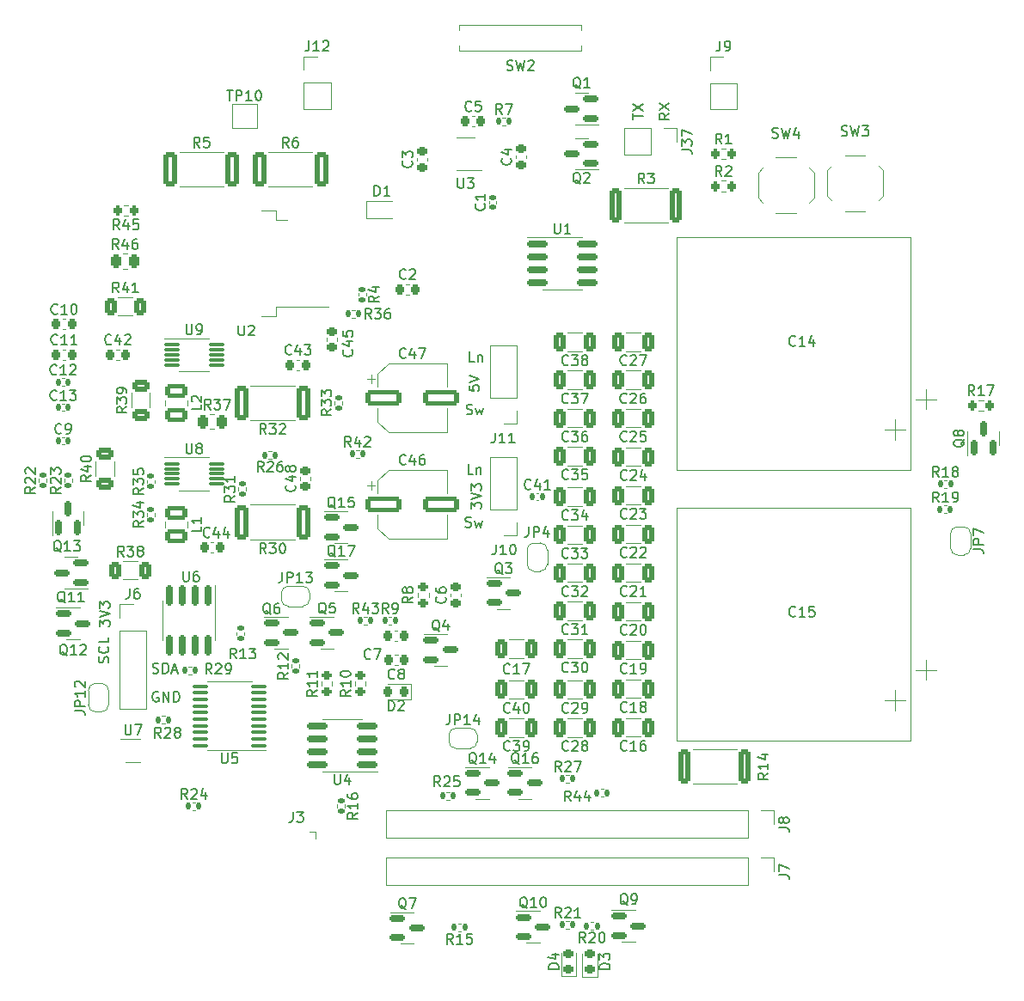
<source format=gbr>
%TF.GenerationSoftware,KiCad,Pcbnew,(6.0.7-1)-1*%
%TF.CreationDate,2022-09-29T15:21:57+02:00*%
%TF.ProjectId,Power_Management_Module,506f7765-725f-44d6-916e-6167656d656e,rev?*%
%TF.SameCoordinates,Original*%
%TF.FileFunction,Legend,Top*%
%TF.FilePolarity,Positive*%
%FSLAX46Y46*%
G04 Gerber Fmt 4.6, Leading zero omitted, Abs format (unit mm)*
G04 Created by KiCad (PCBNEW (6.0.7-1)-1) date 2022-09-29 15:21:57*
%MOMM*%
%LPD*%
G01*
G04 APERTURE LIST*
G04 Aperture macros list*
%AMRoundRect*
0 Rectangle with rounded corners*
0 $1 Rounding radius*
0 $2 $3 $4 $5 $6 $7 $8 $9 X,Y pos of 4 corners*
0 Add a 4 corners polygon primitive as box body*
4,1,4,$2,$3,$4,$5,$6,$7,$8,$9,$2,$3,0*
0 Add four circle primitives for the rounded corners*
1,1,$1+$1,$2,$3*
1,1,$1+$1,$4,$5*
1,1,$1+$1,$6,$7*
1,1,$1+$1,$8,$9*
0 Add four rect primitives between the rounded corners*
20,1,$1+$1,$2,$3,$4,$5,0*
20,1,$1+$1,$4,$5,$6,$7,0*
20,1,$1+$1,$6,$7,$8,$9,0*
20,1,$1+$1,$8,$9,$2,$3,0*%
%AMFreePoly0*
4,1,22,0.500000,-0.750000,0.000000,-0.750000,0.000000,-0.745033,-0.079941,-0.743568,-0.215256,-0.701293,-0.333266,-0.622738,-0.424486,-0.514219,-0.481581,-0.384460,-0.499164,-0.250000,-0.500000,-0.250000,-0.500000,0.250000,-0.499164,0.250000,-0.499963,0.256109,-0.478152,0.396186,-0.417904,0.524511,-0.324060,0.630769,-0.204165,0.706417,-0.067858,0.745374,0.000000,0.744959,0.000000,0.750000,
0.500000,0.750000,0.500000,-0.750000,0.500000,-0.750000,$1*%
%AMFreePoly1*
4,1,20,0.000000,0.744959,0.073905,0.744508,0.209726,0.703889,0.328688,0.626782,0.421226,0.519385,0.479903,0.390333,0.500000,0.250000,0.500000,-0.250000,0.499851,-0.262216,0.476331,-0.402017,0.414519,-0.529596,0.319384,-0.634700,0.198574,-0.708877,0.061801,-0.746166,0.000000,-0.745033,0.000000,-0.750000,-0.500000,-0.750000,-0.500000,0.750000,0.000000,0.750000,0.000000,0.744959,
0.000000,0.744959,$1*%
G04 Aperture macros list end*
%ADD10C,0.150000*%
%ADD11C,0.120000*%
%ADD12RoundRect,0.250000X0.325000X0.650000X-0.325000X0.650000X-0.325000X-0.650000X0.325000X-0.650000X0*%
%ADD13RoundRect,0.250000X-0.262500X-0.450000X0.262500X-0.450000X0.262500X0.450000X-0.262500X0.450000X0*%
%ADD14RoundRect,0.135000X0.135000X0.185000X-0.135000X0.185000X-0.135000X-0.185000X0.135000X-0.185000X0*%
%ADD15C,0.990600*%
%ADD16C,0.787400*%
%ADD17R,1.700000X1.700000*%
%ADD18O,1.700000X1.700000*%
%ADD19RoundRect,0.250001X-0.849999X0.462499X-0.849999X-0.462499X0.849999X-0.462499X0.849999X0.462499X0*%
%ADD20RoundRect,0.225000X0.250000X-0.225000X0.250000X0.225000X-0.250000X0.225000X-0.250000X-0.225000X0*%
%ADD21RoundRect,0.225000X-0.225000X-0.250000X0.225000X-0.250000X0.225000X0.250000X-0.225000X0.250000X0*%
%ADD22RoundRect,0.135000X0.185000X-0.135000X0.185000X0.135000X-0.185000X0.135000X-0.185000X-0.135000X0*%
%ADD23RoundRect,0.135000X-0.135000X-0.185000X0.135000X-0.185000X0.135000X0.185000X-0.135000X0.185000X0*%
%ADD24R,1.500000X2.500000*%
%ADD25RoundRect,0.135000X-0.185000X0.135000X-0.185000X-0.135000X0.185000X-0.135000X0.185000X0.135000X0*%
%ADD26RoundRect,0.250000X-0.312500X-0.625000X0.312500X-0.625000X0.312500X0.625000X-0.312500X0.625000X0*%
%ADD27RoundRect,0.150000X-0.825000X-0.150000X0.825000X-0.150000X0.825000X0.150000X-0.825000X0.150000X0*%
%ADD28RoundRect,0.249999X-0.450001X-1.425001X0.450001X-1.425001X0.450001X1.425001X-0.450001X1.425001X0*%
%ADD29RoundRect,0.200000X-0.275000X0.200000X-0.275000X-0.200000X0.275000X-0.200000X0.275000X0.200000X0*%
%ADD30RoundRect,0.150000X-0.150000X0.825000X-0.150000X-0.825000X0.150000X-0.825000X0.150000X0.825000X0*%
%ADD31RoundRect,0.225000X0.225000X0.250000X-0.225000X0.250000X-0.225000X-0.250000X0.225000X-0.250000X0*%
%ADD32R,1.000000X1.700000*%
%ADD33R,1.560000X0.650000*%
%ADD34RoundRect,0.100000X0.637500X0.100000X-0.637500X0.100000X-0.637500X-0.100000X0.637500X-0.100000X0*%
%ADD35RoundRect,0.150000X0.150000X-0.587500X0.150000X0.587500X-0.150000X0.587500X-0.150000X-0.587500X0*%
%ADD36RoundRect,0.150000X-0.587500X-0.150000X0.587500X-0.150000X0.587500X0.150000X-0.587500X0.150000X0*%
%ADD37RoundRect,0.075000X-0.650000X-0.075000X0.650000X-0.075000X0.650000X0.075000X-0.650000X0.075000X0*%
%ADD38R,0.650000X0.400000*%
%ADD39RoundRect,0.218750X0.218750X0.256250X-0.218750X0.256250X-0.218750X-0.256250X0.218750X-0.256250X0*%
%ADD40RoundRect,0.250000X-1.500000X-0.550000X1.500000X-0.550000X1.500000X0.550000X-1.500000X0.550000X0*%
%ADD41RoundRect,0.200000X-0.200000X-0.275000X0.200000X-0.275000X0.200000X0.275000X-0.200000X0.275000X0*%
%ADD42RoundRect,0.250000X-0.362500X-1.425000X0.362500X-1.425000X0.362500X1.425000X-0.362500X1.425000X0*%
%ADD43RoundRect,0.200000X0.275000X-0.200000X0.275000X0.200000X-0.275000X0.200000X-0.275000X-0.200000X0*%
%ADD44RoundRect,0.150000X0.825000X0.150000X-0.825000X0.150000X-0.825000X-0.150000X0.825000X-0.150000X0*%
%ADD45R,0.600000X0.450000*%
%ADD46RoundRect,0.218750X0.256250X-0.218750X0.256250X0.218750X-0.256250X0.218750X-0.256250X-0.218750X0*%
%ADD47FreePoly0,270.000000*%
%ADD48FreePoly1,270.000000*%
%ADD49R,2.000000X2.000000*%
%ADD50RoundRect,0.250000X-0.325000X-0.650000X0.325000X-0.650000X0.325000X0.650000X-0.325000X0.650000X0*%
%ADD51RoundRect,0.140000X-0.140000X-0.170000X0.140000X-0.170000X0.140000X0.170000X-0.140000X0.170000X0*%
%ADD52RoundRect,0.150000X0.587500X0.150000X-0.587500X0.150000X-0.587500X-0.150000X0.587500X-0.150000X0*%
%ADD53C,1.524000*%
%ADD54FreePoly0,90.000000*%
%ADD55FreePoly1,90.000000*%
%ADD56RoundRect,0.140000X0.170000X-0.140000X0.170000X0.140000X-0.170000X0.140000X-0.170000X-0.140000X0*%
%ADD57FreePoly0,0.000000*%
%ADD58FreePoly1,0.000000*%
%ADD59R,4.600000X1.100000*%
%ADD60R,9.400000X10.800000*%
%ADD61RoundRect,0.249999X0.450001X1.425001X-0.450001X1.425001X-0.450001X-1.425001X0.450001X-1.425001X0*%
%ADD62RoundRect,0.250000X0.625000X-0.312500X0.625000X0.312500X-0.625000X0.312500X-0.625000X-0.312500X0*%
%ADD63RoundRect,0.200000X0.200000X0.275000X-0.200000X0.275000X-0.200000X-0.275000X0.200000X-0.275000X0*%
G04 APERTURE END LIST*
D10*
X143352380Y-94738095D02*
X143352380Y-94119047D01*
X143733333Y-94452380D01*
X143733333Y-94309523D01*
X143780952Y-94214285D01*
X143828571Y-94166666D01*
X143923809Y-94119047D01*
X144161904Y-94119047D01*
X144257142Y-94166666D01*
X144304761Y-94214285D01*
X144352380Y-94309523D01*
X144352380Y-94595238D01*
X144304761Y-94690476D01*
X144257142Y-94738095D01*
X143352380Y-93833333D02*
X144352380Y-93500000D01*
X143352380Y-93166666D01*
X143352380Y-92928571D02*
X143352380Y-92309523D01*
X143733333Y-92642857D01*
X143733333Y-92500000D01*
X143780952Y-92404761D01*
X143828571Y-92357142D01*
X143923809Y-92309523D01*
X144161904Y-92309523D01*
X144257142Y-92357142D01*
X144304761Y-92404761D01*
X144352380Y-92500000D01*
X144352380Y-92785714D01*
X144304761Y-92880952D01*
X144257142Y-92928571D01*
X106752380Y-106338095D02*
X106752380Y-105719047D01*
X107133333Y-106052380D01*
X107133333Y-105909523D01*
X107180952Y-105814285D01*
X107228571Y-105766666D01*
X107323809Y-105719047D01*
X107561904Y-105719047D01*
X107657142Y-105766666D01*
X107704761Y-105814285D01*
X107752380Y-105909523D01*
X107752380Y-106195238D01*
X107704761Y-106290476D01*
X107657142Y-106338095D01*
X106752380Y-105433333D02*
X107752380Y-105100000D01*
X106752380Y-104766666D01*
X106752380Y-104528571D02*
X106752380Y-103909523D01*
X107133333Y-104242857D01*
X107133333Y-104100000D01*
X107180952Y-104004761D01*
X107228571Y-103957142D01*
X107323809Y-103909523D01*
X107561904Y-103909523D01*
X107657142Y-103957142D01*
X107704761Y-104004761D01*
X107752380Y-104100000D01*
X107752380Y-104385714D01*
X107704761Y-104480952D01*
X107657142Y-104528571D01*
X159252380Y-56361904D02*
X159252380Y-55790476D01*
X160252380Y-56076190D02*
X159252380Y-56076190D01*
X159252380Y-55552380D02*
X160252380Y-54885714D01*
X159252380Y-54885714D02*
X160252380Y-55552380D01*
X111985714Y-110904761D02*
X112128571Y-110952380D01*
X112366666Y-110952380D01*
X112461904Y-110904761D01*
X112509523Y-110857142D01*
X112557142Y-110761904D01*
X112557142Y-110666666D01*
X112509523Y-110571428D01*
X112461904Y-110523809D01*
X112366666Y-110476190D01*
X112176190Y-110428571D01*
X112080952Y-110380952D01*
X112033333Y-110333333D01*
X111985714Y-110238095D01*
X111985714Y-110142857D01*
X112033333Y-110047619D01*
X112080952Y-110000000D01*
X112176190Y-109952380D01*
X112414285Y-109952380D01*
X112557142Y-110000000D01*
X112985714Y-110952380D02*
X112985714Y-109952380D01*
X113223809Y-109952380D01*
X113366666Y-110000000D01*
X113461904Y-110095238D01*
X113509523Y-110190476D01*
X113557142Y-110380952D01*
X113557142Y-110523809D01*
X113509523Y-110714285D01*
X113461904Y-110809523D01*
X113366666Y-110904761D01*
X113223809Y-110952380D01*
X112985714Y-110952380D01*
X113938095Y-110666666D02*
X114414285Y-110666666D01*
X113842857Y-110952380D02*
X114176190Y-109952380D01*
X114509523Y-110952380D01*
X143557142Y-91352380D02*
X143080952Y-91352380D01*
X143080952Y-90352380D01*
X143890476Y-90685714D02*
X143890476Y-91352380D01*
X143890476Y-90780952D02*
X143938095Y-90733333D01*
X144033333Y-90685714D01*
X144176190Y-90685714D01*
X144271428Y-90733333D01*
X144319047Y-90828571D01*
X144319047Y-91352380D01*
X107604761Y-109890476D02*
X107652380Y-109747619D01*
X107652380Y-109509523D01*
X107604761Y-109414285D01*
X107557142Y-109366666D01*
X107461904Y-109319047D01*
X107366666Y-109319047D01*
X107271428Y-109366666D01*
X107223809Y-109414285D01*
X107176190Y-109509523D01*
X107128571Y-109700000D01*
X107080952Y-109795238D01*
X107033333Y-109842857D01*
X106938095Y-109890476D01*
X106842857Y-109890476D01*
X106747619Y-109842857D01*
X106700000Y-109795238D01*
X106652380Y-109700000D01*
X106652380Y-109461904D01*
X106700000Y-109319047D01*
X107557142Y-108319047D02*
X107604761Y-108366666D01*
X107652380Y-108509523D01*
X107652380Y-108604761D01*
X107604761Y-108747619D01*
X107509523Y-108842857D01*
X107414285Y-108890476D01*
X107223809Y-108938095D01*
X107080952Y-108938095D01*
X106890476Y-108890476D01*
X106795238Y-108842857D01*
X106700000Y-108747619D01*
X106652380Y-108604761D01*
X106652380Y-108509523D01*
X106700000Y-108366666D01*
X106747619Y-108319047D01*
X107652380Y-107414285D02*
X107652380Y-107890476D01*
X106652380Y-107890476D01*
X143152380Y-82590476D02*
X143152380Y-83066666D01*
X143628571Y-83114285D01*
X143580952Y-83066666D01*
X143533333Y-82971428D01*
X143533333Y-82733333D01*
X143580952Y-82638095D01*
X143628571Y-82590476D01*
X143723809Y-82542857D01*
X143961904Y-82542857D01*
X144057142Y-82590476D01*
X144104761Y-82638095D01*
X144152380Y-82733333D01*
X144152380Y-82971428D01*
X144104761Y-83066666D01*
X144057142Y-83114285D01*
X143152380Y-82257142D02*
X144152380Y-81923809D01*
X143152380Y-81590476D01*
X142790476Y-96504761D02*
X142933333Y-96552380D01*
X143171428Y-96552380D01*
X143266666Y-96504761D01*
X143314285Y-96457142D01*
X143361904Y-96361904D01*
X143361904Y-96266666D01*
X143314285Y-96171428D01*
X143266666Y-96123809D01*
X143171428Y-96076190D01*
X142980952Y-96028571D01*
X142885714Y-95980952D01*
X142838095Y-95933333D01*
X142790476Y-95838095D01*
X142790476Y-95742857D01*
X142838095Y-95647619D01*
X142885714Y-95600000D01*
X142980952Y-95552380D01*
X143219047Y-95552380D01*
X143361904Y-95600000D01*
X143695238Y-95885714D02*
X143885714Y-96552380D01*
X144076190Y-96076190D01*
X144266666Y-96552380D01*
X144457142Y-95885714D01*
X142890476Y-85404761D02*
X143033333Y-85452380D01*
X143271428Y-85452380D01*
X143366666Y-85404761D01*
X143414285Y-85357142D01*
X143461904Y-85261904D01*
X143461904Y-85166666D01*
X143414285Y-85071428D01*
X143366666Y-85023809D01*
X143271428Y-84976190D01*
X143080952Y-84928571D01*
X142985714Y-84880952D01*
X142938095Y-84833333D01*
X142890476Y-84738095D01*
X142890476Y-84642857D01*
X142938095Y-84547619D01*
X142985714Y-84500000D01*
X143080952Y-84452380D01*
X143319047Y-84452380D01*
X143461904Y-84500000D01*
X143795238Y-84785714D02*
X143985714Y-85452380D01*
X144176190Y-84976190D01*
X144366666Y-85452380D01*
X144557142Y-84785714D01*
X162852380Y-55766666D02*
X162376190Y-56100000D01*
X162852380Y-56338095D02*
X161852380Y-56338095D01*
X161852380Y-55957142D01*
X161900000Y-55861904D01*
X161947619Y-55814285D01*
X162042857Y-55766666D01*
X162185714Y-55766666D01*
X162280952Y-55814285D01*
X162328571Y-55861904D01*
X162376190Y-55957142D01*
X162376190Y-56338095D01*
X161852380Y-55433333D02*
X162852380Y-54766666D01*
X161852380Y-54766666D02*
X162852380Y-55433333D01*
X143657142Y-80252380D02*
X143180952Y-80252380D01*
X143180952Y-79252380D01*
X143990476Y-79585714D02*
X143990476Y-80252380D01*
X143990476Y-79680952D02*
X144038095Y-79633333D01*
X144133333Y-79585714D01*
X144276190Y-79585714D01*
X144371428Y-79633333D01*
X144419047Y-79728571D01*
X144419047Y-80252380D01*
X112538095Y-112800000D02*
X112442857Y-112752380D01*
X112300000Y-112752380D01*
X112157142Y-112800000D01*
X112061904Y-112895238D01*
X112014285Y-112990476D01*
X111966666Y-113180952D01*
X111966666Y-113323809D01*
X112014285Y-113514285D01*
X112061904Y-113609523D01*
X112157142Y-113704761D01*
X112300000Y-113752380D01*
X112395238Y-113752380D01*
X112538095Y-113704761D01*
X112585714Y-113657142D01*
X112585714Y-113323809D01*
X112395238Y-113323809D01*
X113014285Y-113752380D02*
X113014285Y-112752380D01*
X113585714Y-113752380D01*
X113585714Y-112752380D01*
X114061904Y-113752380D02*
X114061904Y-112752380D01*
X114300000Y-112752380D01*
X114442857Y-112800000D01*
X114538095Y-112895238D01*
X114585714Y-112990476D01*
X114633333Y-113180952D01*
X114633333Y-113323809D01*
X114585714Y-113514285D01*
X114538095Y-113609523D01*
X114442857Y-113704761D01*
X114300000Y-113752380D01*
X114061904Y-113752380D01*
%TO.C,C18*%
X158662142Y-114677142D02*
X158614523Y-114724761D01*
X158471666Y-114772380D01*
X158376428Y-114772380D01*
X158233571Y-114724761D01*
X158138333Y-114629523D01*
X158090714Y-114534285D01*
X158043095Y-114343809D01*
X158043095Y-114200952D01*
X158090714Y-114010476D01*
X158138333Y-113915238D01*
X158233571Y-113820000D01*
X158376428Y-113772380D01*
X158471666Y-113772380D01*
X158614523Y-113820000D01*
X158662142Y-113867619D01*
X159614523Y-114772380D02*
X159043095Y-114772380D01*
X159328809Y-114772380D02*
X159328809Y-113772380D01*
X159233571Y-113915238D01*
X159138333Y-114010476D01*
X159043095Y-114058095D01*
X160185952Y-114200952D02*
X160090714Y-114153333D01*
X160043095Y-114105714D01*
X159995476Y-114010476D01*
X159995476Y-113962857D01*
X160043095Y-113867619D01*
X160090714Y-113820000D01*
X160185952Y-113772380D01*
X160376428Y-113772380D01*
X160471666Y-113820000D01*
X160519285Y-113867619D01*
X160566904Y-113962857D01*
X160566904Y-114010476D01*
X160519285Y-114105714D01*
X160471666Y-114153333D01*
X160376428Y-114200952D01*
X160185952Y-114200952D01*
X160090714Y-114248571D01*
X160043095Y-114296190D01*
X159995476Y-114391428D01*
X159995476Y-114581904D01*
X160043095Y-114677142D01*
X160090714Y-114724761D01*
X160185952Y-114772380D01*
X160376428Y-114772380D01*
X160471666Y-114724761D01*
X160519285Y-114677142D01*
X160566904Y-114581904D01*
X160566904Y-114391428D01*
X160519285Y-114296190D01*
X160471666Y-114248571D01*
X160376428Y-114200952D01*
%TO.C,R46*%
X108632142Y-69152380D02*
X108298809Y-68676190D01*
X108060714Y-69152380D02*
X108060714Y-68152380D01*
X108441666Y-68152380D01*
X108536904Y-68200000D01*
X108584523Y-68247619D01*
X108632142Y-68342857D01*
X108632142Y-68485714D01*
X108584523Y-68580952D01*
X108536904Y-68628571D01*
X108441666Y-68676190D01*
X108060714Y-68676190D01*
X109489285Y-68485714D02*
X109489285Y-69152380D01*
X109251190Y-68104761D02*
X109013095Y-68819047D01*
X109632142Y-68819047D01*
X110441666Y-68152380D02*
X110251190Y-68152380D01*
X110155952Y-68200000D01*
X110108333Y-68247619D01*
X110013095Y-68390476D01*
X109965476Y-68580952D01*
X109965476Y-68961904D01*
X110013095Y-69057142D01*
X110060714Y-69104761D01*
X110155952Y-69152380D01*
X110346428Y-69152380D01*
X110441666Y-69104761D01*
X110489285Y-69057142D01*
X110536904Y-68961904D01*
X110536904Y-68723809D01*
X110489285Y-68628571D01*
X110441666Y-68580952D01*
X110346428Y-68533333D01*
X110155952Y-68533333D01*
X110060714Y-68580952D01*
X110013095Y-68628571D01*
X109965476Y-68723809D01*
%TO.C,R26*%
X122907142Y-91072380D02*
X122573809Y-90596190D01*
X122335714Y-91072380D02*
X122335714Y-90072380D01*
X122716666Y-90072380D01*
X122811904Y-90120000D01*
X122859523Y-90167619D01*
X122907142Y-90262857D01*
X122907142Y-90405714D01*
X122859523Y-90500952D01*
X122811904Y-90548571D01*
X122716666Y-90596190D01*
X122335714Y-90596190D01*
X123288095Y-90167619D02*
X123335714Y-90120000D01*
X123430952Y-90072380D01*
X123669047Y-90072380D01*
X123764285Y-90120000D01*
X123811904Y-90167619D01*
X123859523Y-90262857D01*
X123859523Y-90358095D01*
X123811904Y-90500952D01*
X123240476Y-91072380D01*
X123859523Y-91072380D01*
X124716666Y-90072380D02*
X124526190Y-90072380D01*
X124430952Y-90120000D01*
X124383333Y-90167619D01*
X124288095Y-90310476D01*
X124240476Y-90500952D01*
X124240476Y-90881904D01*
X124288095Y-90977142D01*
X124335714Y-91024761D01*
X124430952Y-91072380D01*
X124621428Y-91072380D01*
X124716666Y-91024761D01*
X124764285Y-90977142D01*
X124811904Y-90881904D01*
X124811904Y-90643809D01*
X124764285Y-90548571D01*
X124716666Y-90500952D01*
X124621428Y-90453333D01*
X124430952Y-90453333D01*
X124335714Y-90500952D01*
X124288095Y-90548571D01*
X124240476Y-90643809D01*
%TO.C,J3*%
X125816666Y-124602380D02*
X125816666Y-125316666D01*
X125769047Y-125459523D01*
X125673809Y-125554761D01*
X125530952Y-125602380D01*
X125435714Y-125602380D01*
X126197619Y-124602380D02*
X126816666Y-124602380D01*
X126483333Y-124983333D01*
X126626190Y-124983333D01*
X126721428Y-125030952D01*
X126769047Y-125078571D01*
X126816666Y-125173809D01*
X126816666Y-125411904D01*
X126769047Y-125507142D01*
X126721428Y-125554761D01*
X126626190Y-125602380D01*
X126340476Y-125602380D01*
X126245238Y-125554761D01*
X126197619Y-125507142D01*
%TO.C,J8*%
X173639880Y-126150833D02*
X174354166Y-126150833D01*
X174497023Y-126198452D01*
X174592261Y-126293690D01*
X174639880Y-126436547D01*
X174639880Y-126531785D01*
X174068452Y-125531785D02*
X174020833Y-125627023D01*
X173973214Y-125674642D01*
X173877976Y-125722261D01*
X173830357Y-125722261D01*
X173735119Y-125674642D01*
X173687500Y-125627023D01*
X173639880Y-125531785D01*
X173639880Y-125341309D01*
X173687500Y-125246071D01*
X173735119Y-125198452D01*
X173830357Y-125150833D01*
X173877976Y-125150833D01*
X173973214Y-125198452D01*
X174020833Y-125246071D01*
X174068452Y-125341309D01*
X174068452Y-125531785D01*
X174116071Y-125627023D01*
X174163690Y-125674642D01*
X174258928Y-125722261D01*
X174449404Y-125722261D01*
X174544642Y-125674642D01*
X174592261Y-125627023D01*
X174639880Y-125531785D01*
X174639880Y-125341309D01*
X174592261Y-125246071D01*
X174544642Y-125198452D01*
X174449404Y-125150833D01*
X174258928Y-125150833D01*
X174163690Y-125198452D01*
X174116071Y-125246071D01*
X174068452Y-125341309D01*
%TO.C,C26*%
X158657142Y-84257142D02*
X158609523Y-84304761D01*
X158466666Y-84352380D01*
X158371428Y-84352380D01*
X158228571Y-84304761D01*
X158133333Y-84209523D01*
X158085714Y-84114285D01*
X158038095Y-83923809D01*
X158038095Y-83780952D01*
X158085714Y-83590476D01*
X158133333Y-83495238D01*
X158228571Y-83400000D01*
X158371428Y-83352380D01*
X158466666Y-83352380D01*
X158609523Y-83400000D01*
X158657142Y-83447619D01*
X159038095Y-83447619D02*
X159085714Y-83400000D01*
X159180952Y-83352380D01*
X159419047Y-83352380D01*
X159514285Y-83400000D01*
X159561904Y-83447619D01*
X159609523Y-83542857D01*
X159609523Y-83638095D01*
X159561904Y-83780952D01*
X158990476Y-84352380D01*
X159609523Y-84352380D01*
X160466666Y-83352380D02*
X160276190Y-83352380D01*
X160180952Y-83400000D01*
X160133333Y-83447619D01*
X160038095Y-83590476D01*
X159990476Y-83780952D01*
X159990476Y-84161904D01*
X160038095Y-84257142D01*
X160085714Y-84304761D01*
X160180952Y-84352380D01*
X160371428Y-84352380D01*
X160466666Y-84304761D01*
X160514285Y-84257142D01*
X160561904Y-84161904D01*
X160561904Y-83923809D01*
X160514285Y-83828571D01*
X160466666Y-83780952D01*
X160371428Y-83733333D01*
X160180952Y-83733333D01*
X160085714Y-83780952D01*
X160038095Y-83828571D01*
X159990476Y-83923809D01*
%TO.C,L2*%
X116802380Y-84466666D02*
X116802380Y-84942857D01*
X115802380Y-84942857D01*
X115897619Y-84180952D02*
X115850000Y-84133333D01*
X115802380Y-84038095D01*
X115802380Y-83800000D01*
X115850000Y-83704761D01*
X115897619Y-83657142D01*
X115992857Y-83609523D01*
X116088095Y-83609523D01*
X116230952Y-83657142D01*
X116802380Y-84228571D01*
X116802380Y-83609523D01*
%TO.C,C3*%
X137477142Y-60466666D02*
X137524761Y-60514285D01*
X137572380Y-60657142D01*
X137572380Y-60752380D01*
X137524761Y-60895238D01*
X137429523Y-60990476D01*
X137334285Y-61038095D01*
X137143809Y-61085714D01*
X137000952Y-61085714D01*
X136810476Y-61038095D01*
X136715238Y-60990476D01*
X136620000Y-60895238D01*
X136572380Y-60752380D01*
X136572380Y-60657142D01*
X136620000Y-60514285D01*
X136667619Y-60466666D01*
X136572380Y-60133333D02*
X136572380Y-59514285D01*
X136953333Y-59847619D01*
X136953333Y-59704761D01*
X137000952Y-59609523D01*
X137048571Y-59561904D01*
X137143809Y-59514285D01*
X137381904Y-59514285D01*
X137477142Y-59561904D01*
X137524761Y-59609523D01*
X137572380Y-59704761D01*
X137572380Y-59990476D01*
X137524761Y-60085714D01*
X137477142Y-60133333D01*
%TO.C,C2*%
X136913333Y-72027142D02*
X136865714Y-72074761D01*
X136722857Y-72122380D01*
X136627619Y-72122380D01*
X136484761Y-72074761D01*
X136389523Y-71979523D01*
X136341904Y-71884285D01*
X136294285Y-71693809D01*
X136294285Y-71550952D01*
X136341904Y-71360476D01*
X136389523Y-71265238D01*
X136484761Y-71170000D01*
X136627619Y-71122380D01*
X136722857Y-71122380D01*
X136865714Y-71170000D01*
X136913333Y-71217619D01*
X137294285Y-71217619D02*
X137341904Y-71170000D01*
X137437142Y-71122380D01*
X137675238Y-71122380D01*
X137770476Y-71170000D01*
X137818095Y-71217619D01*
X137865714Y-71312857D01*
X137865714Y-71408095D01*
X137818095Y-71550952D01*
X137246666Y-72122380D01*
X137865714Y-72122380D01*
%TO.C,C34*%
X152907142Y-95757142D02*
X152859523Y-95804761D01*
X152716666Y-95852380D01*
X152621428Y-95852380D01*
X152478571Y-95804761D01*
X152383333Y-95709523D01*
X152335714Y-95614285D01*
X152288095Y-95423809D01*
X152288095Y-95280952D01*
X152335714Y-95090476D01*
X152383333Y-94995238D01*
X152478571Y-94900000D01*
X152621428Y-94852380D01*
X152716666Y-94852380D01*
X152859523Y-94900000D01*
X152907142Y-94947619D01*
X153240476Y-94852380D02*
X153859523Y-94852380D01*
X153526190Y-95233333D01*
X153669047Y-95233333D01*
X153764285Y-95280952D01*
X153811904Y-95328571D01*
X153859523Y-95423809D01*
X153859523Y-95661904D01*
X153811904Y-95757142D01*
X153764285Y-95804761D01*
X153669047Y-95852380D01*
X153383333Y-95852380D01*
X153288095Y-95804761D01*
X153240476Y-95757142D01*
X154716666Y-95185714D02*
X154716666Y-95852380D01*
X154478571Y-94804761D02*
X154240476Y-95519047D01*
X154859523Y-95519047D01*
%TO.C,R35*%
X111082380Y-92692857D02*
X110606190Y-93026190D01*
X111082380Y-93264285D02*
X110082380Y-93264285D01*
X110082380Y-92883333D01*
X110130000Y-92788095D01*
X110177619Y-92740476D01*
X110272857Y-92692857D01*
X110415714Y-92692857D01*
X110510952Y-92740476D01*
X110558571Y-92788095D01*
X110606190Y-92883333D01*
X110606190Y-93264285D01*
X110082380Y-92359523D02*
X110082380Y-91740476D01*
X110463333Y-92073809D01*
X110463333Y-91930952D01*
X110510952Y-91835714D01*
X110558571Y-91788095D01*
X110653809Y-91740476D01*
X110891904Y-91740476D01*
X110987142Y-91788095D01*
X111034761Y-91835714D01*
X111082380Y-91930952D01*
X111082380Y-92216666D01*
X111034761Y-92311904D01*
X110987142Y-92359523D01*
X110082380Y-90835714D02*
X110082380Y-91311904D01*
X110558571Y-91359523D01*
X110510952Y-91311904D01*
X110463333Y-91216666D01*
X110463333Y-90978571D01*
X110510952Y-90883333D01*
X110558571Y-90835714D01*
X110653809Y-90788095D01*
X110891904Y-90788095D01*
X110987142Y-90835714D01*
X111034761Y-90883333D01*
X111082380Y-90978571D01*
X111082380Y-91216666D01*
X111034761Y-91311904D01*
X110987142Y-91359523D01*
%TO.C,R15*%
X141567142Y-137622380D02*
X141233809Y-137146190D01*
X140995714Y-137622380D02*
X140995714Y-136622380D01*
X141376666Y-136622380D01*
X141471904Y-136670000D01*
X141519523Y-136717619D01*
X141567142Y-136812857D01*
X141567142Y-136955714D01*
X141519523Y-137050952D01*
X141471904Y-137098571D01*
X141376666Y-137146190D01*
X140995714Y-137146190D01*
X142519523Y-137622380D02*
X141948095Y-137622380D01*
X142233809Y-137622380D02*
X142233809Y-136622380D01*
X142138571Y-136765238D01*
X142043333Y-136860476D01*
X141948095Y-136908095D01*
X143424285Y-136622380D02*
X142948095Y-136622380D01*
X142900476Y-137098571D01*
X142948095Y-137050952D01*
X143043333Y-137003333D01*
X143281428Y-137003333D01*
X143376666Y-137050952D01*
X143424285Y-137098571D01*
X143471904Y-137193809D01*
X143471904Y-137431904D01*
X143424285Y-137527142D01*
X143376666Y-137574761D01*
X143281428Y-137622380D01*
X143043333Y-137622380D01*
X142948095Y-137574761D01*
X142900476Y-137527142D01*
%TO.C,R21*%
X152207142Y-135032380D02*
X151873809Y-134556190D01*
X151635714Y-135032380D02*
X151635714Y-134032380D01*
X152016666Y-134032380D01*
X152111904Y-134080000D01*
X152159523Y-134127619D01*
X152207142Y-134222857D01*
X152207142Y-134365714D01*
X152159523Y-134460952D01*
X152111904Y-134508571D01*
X152016666Y-134556190D01*
X151635714Y-134556190D01*
X152588095Y-134127619D02*
X152635714Y-134080000D01*
X152730952Y-134032380D01*
X152969047Y-134032380D01*
X153064285Y-134080000D01*
X153111904Y-134127619D01*
X153159523Y-134222857D01*
X153159523Y-134318095D01*
X153111904Y-134460952D01*
X152540476Y-135032380D01*
X153159523Y-135032380D01*
X154111904Y-135032380D02*
X153540476Y-135032380D01*
X153826190Y-135032380D02*
X153826190Y-134032380D01*
X153730952Y-134175238D01*
X153635714Y-134270476D01*
X153540476Y-134318095D01*
%TO.C,J10*%
X145790476Y-98252380D02*
X145790476Y-98966666D01*
X145742857Y-99109523D01*
X145647619Y-99204761D01*
X145504761Y-99252380D01*
X145409523Y-99252380D01*
X146790476Y-99252380D02*
X146219047Y-99252380D01*
X146504761Y-99252380D02*
X146504761Y-98252380D01*
X146409523Y-98395238D01*
X146314285Y-98490476D01*
X146219047Y-98538095D01*
X147409523Y-98252380D02*
X147504761Y-98252380D01*
X147600000Y-98300000D01*
X147647619Y-98347619D01*
X147695238Y-98442857D01*
X147742857Y-98633333D01*
X147742857Y-98871428D01*
X147695238Y-99061904D01*
X147647619Y-99157142D01*
X147600000Y-99204761D01*
X147504761Y-99252380D01*
X147409523Y-99252380D01*
X147314285Y-99204761D01*
X147266666Y-99157142D01*
X147219047Y-99061904D01*
X147171428Y-98871428D01*
X147171428Y-98633333D01*
X147219047Y-98442857D01*
X147266666Y-98347619D01*
X147314285Y-98300000D01*
X147409523Y-98252380D01*
%TO.C,SW2*%
X146866666Y-51489761D02*
X147009523Y-51537380D01*
X147247619Y-51537380D01*
X147342857Y-51489761D01*
X147390476Y-51442142D01*
X147438095Y-51346904D01*
X147438095Y-51251666D01*
X147390476Y-51156428D01*
X147342857Y-51108809D01*
X147247619Y-51061190D01*
X147057142Y-51013571D01*
X146961904Y-50965952D01*
X146914285Y-50918333D01*
X146866666Y-50823095D01*
X146866666Y-50727857D01*
X146914285Y-50632619D01*
X146961904Y-50585000D01*
X147057142Y-50537380D01*
X147295238Y-50537380D01*
X147438095Y-50585000D01*
X147771428Y-50537380D02*
X148009523Y-51537380D01*
X148200000Y-50823095D01*
X148390476Y-51537380D01*
X148628571Y-50537380D01*
X148961904Y-50632619D02*
X149009523Y-50585000D01*
X149104761Y-50537380D01*
X149342857Y-50537380D01*
X149438095Y-50585000D01*
X149485714Y-50632619D01*
X149533333Y-50727857D01*
X149533333Y-50823095D01*
X149485714Y-50965952D01*
X148914285Y-51537380D01*
X149533333Y-51537380D01*
%TO.C,R33*%
X129582380Y-84942857D02*
X129106190Y-85276190D01*
X129582380Y-85514285D02*
X128582380Y-85514285D01*
X128582380Y-85133333D01*
X128630000Y-85038095D01*
X128677619Y-84990476D01*
X128772857Y-84942857D01*
X128915714Y-84942857D01*
X129010952Y-84990476D01*
X129058571Y-85038095D01*
X129106190Y-85133333D01*
X129106190Y-85514285D01*
X128582380Y-84609523D02*
X128582380Y-83990476D01*
X128963333Y-84323809D01*
X128963333Y-84180952D01*
X129010952Y-84085714D01*
X129058571Y-84038095D01*
X129153809Y-83990476D01*
X129391904Y-83990476D01*
X129487142Y-84038095D01*
X129534761Y-84085714D01*
X129582380Y-84180952D01*
X129582380Y-84466666D01*
X129534761Y-84561904D01*
X129487142Y-84609523D01*
X128582380Y-83657142D02*
X128582380Y-83038095D01*
X128963333Y-83371428D01*
X128963333Y-83228571D01*
X129010952Y-83133333D01*
X129058571Y-83085714D01*
X129153809Y-83038095D01*
X129391904Y-83038095D01*
X129487142Y-83085714D01*
X129534761Y-83133333D01*
X129582380Y-83228571D01*
X129582380Y-83514285D01*
X129534761Y-83609523D01*
X129487142Y-83657142D01*
%TO.C,R13*%
X120207142Y-109502380D02*
X119873809Y-109026190D01*
X119635714Y-109502380D02*
X119635714Y-108502380D01*
X120016666Y-108502380D01*
X120111904Y-108550000D01*
X120159523Y-108597619D01*
X120207142Y-108692857D01*
X120207142Y-108835714D01*
X120159523Y-108930952D01*
X120111904Y-108978571D01*
X120016666Y-109026190D01*
X119635714Y-109026190D01*
X121159523Y-109502380D02*
X120588095Y-109502380D01*
X120873809Y-109502380D02*
X120873809Y-108502380D01*
X120778571Y-108645238D01*
X120683333Y-108740476D01*
X120588095Y-108788095D01*
X121492857Y-108502380D02*
X122111904Y-108502380D01*
X121778571Y-108883333D01*
X121921428Y-108883333D01*
X122016666Y-108930952D01*
X122064285Y-108978571D01*
X122111904Y-109073809D01*
X122111904Y-109311904D01*
X122064285Y-109407142D01*
X122016666Y-109454761D01*
X121921428Y-109502380D01*
X121635714Y-109502380D01*
X121540476Y-109454761D01*
X121492857Y-109407142D01*
%TO.C,J37*%
X164082380Y-59359523D02*
X164796666Y-59359523D01*
X164939523Y-59407142D01*
X165034761Y-59502380D01*
X165082380Y-59645238D01*
X165082380Y-59740476D01*
X164082380Y-58978571D02*
X164082380Y-58359523D01*
X164463333Y-58692857D01*
X164463333Y-58550000D01*
X164510952Y-58454761D01*
X164558571Y-58407142D01*
X164653809Y-58359523D01*
X164891904Y-58359523D01*
X164987142Y-58407142D01*
X165034761Y-58454761D01*
X165082380Y-58550000D01*
X165082380Y-58835714D01*
X165034761Y-58930952D01*
X164987142Y-58978571D01*
X164082380Y-58026190D02*
X164082380Y-57359523D01*
X165082380Y-57788095D01*
%TO.C,C27*%
X158657142Y-80507142D02*
X158609523Y-80554761D01*
X158466666Y-80602380D01*
X158371428Y-80602380D01*
X158228571Y-80554761D01*
X158133333Y-80459523D01*
X158085714Y-80364285D01*
X158038095Y-80173809D01*
X158038095Y-80030952D01*
X158085714Y-79840476D01*
X158133333Y-79745238D01*
X158228571Y-79650000D01*
X158371428Y-79602380D01*
X158466666Y-79602380D01*
X158609523Y-79650000D01*
X158657142Y-79697619D01*
X159038095Y-79697619D02*
X159085714Y-79650000D01*
X159180952Y-79602380D01*
X159419047Y-79602380D01*
X159514285Y-79650000D01*
X159561904Y-79697619D01*
X159609523Y-79792857D01*
X159609523Y-79888095D01*
X159561904Y-80030952D01*
X158990476Y-80602380D01*
X159609523Y-80602380D01*
X159942857Y-79602380D02*
X160609523Y-79602380D01*
X160180952Y-80602380D01*
%TO.C,R41*%
X108657142Y-73432380D02*
X108323809Y-72956190D01*
X108085714Y-73432380D02*
X108085714Y-72432380D01*
X108466666Y-72432380D01*
X108561904Y-72480000D01*
X108609523Y-72527619D01*
X108657142Y-72622857D01*
X108657142Y-72765714D01*
X108609523Y-72860952D01*
X108561904Y-72908571D01*
X108466666Y-72956190D01*
X108085714Y-72956190D01*
X109514285Y-72765714D02*
X109514285Y-73432380D01*
X109276190Y-72384761D02*
X109038095Y-73099047D01*
X109657142Y-73099047D01*
X110561904Y-73432380D02*
X109990476Y-73432380D01*
X110276190Y-73432380D02*
X110276190Y-72432380D01*
X110180952Y-72575238D01*
X110085714Y-72670476D01*
X109990476Y-72718095D01*
%TO.C,U1*%
X151558095Y-66612380D02*
X151558095Y-67421904D01*
X151605714Y-67517142D01*
X151653333Y-67564761D01*
X151748571Y-67612380D01*
X151939047Y-67612380D01*
X152034285Y-67564761D01*
X152081904Y-67517142D01*
X152129523Y-67421904D01*
X152129523Y-66612380D01*
X153129523Y-67612380D02*
X152558095Y-67612380D01*
X152843809Y-67612380D02*
X152843809Y-66612380D01*
X152748571Y-66755238D01*
X152653333Y-66850476D01*
X152558095Y-66898095D01*
%TO.C,R12*%
X125332380Y-110892857D02*
X124856190Y-111226190D01*
X125332380Y-111464285D02*
X124332380Y-111464285D01*
X124332380Y-111083333D01*
X124380000Y-110988095D01*
X124427619Y-110940476D01*
X124522857Y-110892857D01*
X124665714Y-110892857D01*
X124760952Y-110940476D01*
X124808571Y-110988095D01*
X124856190Y-111083333D01*
X124856190Y-111464285D01*
X125332380Y-109940476D02*
X125332380Y-110511904D01*
X125332380Y-110226190D02*
X124332380Y-110226190D01*
X124475238Y-110321428D01*
X124570476Y-110416666D01*
X124618095Y-110511904D01*
X124427619Y-109559523D02*
X124380000Y-109511904D01*
X124332380Y-109416666D01*
X124332380Y-109178571D01*
X124380000Y-109083333D01*
X124427619Y-109035714D01*
X124522857Y-108988095D01*
X124618095Y-108988095D01*
X124760952Y-109035714D01*
X125332380Y-109607142D01*
X125332380Y-108988095D01*
%TO.C,C44*%
X117607142Y-97477142D02*
X117559523Y-97524761D01*
X117416666Y-97572380D01*
X117321428Y-97572380D01*
X117178571Y-97524761D01*
X117083333Y-97429523D01*
X117035714Y-97334285D01*
X116988095Y-97143809D01*
X116988095Y-97000952D01*
X117035714Y-96810476D01*
X117083333Y-96715238D01*
X117178571Y-96620000D01*
X117321428Y-96572380D01*
X117416666Y-96572380D01*
X117559523Y-96620000D01*
X117607142Y-96667619D01*
X118464285Y-96905714D02*
X118464285Y-97572380D01*
X118226190Y-96524761D02*
X117988095Y-97239047D01*
X118607142Y-97239047D01*
X119416666Y-96905714D02*
X119416666Y-97572380D01*
X119178571Y-96524761D02*
X118940476Y-97239047D01*
X119559523Y-97239047D01*
%TO.C,R5*%
X116633333Y-59132380D02*
X116300000Y-58656190D01*
X116061904Y-59132380D02*
X116061904Y-58132380D01*
X116442857Y-58132380D01*
X116538095Y-58180000D01*
X116585714Y-58227619D01*
X116633333Y-58322857D01*
X116633333Y-58465714D01*
X116585714Y-58560952D01*
X116538095Y-58608571D01*
X116442857Y-58656190D01*
X116061904Y-58656190D01*
X117538095Y-58132380D02*
X117061904Y-58132380D01*
X117014285Y-58608571D01*
X117061904Y-58560952D01*
X117157142Y-58513333D01*
X117395238Y-58513333D01*
X117490476Y-58560952D01*
X117538095Y-58608571D01*
X117585714Y-58703809D01*
X117585714Y-58941904D01*
X117538095Y-59037142D01*
X117490476Y-59084761D01*
X117395238Y-59132380D01*
X117157142Y-59132380D01*
X117061904Y-59084761D01*
X117014285Y-59037142D01*
%TO.C,R8*%
X137602380Y-103416666D02*
X137126190Y-103750000D01*
X137602380Y-103988095D02*
X136602380Y-103988095D01*
X136602380Y-103607142D01*
X136650000Y-103511904D01*
X136697619Y-103464285D01*
X136792857Y-103416666D01*
X136935714Y-103416666D01*
X137030952Y-103464285D01*
X137078571Y-103511904D01*
X137126190Y-103607142D01*
X137126190Y-103988095D01*
X137030952Y-102845238D02*
X136983333Y-102940476D01*
X136935714Y-102988095D01*
X136840476Y-103035714D01*
X136792857Y-103035714D01*
X136697619Y-102988095D01*
X136650000Y-102940476D01*
X136602380Y-102845238D01*
X136602380Y-102654761D01*
X136650000Y-102559523D01*
X136697619Y-102511904D01*
X136792857Y-102464285D01*
X136840476Y-102464285D01*
X136935714Y-102511904D01*
X136983333Y-102559523D01*
X137030952Y-102654761D01*
X137030952Y-102845238D01*
X137078571Y-102940476D01*
X137126190Y-102988095D01*
X137221428Y-103035714D01*
X137411904Y-103035714D01*
X137507142Y-102988095D01*
X137554761Y-102940476D01*
X137602380Y-102845238D01*
X137602380Y-102654761D01*
X137554761Y-102559523D01*
X137507142Y-102511904D01*
X137411904Y-102464285D01*
X137221428Y-102464285D01*
X137126190Y-102511904D01*
X137078571Y-102559523D01*
X137030952Y-102654761D01*
%TO.C,U6*%
X114988095Y-100902380D02*
X114988095Y-101711904D01*
X115035714Y-101807142D01*
X115083333Y-101854761D01*
X115178571Y-101902380D01*
X115369047Y-101902380D01*
X115464285Y-101854761D01*
X115511904Y-101807142D01*
X115559523Y-101711904D01*
X115559523Y-100902380D01*
X116464285Y-100902380D02*
X116273809Y-100902380D01*
X116178571Y-100950000D01*
X116130952Y-100997619D01*
X116035714Y-101140476D01*
X115988095Y-101330952D01*
X115988095Y-101711904D01*
X116035714Y-101807142D01*
X116083333Y-101854761D01*
X116178571Y-101902380D01*
X116369047Y-101902380D01*
X116464285Y-101854761D01*
X116511904Y-101807142D01*
X116559523Y-101711904D01*
X116559523Y-101473809D01*
X116511904Y-101378571D01*
X116464285Y-101330952D01*
X116369047Y-101283333D01*
X116178571Y-101283333D01*
X116083333Y-101330952D01*
X116035714Y-101378571D01*
X115988095Y-101473809D01*
%TO.C,C8*%
X135808333Y-111437142D02*
X135760714Y-111484761D01*
X135617857Y-111532380D01*
X135522619Y-111532380D01*
X135379761Y-111484761D01*
X135284523Y-111389523D01*
X135236904Y-111294285D01*
X135189285Y-111103809D01*
X135189285Y-110960952D01*
X135236904Y-110770476D01*
X135284523Y-110675238D01*
X135379761Y-110580000D01*
X135522619Y-110532380D01*
X135617857Y-110532380D01*
X135760714Y-110580000D01*
X135808333Y-110627619D01*
X136379761Y-110960952D02*
X136284523Y-110913333D01*
X136236904Y-110865714D01*
X136189285Y-110770476D01*
X136189285Y-110722857D01*
X136236904Y-110627619D01*
X136284523Y-110580000D01*
X136379761Y-110532380D01*
X136570238Y-110532380D01*
X136665476Y-110580000D01*
X136713095Y-110627619D01*
X136760714Y-110722857D01*
X136760714Y-110770476D01*
X136713095Y-110865714D01*
X136665476Y-110913333D01*
X136570238Y-110960952D01*
X136379761Y-110960952D01*
X136284523Y-111008571D01*
X136236904Y-111056190D01*
X136189285Y-111151428D01*
X136189285Y-111341904D01*
X136236904Y-111437142D01*
X136284523Y-111484761D01*
X136379761Y-111532380D01*
X136570238Y-111532380D01*
X136665476Y-111484761D01*
X136713095Y-111437142D01*
X136760714Y-111341904D01*
X136760714Y-111151428D01*
X136713095Y-111056190D01*
X136665476Y-111008571D01*
X136570238Y-110960952D01*
%TO.C,SW3*%
X179816666Y-57954761D02*
X179959523Y-58002380D01*
X180197619Y-58002380D01*
X180292857Y-57954761D01*
X180340476Y-57907142D01*
X180388095Y-57811904D01*
X180388095Y-57716666D01*
X180340476Y-57621428D01*
X180292857Y-57573809D01*
X180197619Y-57526190D01*
X180007142Y-57478571D01*
X179911904Y-57430952D01*
X179864285Y-57383333D01*
X179816666Y-57288095D01*
X179816666Y-57192857D01*
X179864285Y-57097619D01*
X179911904Y-57050000D01*
X180007142Y-57002380D01*
X180245238Y-57002380D01*
X180388095Y-57050000D01*
X180721428Y-57002380D02*
X180959523Y-58002380D01*
X181150000Y-57288095D01*
X181340476Y-58002380D01*
X181578571Y-57002380D01*
X181864285Y-57002380D02*
X182483333Y-57002380D01*
X182150000Y-57383333D01*
X182292857Y-57383333D01*
X182388095Y-57430952D01*
X182435714Y-57478571D01*
X182483333Y-57573809D01*
X182483333Y-57811904D01*
X182435714Y-57907142D01*
X182388095Y-57954761D01*
X182292857Y-58002380D01*
X182007142Y-58002380D01*
X181911904Y-57954761D01*
X181864285Y-57907142D01*
%TO.C,C36*%
X152907142Y-88007142D02*
X152859523Y-88054761D01*
X152716666Y-88102380D01*
X152621428Y-88102380D01*
X152478571Y-88054761D01*
X152383333Y-87959523D01*
X152335714Y-87864285D01*
X152288095Y-87673809D01*
X152288095Y-87530952D01*
X152335714Y-87340476D01*
X152383333Y-87245238D01*
X152478571Y-87150000D01*
X152621428Y-87102380D01*
X152716666Y-87102380D01*
X152859523Y-87150000D01*
X152907142Y-87197619D01*
X153240476Y-87102380D02*
X153859523Y-87102380D01*
X153526190Y-87483333D01*
X153669047Y-87483333D01*
X153764285Y-87530952D01*
X153811904Y-87578571D01*
X153859523Y-87673809D01*
X153859523Y-87911904D01*
X153811904Y-88007142D01*
X153764285Y-88054761D01*
X153669047Y-88102380D01*
X153383333Y-88102380D01*
X153288095Y-88054761D01*
X153240476Y-88007142D01*
X154716666Y-87102380D02*
X154526190Y-87102380D01*
X154430952Y-87150000D01*
X154383333Y-87197619D01*
X154288095Y-87340476D01*
X154240476Y-87530952D01*
X154240476Y-87911904D01*
X154288095Y-88007142D01*
X154335714Y-88054761D01*
X154430952Y-88102380D01*
X154621428Y-88102380D01*
X154716666Y-88054761D01*
X154764285Y-88007142D01*
X154811904Y-87911904D01*
X154811904Y-87673809D01*
X154764285Y-87578571D01*
X154716666Y-87530952D01*
X154621428Y-87483333D01*
X154430952Y-87483333D01*
X154335714Y-87530952D01*
X154288095Y-87578571D01*
X154240476Y-87673809D01*
%TO.C,C10*%
X102607142Y-75477142D02*
X102559523Y-75524761D01*
X102416666Y-75572380D01*
X102321428Y-75572380D01*
X102178571Y-75524761D01*
X102083333Y-75429523D01*
X102035714Y-75334285D01*
X101988095Y-75143809D01*
X101988095Y-75000952D01*
X102035714Y-74810476D01*
X102083333Y-74715238D01*
X102178571Y-74620000D01*
X102321428Y-74572380D01*
X102416666Y-74572380D01*
X102559523Y-74620000D01*
X102607142Y-74667619D01*
X103559523Y-75572380D02*
X102988095Y-75572380D01*
X103273809Y-75572380D02*
X103273809Y-74572380D01*
X103178571Y-74715238D01*
X103083333Y-74810476D01*
X102988095Y-74858095D01*
X104178571Y-74572380D02*
X104273809Y-74572380D01*
X104369047Y-74620000D01*
X104416666Y-74667619D01*
X104464285Y-74762857D01*
X104511904Y-74953333D01*
X104511904Y-75191428D01*
X104464285Y-75381904D01*
X104416666Y-75477142D01*
X104369047Y-75524761D01*
X104273809Y-75572380D01*
X104178571Y-75572380D01*
X104083333Y-75524761D01*
X104035714Y-75477142D01*
X103988095Y-75381904D01*
X103940476Y-75191428D01*
X103940476Y-74953333D01*
X103988095Y-74762857D01*
X104035714Y-74667619D01*
X104083333Y-74620000D01*
X104178571Y-74572380D01*
%TO.C,U3*%
X142038095Y-62152380D02*
X142038095Y-62961904D01*
X142085714Y-63057142D01*
X142133333Y-63104761D01*
X142228571Y-63152380D01*
X142419047Y-63152380D01*
X142514285Y-63104761D01*
X142561904Y-63057142D01*
X142609523Y-62961904D01*
X142609523Y-62152380D01*
X142990476Y-62152380D02*
X143609523Y-62152380D01*
X143276190Y-62533333D01*
X143419047Y-62533333D01*
X143514285Y-62580952D01*
X143561904Y-62628571D01*
X143609523Y-62723809D01*
X143609523Y-62961904D01*
X143561904Y-63057142D01*
X143514285Y-63104761D01*
X143419047Y-63152380D01*
X143133333Y-63152380D01*
X143038095Y-63104761D01*
X142990476Y-63057142D01*
%TO.C,U5*%
X118788095Y-118802380D02*
X118788095Y-119611904D01*
X118835714Y-119707142D01*
X118883333Y-119754761D01*
X118978571Y-119802380D01*
X119169047Y-119802380D01*
X119264285Y-119754761D01*
X119311904Y-119707142D01*
X119359523Y-119611904D01*
X119359523Y-118802380D01*
X120311904Y-118802380D02*
X119835714Y-118802380D01*
X119788095Y-119278571D01*
X119835714Y-119230952D01*
X119930952Y-119183333D01*
X120169047Y-119183333D01*
X120264285Y-119230952D01*
X120311904Y-119278571D01*
X120359523Y-119373809D01*
X120359523Y-119611904D01*
X120311904Y-119707142D01*
X120264285Y-119754761D01*
X120169047Y-119802380D01*
X119930952Y-119802380D01*
X119835714Y-119754761D01*
X119788095Y-119707142D01*
%TO.C,R28*%
X112807142Y-117302380D02*
X112473809Y-116826190D01*
X112235714Y-117302380D02*
X112235714Y-116302380D01*
X112616666Y-116302380D01*
X112711904Y-116350000D01*
X112759523Y-116397619D01*
X112807142Y-116492857D01*
X112807142Y-116635714D01*
X112759523Y-116730952D01*
X112711904Y-116778571D01*
X112616666Y-116826190D01*
X112235714Y-116826190D01*
X113188095Y-116397619D02*
X113235714Y-116350000D01*
X113330952Y-116302380D01*
X113569047Y-116302380D01*
X113664285Y-116350000D01*
X113711904Y-116397619D01*
X113759523Y-116492857D01*
X113759523Y-116588095D01*
X113711904Y-116730952D01*
X113140476Y-117302380D01*
X113759523Y-117302380D01*
X114330952Y-116730952D02*
X114235714Y-116683333D01*
X114188095Y-116635714D01*
X114140476Y-116540476D01*
X114140476Y-116492857D01*
X114188095Y-116397619D01*
X114235714Y-116350000D01*
X114330952Y-116302380D01*
X114521428Y-116302380D01*
X114616666Y-116350000D01*
X114664285Y-116397619D01*
X114711904Y-116492857D01*
X114711904Y-116540476D01*
X114664285Y-116635714D01*
X114616666Y-116683333D01*
X114521428Y-116730952D01*
X114330952Y-116730952D01*
X114235714Y-116778571D01*
X114188095Y-116826190D01*
X114140476Y-116921428D01*
X114140476Y-117111904D01*
X114188095Y-117207142D01*
X114235714Y-117254761D01*
X114330952Y-117302380D01*
X114521428Y-117302380D01*
X114616666Y-117254761D01*
X114664285Y-117207142D01*
X114711904Y-117111904D01*
X114711904Y-116921428D01*
X114664285Y-116826190D01*
X114616666Y-116778571D01*
X114521428Y-116730952D01*
%TO.C,Q13*%
X102978571Y-98997619D02*
X102883333Y-98950000D01*
X102788095Y-98854761D01*
X102645238Y-98711904D01*
X102550000Y-98664285D01*
X102454761Y-98664285D01*
X102502380Y-98902380D02*
X102407142Y-98854761D01*
X102311904Y-98759523D01*
X102264285Y-98569047D01*
X102264285Y-98235714D01*
X102311904Y-98045238D01*
X102407142Y-97950000D01*
X102502380Y-97902380D01*
X102692857Y-97902380D01*
X102788095Y-97950000D01*
X102883333Y-98045238D01*
X102930952Y-98235714D01*
X102930952Y-98569047D01*
X102883333Y-98759523D01*
X102788095Y-98854761D01*
X102692857Y-98902380D01*
X102502380Y-98902380D01*
X103883333Y-98902380D02*
X103311904Y-98902380D01*
X103597619Y-98902380D02*
X103597619Y-97902380D01*
X103502380Y-98045238D01*
X103407142Y-98140476D01*
X103311904Y-98188095D01*
X104216666Y-97902380D02*
X104835714Y-97902380D01*
X104502380Y-98283333D01*
X104645238Y-98283333D01*
X104740476Y-98330952D01*
X104788095Y-98378571D01*
X104835714Y-98473809D01*
X104835714Y-98711904D01*
X104788095Y-98807142D01*
X104740476Y-98854761D01*
X104645238Y-98902380D01*
X104359523Y-98902380D01*
X104264285Y-98854761D01*
X104216666Y-98807142D01*
%TO.C,L1*%
X116802380Y-96466666D02*
X116802380Y-96942857D01*
X115802380Y-96942857D01*
X116802380Y-95609523D02*
X116802380Y-96180952D01*
X116802380Y-95895238D02*
X115802380Y-95895238D01*
X115945238Y-95990476D01*
X116040476Y-96085714D01*
X116088095Y-96180952D01*
%TO.C,R27*%
X152207142Y-120632380D02*
X151873809Y-120156190D01*
X151635714Y-120632380D02*
X151635714Y-119632380D01*
X152016666Y-119632380D01*
X152111904Y-119680000D01*
X152159523Y-119727619D01*
X152207142Y-119822857D01*
X152207142Y-119965714D01*
X152159523Y-120060952D01*
X152111904Y-120108571D01*
X152016666Y-120156190D01*
X151635714Y-120156190D01*
X152588095Y-119727619D02*
X152635714Y-119680000D01*
X152730952Y-119632380D01*
X152969047Y-119632380D01*
X153064285Y-119680000D01*
X153111904Y-119727619D01*
X153159523Y-119822857D01*
X153159523Y-119918095D01*
X153111904Y-120060952D01*
X152540476Y-120632380D01*
X153159523Y-120632380D01*
X153492857Y-119632380D02*
X154159523Y-119632380D01*
X153730952Y-120632380D01*
%TO.C,C35*%
X152907142Y-91757142D02*
X152859523Y-91804761D01*
X152716666Y-91852380D01*
X152621428Y-91852380D01*
X152478571Y-91804761D01*
X152383333Y-91709523D01*
X152335714Y-91614285D01*
X152288095Y-91423809D01*
X152288095Y-91280952D01*
X152335714Y-91090476D01*
X152383333Y-90995238D01*
X152478571Y-90900000D01*
X152621428Y-90852380D01*
X152716666Y-90852380D01*
X152859523Y-90900000D01*
X152907142Y-90947619D01*
X153240476Y-90852380D02*
X153859523Y-90852380D01*
X153526190Y-91233333D01*
X153669047Y-91233333D01*
X153764285Y-91280952D01*
X153811904Y-91328571D01*
X153859523Y-91423809D01*
X153859523Y-91661904D01*
X153811904Y-91757142D01*
X153764285Y-91804761D01*
X153669047Y-91852380D01*
X153383333Y-91852380D01*
X153288095Y-91804761D01*
X153240476Y-91757142D01*
X154764285Y-90852380D02*
X154288095Y-90852380D01*
X154240476Y-91328571D01*
X154288095Y-91280952D01*
X154383333Y-91233333D01*
X154621428Y-91233333D01*
X154716666Y-91280952D01*
X154764285Y-91328571D01*
X154811904Y-91423809D01*
X154811904Y-91661904D01*
X154764285Y-91757142D01*
X154716666Y-91804761D01*
X154621428Y-91852380D01*
X154383333Y-91852380D01*
X154288095Y-91804761D01*
X154240476Y-91757142D01*
%TO.C,J12*%
X127380476Y-48627380D02*
X127380476Y-49341666D01*
X127332857Y-49484523D01*
X127237619Y-49579761D01*
X127094761Y-49627380D01*
X126999523Y-49627380D01*
X128380476Y-49627380D02*
X127809047Y-49627380D01*
X128094761Y-49627380D02*
X128094761Y-48627380D01*
X127999523Y-48770238D01*
X127904285Y-48865476D01*
X127809047Y-48913095D01*
X128761428Y-48722619D02*
X128809047Y-48675000D01*
X128904285Y-48627380D01*
X129142380Y-48627380D01*
X129237619Y-48675000D01*
X129285238Y-48722619D01*
X129332857Y-48817857D01*
X129332857Y-48913095D01*
X129285238Y-49055952D01*
X128713809Y-49627380D01*
X129332857Y-49627380D01*
%TO.C,Q5*%
X129054761Y-105097619D02*
X128959523Y-105050000D01*
X128864285Y-104954761D01*
X128721428Y-104811904D01*
X128626190Y-104764285D01*
X128530952Y-104764285D01*
X128578571Y-105002380D02*
X128483333Y-104954761D01*
X128388095Y-104859523D01*
X128340476Y-104669047D01*
X128340476Y-104335714D01*
X128388095Y-104145238D01*
X128483333Y-104050000D01*
X128578571Y-104002380D01*
X128769047Y-104002380D01*
X128864285Y-104050000D01*
X128959523Y-104145238D01*
X129007142Y-104335714D01*
X129007142Y-104669047D01*
X128959523Y-104859523D01*
X128864285Y-104954761D01*
X128769047Y-105002380D01*
X128578571Y-105002380D01*
X129911904Y-104002380D02*
X129435714Y-104002380D01*
X129388095Y-104478571D01*
X129435714Y-104430952D01*
X129530952Y-104383333D01*
X129769047Y-104383333D01*
X129864285Y-104430952D01*
X129911904Y-104478571D01*
X129959523Y-104573809D01*
X129959523Y-104811904D01*
X129911904Y-104907142D01*
X129864285Y-104954761D01*
X129769047Y-105002380D01*
X129530952Y-105002380D01*
X129435714Y-104954761D01*
X129388095Y-104907142D01*
%TO.C,C45*%
X131607142Y-79092857D02*
X131654761Y-79140476D01*
X131702380Y-79283333D01*
X131702380Y-79378571D01*
X131654761Y-79521428D01*
X131559523Y-79616666D01*
X131464285Y-79664285D01*
X131273809Y-79711904D01*
X131130952Y-79711904D01*
X130940476Y-79664285D01*
X130845238Y-79616666D01*
X130750000Y-79521428D01*
X130702380Y-79378571D01*
X130702380Y-79283333D01*
X130750000Y-79140476D01*
X130797619Y-79092857D01*
X131035714Y-78235714D02*
X131702380Y-78235714D01*
X130654761Y-78473809D02*
X131369047Y-78711904D01*
X131369047Y-78092857D01*
X130702380Y-77235714D02*
X130702380Y-77711904D01*
X131178571Y-77759523D01*
X131130952Y-77711904D01*
X131083333Y-77616666D01*
X131083333Y-77378571D01*
X131130952Y-77283333D01*
X131178571Y-77235714D01*
X131273809Y-77188095D01*
X131511904Y-77188095D01*
X131607142Y-77235714D01*
X131654761Y-77283333D01*
X131702380Y-77378571D01*
X131702380Y-77616666D01*
X131654761Y-77711904D01*
X131607142Y-77759523D01*
%TO.C,C32*%
X152907142Y-103257142D02*
X152859523Y-103304761D01*
X152716666Y-103352380D01*
X152621428Y-103352380D01*
X152478571Y-103304761D01*
X152383333Y-103209523D01*
X152335714Y-103114285D01*
X152288095Y-102923809D01*
X152288095Y-102780952D01*
X152335714Y-102590476D01*
X152383333Y-102495238D01*
X152478571Y-102400000D01*
X152621428Y-102352380D01*
X152716666Y-102352380D01*
X152859523Y-102400000D01*
X152907142Y-102447619D01*
X153240476Y-102352380D02*
X153859523Y-102352380D01*
X153526190Y-102733333D01*
X153669047Y-102733333D01*
X153764285Y-102780952D01*
X153811904Y-102828571D01*
X153859523Y-102923809D01*
X153859523Y-103161904D01*
X153811904Y-103257142D01*
X153764285Y-103304761D01*
X153669047Y-103352380D01*
X153383333Y-103352380D01*
X153288095Y-103304761D01*
X153240476Y-103257142D01*
X154240476Y-102447619D02*
X154288095Y-102400000D01*
X154383333Y-102352380D01*
X154621428Y-102352380D01*
X154716666Y-102400000D01*
X154764285Y-102447619D01*
X154811904Y-102542857D01*
X154811904Y-102638095D01*
X154764285Y-102780952D01*
X154192857Y-103352380D01*
X154811904Y-103352380D01*
%TO.C,R36*%
X133507142Y-76002380D02*
X133173809Y-75526190D01*
X132935714Y-76002380D02*
X132935714Y-75002380D01*
X133316666Y-75002380D01*
X133411904Y-75050000D01*
X133459523Y-75097619D01*
X133507142Y-75192857D01*
X133507142Y-75335714D01*
X133459523Y-75430952D01*
X133411904Y-75478571D01*
X133316666Y-75526190D01*
X132935714Y-75526190D01*
X133840476Y-75002380D02*
X134459523Y-75002380D01*
X134126190Y-75383333D01*
X134269047Y-75383333D01*
X134364285Y-75430952D01*
X134411904Y-75478571D01*
X134459523Y-75573809D01*
X134459523Y-75811904D01*
X134411904Y-75907142D01*
X134364285Y-75954761D01*
X134269047Y-76002380D01*
X133983333Y-76002380D01*
X133888095Y-75954761D01*
X133840476Y-75907142D01*
X135316666Y-75002380D02*
X135126190Y-75002380D01*
X135030952Y-75050000D01*
X134983333Y-75097619D01*
X134888095Y-75240476D01*
X134840476Y-75430952D01*
X134840476Y-75811904D01*
X134888095Y-75907142D01*
X134935714Y-75954761D01*
X135030952Y-76002380D01*
X135221428Y-76002380D01*
X135316666Y-75954761D01*
X135364285Y-75907142D01*
X135411904Y-75811904D01*
X135411904Y-75573809D01*
X135364285Y-75478571D01*
X135316666Y-75430952D01*
X135221428Y-75383333D01*
X135030952Y-75383333D01*
X134935714Y-75430952D01*
X134888095Y-75478571D01*
X134840476Y-75573809D01*
%TO.C,U8*%
X115288095Y-88302380D02*
X115288095Y-89111904D01*
X115335714Y-89207142D01*
X115383333Y-89254761D01*
X115478571Y-89302380D01*
X115669047Y-89302380D01*
X115764285Y-89254761D01*
X115811904Y-89207142D01*
X115859523Y-89111904D01*
X115859523Y-88302380D01*
X116478571Y-88730952D02*
X116383333Y-88683333D01*
X116335714Y-88635714D01*
X116288095Y-88540476D01*
X116288095Y-88492857D01*
X116335714Y-88397619D01*
X116383333Y-88350000D01*
X116478571Y-88302380D01*
X116669047Y-88302380D01*
X116764285Y-88350000D01*
X116811904Y-88397619D01*
X116859523Y-88492857D01*
X116859523Y-88540476D01*
X116811904Y-88635714D01*
X116764285Y-88683333D01*
X116669047Y-88730952D01*
X116478571Y-88730952D01*
X116383333Y-88778571D01*
X116335714Y-88826190D01*
X116288095Y-88921428D01*
X116288095Y-89111904D01*
X116335714Y-89207142D01*
X116383333Y-89254761D01*
X116478571Y-89302380D01*
X116669047Y-89302380D01*
X116764285Y-89254761D01*
X116811904Y-89207142D01*
X116859523Y-89111904D01*
X116859523Y-88921428D01*
X116811904Y-88826190D01*
X116764285Y-88778571D01*
X116669047Y-88730952D01*
%TO.C,C20*%
X158662142Y-107057142D02*
X158614523Y-107104761D01*
X158471666Y-107152380D01*
X158376428Y-107152380D01*
X158233571Y-107104761D01*
X158138333Y-107009523D01*
X158090714Y-106914285D01*
X158043095Y-106723809D01*
X158043095Y-106580952D01*
X158090714Y-106390476D01*
X158138333Y-106295238D01*
X158233571Y-106200000D01*
X158376428Y-106152380D01*
X158471666Y-106152380D01*
X158614523Y-106200000D01*
X158662142Y-106247619D01*
X159043095Y-106247619D02*
X159090714Y-106200000D01*
X159185952Y-106152380D01*
X159424047Y-106152380D01*
X159519285Y-106200000D01*
X159566904Y-106247619D01*
X159614523Y-106342857D01*
X159614523Y-106438095D01*
X159566904Y-106580952D01*
X158995476Y-107152380D01*
X159614523Y-107152380D01*
X160233571Y-106152380D02*
X160328809Y-106152380D01*
X160424047Y-106200000D01*
X160471666Y-106247619D01*
X160519285Y-106342857D01*
X160566904Y-106533333D01*
X160566904Y-106771428D01*
X160519285Y-106961904D01*
X160471666Y-107057142D01*
X160424047Y-107104761D01*
X160328809Y-107152380D01*
X160233571Y-107152380D01*
X160138333Y-107104761D01*
X160090714Y-107057142D01*
X160043095Y-106961904D01*
X159995476Y-106771428D01*
X159995476Y-106533333D01*
X160043095Y-106342857D01*
X160090714Y-106247619D01*
X160138333Y-106200000D01*
X160233571Y-106152380D01*
%TO.C,R7*%
X146383333Y-55832380D02*
X146050000Y-55356190D01*
X145811904Y-55832380D02*
X145811904Y-54832380D01*
X146192857Y-54832380D01*
X146288095Y-54880000D01*
X146335714Y-54927619D01*
X146383333Y-55022857D01*
X146383333Y-55165714D01*
X146335714Y-55260952D01*
X146288095Y-55308571D01*
X146192857Y-55356190D01*
X145811904Y-55356190D01*
X146716666Y-54832380D02*
X147383333Y-54832380D01*
X146954761Y-55832380D01*
%TO.C,C21*%
X158662142Y-103247142D02*
X158614523Y-103294761D01*
X158471666Y-103342380D01*
X158376428Y-103342380D01*
X158233571Y-103294761D01*
X158138333Y-103199523D01*
X158090714Y-103104285D01*
X158043095Y-102913809D01*
X158043095Y-102770952D01*
X158090714Y-102580476D01*
X158138333Y-102485238D01*
X158233571Y-102390000D01*
X158376428Y-102342380D01*
X158471666Y-102342380D01*
X158614523Y-102390000D01*
X158662142Y-102437619D01*
X159043095Y-102437619D02*
X159090714Y-102390000D01*
X159185952Y-102342380D01*
X159424047Y-102342380D01*
X159519285Y-102390000D01*
X159566904Y-102437619D01*
X159614523Y-102532857D01*
X159614523Y-102628095D01*
X159566904Y-102770952D01*
X158995476Y-103342380D01*
X159614523Y-103342380D01*
X160566904Y-103342380D02*
X159995476Y-103342380D01*
X160281190Y-103342380D02*
X160281190Y-102342380D01*
X160185952Y-102485238D01*
X160090714Y-102580476D01*
X159995476Y-102628095D01*
%TO.C,U7*%
X109288095Y-116002380D02*
X109288095Y-116811904D01*
X109335714Y-116907142D01*
X109383333Y-116954761D01*
X109478571Y-117002380D01*
X109669047Y-117002380D01*
X109764285Y-116954761D01*
X109811904Y-116907142D01*
X109859523Y-116811904D01*
X109859523Y-116002380D01*
X110240476Y-116002380D02*
X110907142Y-116002380D01*
X110478571Y-117002380D01*
%TO.C,Q8*%
X191947619Y-87895238D02*
X191900000Y-87990476D01*
X191804761Y-88085714D01*
X191661904Y-88228571D01*
X191614285Y-88323809D01*
X191614285Y-88419047D01*
X191852380Y-88371428D02*
X191804761Y-88466666D01*
X191709523Y-88561904D01*
X191519047Y-88609523D01*
X191185714Y-88609523D01*
X190995238Y-88561904D01*
X190900000Y-88466666D01*
X190852380Y-88371428D01*
X190852380Y-88180952D01*
X190900000Y-88085714D01*
X190995238Y-87990476D01*
X191185714Y-87942857D01*
X191519047Y-87942857D01*
X191709523Y-87990476D01*
X191804761Y-88085714D01*
X191852380Y-88180952D01*
X191852380Y-88371428D01*
X191280952Y-87371428D02*
X191233333Y-87466666D01*
X191185714Y-87514285D01*
X191090476Y-87561904D01*
X191042857Y-87561904D01*
X190947619Y-87514285D01*
X190900000Y-87466666D01*
X190852380Y-87371428D01*
X190852380Y-87180952D01*
X190900000Y-87085714D01*
X190947619Y-87038095D01*
X191042857Y-86990476D01*
X191090476Y-86990476D01*
X191185714Y-87038095D01*
X191233333Y-87085714D01*
X191280952Y-87180952D01*
X191280952Y-87371428D01*
X191328571Y-87466666D01*
X191376190Y-87514285D01*
X191471428Y-87561904D01*
X191661904Y-87561904D01*
X191757142Y-87514285D01*
X191804761Y-87466666D01*
X191852380Y-87371428D01*
X191852380Y-87180952D01*
X191804761Y-87085714D01*
X191757142Y-87038095D01*
X191661904Y-86990476D01*
X191471428Y-86990476D01*
X191376190Y-87038095D01*
X191328571Y-87085714D01*
X191280952Y-87180952D01*
%TO.C,C23*%
X158662142Y-95627142D02*
X158614523Y-95674761D01*
X158471666Y-95722380D01*
X158376428Y-95722380D01*
X158233571Y-95674761D01*
X158138333Y-95579523D01*
X158090714Y-95484285D01*
X158043095Y-95293809D01*
X158043095Y-95150952D01*
X158090714Y-94960476D01*
X158138333Y-94865238D01*
X158233571Y-94770000D01*
X158376428Y-94722380D01*
X158471666Y-94722380D01*
X158614523Y-94770000D01*
X158662142Y-94817619D01*
X159043095Y-94817619D02*
X159090714Y-94770000D01*
X159185952Y-94722380D01*
X159424047Y-94722380D01*
X159519285Y-94770000D01*
X159566904Y-94817619D01*
X159614523Y-94912857D01*
X159614523Y-95008095D01*
X159566904Y-95150952D01*
X158995476Y-95722380D01*
X159614523Y-95722380D01*
X159947857Y-94722380D02*
X160566904Y-94722380D01*
X160233571Y-95103333D01*
X160376428Y-95103333D01*
X160471666Y-95150952D01*
X160519285Y-95198571D01*
X160566904Y-95293809D01*
X160566904Y-95531904D01*
X160519285Y-95627142D01*
X160471666Y-95674761D01*
X160376428Y-95722380D01*
X160090714Y-95722380D01*
X159995476Y-95674761D01*
X159947857Y-95627142D01*
%TO.C,D2*%
X135224404Y-114632380D02*
X135224404Y-113632380D01*
X135462500Y-113632380D01*
X135605357Y-113680000D01*
X135700595Y-113775238D01*
X135748214Y-113870476D01*
X135795833Y-114060952D01*
X135795833Y-114203809D01*
X135748214Y-114394285D01*
X135700595Y-114489523D01*
X135605357Y-114584761D01*
X135462500Y-114632380D01*
X135224404Y-114632380D01*
X136176785Y-113727619D02*
X136224404Y-113680000D01*
X136319642Y-113632380D01*
X136557738Y-113632380D01*
X136652976Y-113680000D01*
X136700595Y-113727619D01*
X136748214Y-113822857D01*
X136748214Y-113918095D01*
X136700595Y-114060952D01*
X136129166Y-114632380D01*
X136748214Y-114632380D01*
%TO.C,C7*%
X133433333Y-109457142D02*
X133385714Y-109504761D01*
X133242857Y-109552380D01*
X133147619Y-109552380D01*
X133004761Y-109504761D01*
X132909523Y-109409523D01*
X132861904Y-109314285D01*
X132814285Y-109123809D01*
X132814285Y-108980952D01*
X132861904Y-108790476D01*
X132909523Y-108695238D01*
X133004761Y-108600000D01*
X133147619Y-108552380D01*
X133242857Y-108552380D01*
X133385714Y-108600000D01*
X133433333Y-108647619D01*
X133766666Y-108552380D02*
X134433333Y-108552380D01*
X134004761Y-109552380D01*
%TO.C,C16*%
X158662142Y-118487142D02*
X158614523Y-118534761D01*
X158471666Y-118582380D01*
X158376428Y-118582380D01*
X158233571Y-118534761D01*
X158138333Y-118439523D01*
X158090714Y-118344285D01*
X158043095Y-118153809D01*
X158043095Y-118010952D01*
X158090714Y-117820476D01*
X158138333Y-117725238D01*
X158233571Y-117630000D01*
X158376428Y-117582380D01*
X158471666Y-117582380D01*
X158614523Y-117630000D01*
X158662142Y-117677619D01*
X159614523Y-118582380D02*
X159043095Y-118582380D01*
X159328809Y-118582380D02*
X159328809Y-117582380D01*
X159233571Y-117725238D01*
X159138333Y-117820476D01*
X159043095Y-117868095D01*
X160471666Y-117582380D02*
X160281190Y-117582380D01*
X160185952Y-117630000D01*
X160138333Y-117677619D01*
X160043095Y-117820476D01*
X159995476Y-118010952D01*
X159995476Y-118391904D01*
X160043095Y-118487142D01*
X160090714Y-118534761D01*
X160185952Y-118582380D01*
X160376428Y-118582380D01*
X160471666Y-118534761D01*
X160519285Y-118487142D01*
X160566904Y-118391904D01*
X160566904Y-118153809D01*
X160519285Y-118058571D01*
X160471666Y-118010952D01*
X160376428Y-117963333D01*
X160185952Y-117963333D01*
X160090714Y-118010952D01*
X160043095Y-118058571D01*
X159995476Y-118153809D01*
%TO.C,C47*%
X136907142Y-79807142D02*
X136859523Y-79854761D01*
X136716666Y-79902380D01*
X136621428Y-79902380D01*
X136478571Y-79854761D01*
X136383333Y-79759523D01*
X136335714Y-79664285D01*
X136288095Y-79473809D01*
X136288095Y-79330952D01*
X136335714Y-79140476D01*
X136383333Y-79045238D01*
X136478571Y-78950000D01*
X136621428Y-78902380D01*
X136716666Y-78902380D01*
X136859523Y-78950000D01*
X136907142Y-78997619D01*
X137764285Y-79235714D02*
X137764285Y-79902380D01*
X137526190Y-78854761D02*
X137288095Y-79569047D01*
X137907142Y-79569047D01*
X138192857Y-78902380D02*
X138859523Y-78902380D01*
X138430952Y-79902380D01*
%TO.C,R17*%
X192907142Y-83572380D02*
X192573809Y-83096190D01*
X192335714Y-83572380D02*
X192335714Y-82572380D01*
X192716666Y-82572380D01*
X192811904Y-82620000D01*
X192859523Y-82667619D01*
X192907142Y-82762857D01*
X192907142Y-82905714D01*
X192859523Y-83000952D01*
X192811904Y-83048571D01*
X192716666Y-83096190D01*
X192335714Y-83096190D01*
X193859523Y-83572380D02*
X193288095Y-83572380D01*
X193573809Y-83572380D02*
X193573809Y-82572380D01*
X193478571Y-82715238D01*
X193383333Y-82810476D01*
X193288095Y-82858095D01*
X194192857Y-82572380D02*
X194859523Y-82572380D01*
X194430952Y-83572380D01*
%TO.C,R3*%
X160408333Y-62677380D02*
X160075000Y-62201190D01*
X159836904Y-62677380D02*
X159836904Y-61677380D01*
X160217857Y-61677380D01*
X160313095Y-61725000D01*
X160360714Y-61772619D01*
X160408333Y-61867857D01*
X160408333Y-62010714D01*
X160360714Y-62105952D01*
X160313095Y-62153571D01*
X160217857Y-62201190D01*
X159836904Y-62201190D01*
X160741666Y-61677380D02*
X161360714Y-61677380D01*
X161027380Y-62058333D01*
X161170238Y-62058333D01*
X161265476Y-62105952D01*
X161313095Y-62153571D01*
X161360714Y-62248809D01*
X161360714Y-62486904D01*
X161313095Y-62582142D01*
X161265476Y-62629761D01*
X161170238Y-62677380D01*
X160884523Y-62677380D01*
X160789285Y-62629761D01*
X160741666Y-62582142D01*
%TO.C,R18*%
X189407142Y-91582380D02*
X189073809Y-91106190D01*
X188835714Y-91582380D02*
X188835714Y-90582380D01*
X189216666Y-90582380D01*
X189311904Y-90630000D01*
X189359523Y-90677619D01*
X189407142Y-90772857D01*
X189407142Y-90915714D01*
X189359523Y-91010952D01*
X189311904Y-91058571D01*
X189216666Y-91106190D01*
X188835714Y-91106190D01*
X190359523Y-91582380D02*
X189788095Y-91582380D01*
X190073809Y-91582380D02*
X190073809Y-90582380D01*
X189978571Y-90725238D01*
X189883333Y-90820476D01*
X189788095Y-90868095D01*
X190930952Y-91010952D02*
X190835714Y-90963333D01*
X190788095Y-90915714D01*
X190740476Y-90820476D01*
X190740476Y-90772857D01*
X190788095Y-90677619D01*
X190835714Y-90630000D01*
X190930952Y-90582380D01*
X191121428Y-90582380D01*
X191216666Y-90630000D01*
X191264285Y-90677619D01*
X191311904Y-90772857D01*
X191311904Y-90820476D01*
X191264285Y-90915714D01*
X191216666Y-90963333D01*
X191121428Y-91010952D01*
X190930952Y-91010952D01*
X190835714Y-91058571D01*
X190788095Y-91106190D01*
X190740476Y-91201428D01*
X190740476Y-91391904D01*
X190788095Y-91487142D01*
X190835714Y-91534761D01*
X190930952Y-91582380D01*
X191121428Y-91582380D01*
X191216666Y-91534761D01*
X191264285Y-91487142D01*
X191311904Y-91391904D01*
X191311904Y-91201428D01*
X191264285Y-91106190D01*
X191216666Y-91058571D01*
X191121428Y-91010952D01*
%TO.C,R24*%
X115397142Y-123332380D02*
X115063809Y-122856190D01*
X114825714Y-123332380D02*
X114825714Y-122332380D01*
X115206666Y-122332380D01*
X115301904Y-122380000D01*
X115349523Y-122427619D01*
X115397142Y-122522857D01*
X115397142Y-122665714D01*
X115349523Y-122760952D01*
X115301904Y-122808571D01*
X115206666Y-122856190D01*
X114825714Y-122856190D01*
X115778095Y-122427619D02*
X115825714Y-122380000D01*
X115920952Y-122332380D01*
X116159047Y-122332380D01*
X116254285Y-122380000D01*
X116301904Y-122427619D01*
X116349523Y-122522857D01*
X116349523Y-122618095D01*
X116301904Y-122760952D01*
X115730476Y-123332380D01*
X116349523Y-123332380D01*
X117206666Y-122665714D02*
X117206666Y-123332380D01*
X116968571Y-122284761D02*
X116730476Y-122999047D01*
X117349523Y-122999047D01*
%TO.C,R11*%
X128172380Y-112617857D02*
X127696190Y-112951190D01*
X128172380Y-113189285D02*
X127172380Y-113189285D01*
X127172380Y-112808333D01*
X127220000Y-112713095D01*
X127267619Y-112665476D01*
X127362857Y-112617857D01*
X127505714Y-112617857D01*
X127600952Y-112665476D01*
X127648571Y-112713095D01*
X127696190Y-112808333D01*
X127696190Y-113189285D01*
X128172380Y-111665476D02*
X128172380Y-112236904D01*
X128172380Y-111951190D02*
X127172380Y-111951190D01*
X127315238Y-112046428D01*
X127410476Y-112141666D01*
X127458095Y-112236904D01*
X128172380Y-110713095D02*
X128172380Y-111284523D01*
X128172380Y-110998809D02*
X127172380Y-110998809D01*
X127315238Y-111094047D01*
X127410476Y-111189285D01*
X127458095Y-111284523D01*
%TO.C,R6*%
X125383333Y-59132380D02*
X125050000Y-58656190D01*
X124811904Y-59132380D02*
X124811904Y-58132380D01*
X125192857Y-58132380D01*
X125288095Y-58180000D01*
X125335714Y-58227619D01*
X125383333Y-58322857D01*
X125383333Y-58465714D01*
X125335714Y-58560952D01*
X125288095Y-58608571D01*
X125192857Y-58656190D01*
X124811904Y-58656190D01*
X126240476Y-58132380D02*
X126050000Y-58132380D01*
X125954761Y-58180000D01*
X125907142Y-58227619D01*
X125811904Y-58370476D01*
X125764285Y-58560952D01*
X125764285Y-58941904D01*
X125811904Y-59037142D01*
X125859523Y-59084761D01*
X125954761Y-59132380D01*
X126145238Y-59132380D01*
X126240476Y-59084761D01*
X126288095Y-59037142D01*
X126335714Y-58941904D01*
X126335714Y-58703809D01*
X126288095Y-58608571D01*
X126240476Y-58560952D01*
X126145238Y-58513333D01*
X125954761Y-58513333D01*
X125859523Y-58560952D01*
X125811904Y-58608571D01*
X125764285Y-58703809D01*
%TO.C,U4*%
X129888095Y-120902380D02*
X129888095Y-121711904D01*
X129935714Y-121807142D01*
X129983333Y-121854761D01*
X130078571Y-121902380D01*
X130269047Y-121902380D01*
X130364285Y-121854761D01*
X130411904Y-121807142D01*
X130459523Y-121711904D01*
X130459523Y-120902380D01*
X131364285Y-121235714D02*
X131364285Y-121902380D01*
X131126190Y-120854761D02*
X130888095Y-121569047D01*
X131507142Y-121569047D01*
%TO.C,R29*%
X117807142Y-111002380D02*
X117473809Y-110526190D01*
X117235714Y-111002380D02*
X117235714Y-110002380D01*
X117616666Y-110002380D01*
X117711904Y-110050000D01*
X117759523Y-110097619D01*
X117807142Y-110192857D01*
X117807142Y-110335714D01*
X117759523Y-110430952D01*
X117711904Y-110478571D01*
X117616666Y-110526190D01*
X117235714Y-110526190D01*
X118188095Y-110097619D02*
X118235714Y-110050000D01*
X118330952Y-110002380D01*
X118569047Y-110002380D01*
X118664285Y-110050000D01*
X118711904Y-110097619D01*
X118759523Y-110192857D01*
X118759523Y-110288095D01*
X118711904Y-110430952D01*
X118140476Y-111002380D01*
X118759523Y-111002380D01*
X119235714Y-111002380D02*
X119426190Y-111002380D01*
X119521428Y-110954761D01*
X119569047Y-110907142D01*
X119664285Y-110764285D01*
X119711904Y-110573809D01*
X119711904Y-110192857D01*
X119664285Y-110097619D01*
X119616666Y-110050000D01*
X119521428Y-110002380D01*
X119330952Y-110002380D01*
X119235714Y-110050000D01*
X119188095Y-110097619D01*
X119140476Y-110192857D01*
X119140476Y-110430952D01*
X119188095Y-110526190D01*
X119235714Y-110573809D01*
X119330952Y-110621428D01*
X119521428Y-110621428D01*
X119616666Y-110573809D01*
X119664285Y-110526190D01*
X119711904Y-110430952D01*
%TO.C,D1*%
X133811904Y-63902380D02*
X133811904Y-62902380D01*
X134050000Y-62902380D01*
X134192857Y-62950000D01*
X134288095Y-63045238D01*
X134335714Y-63140476D01*
X134383333Y-63330952D01*
X134383333Y-63473809D01*
X134335714Y-63664285D01*
X134288095Y-63759523D01*
X134192857Y-63854761D01*
X134050000Y-63902380D01*
X133811904Y-63902380D01*
X135335714Y-63902380D02*
X134764285Y-63902380D01*
X135050000Y-63902380D02*
X135050000Y-62902380D01*
X134954761Y-63045238D01*
X134859523Y-63140476D01*
X134764285Y-63188095D01*
%TO.C,D3*%
X157002380Y-140088095D02*
X156002380Y-140088095D01*
X156002380Y-139850000D01*
X156050000Y-139707142D01*
X156145238Y-139611904D01*
X156240476Y-139564285D01*
X156430952Y-139516666D01*
X156573809Y-139516666D01*
X156764285Y-139564285D01*
X156859523Y-139611904D01*
X156954761Y-139707142D01*
X157002380Y-139850000D01*
X157002380Y-140088095D01*
X156002380Y-139183333D02*
X156002380Y-138564285D01*
X156383333Y-138897619D01*
X156383333Y-138754761D01*
X156430952Y-138659523D01*
X156478571Y-138611904D01*
X156573809Y-138564285D01*
X156811904Y-138564285D01*
X156907142Y-138611904D01*
X156954761Y-138659523D01*
X157002380Y-138754761D01*
X157002380Y-139040476D01*
X156954761Y-139135714D01*
X156907142Y-139183333D01*
%TO.C,C42*%
X107907142Y-78477142D02*
X107859523Y-78524761D01*
X107716666Y-78572380D01*
X107621428Y-78572380D01*
X107478571Y-78524761D01*
X107383333Y-78429523D01*
X107335714Y-78334285D01*
X107288095Y-78143809D01*
X107288095Y-78000952D01*
X107335714Y-77810476D01*
X107383333Y-77715238D01*
X107478571Y-77620000D01*
X107621428Y-77572380D01*
X107716666Y-77572380D01*
X107859523Y-77620000D01*
X107907142Y-77667619D01*
X108764285Y-77905714D02*
X108764285Y-78572380D01*
X108526190Y-77524761D02*
X108288095Y-78239047D01*
X108907142Y-78239047D01*
X109240476Y-77667619D02*
X109288095Y-77620000D01*
X109383333Y-77572380D01*
X109621428Y-77572380D01*
X109716666Y-77620000D01*
X109764285Y-77667619D01*
X109811904Y-77762857D01*
X109811904Y-77858095D01*
X109764285Y-78000952D01*
X109192857Y-78572380D01*
X109811904Y-78572380D01*
%TO.C,R19*%
X189397142Y-94082380D02*
X189063809Y-93606190D01*
X188825714Y-94082380D02*
X188825714Y-93082380D01*
X189206666Y-93082380D01*
X189301904Y-93130000D01*
X189349523Y-93177619D01*
X189397142Y-93272857D01*
X189397142Y-93415714D01*
X189349523Y-93510952D01*
X189301904Y-93558571D01*
X189206666Y-93606190D01*
X188825714Y-93606190D01*
X190349523Y-94082380D02*
X189778095Y-94082380D01*
X190063809Y-94082380D02*
X190063809Y-93082380D01*
X189968571Y-93225238D01*
X189873333Y-93320476D01*
X189778095Y-93368095D01*
X190825714Y-94082380D02*
X191016190Y-94082380D01*
X191111428Y-94034761D01*
X191159047Y-93987142D01*
X191254285Y-93844285D01*
X191301904Y-93653809D01*
X191301904Y-93272857D01*
X191254285Y-93177619D01*
X191206666Y-93130000D01*
X191111428Y-93082380D01*
X190920952Y-93082380D01*
X190825714Y-93130000D01*
X190778095Y-93177619D01*
X190730476Y-93272857D01*
X190730476Y-93510952D01*
X190778095Y-93606190D01*
X190825714Y-93653809D01*
X190920952Y-93701428D01*
X191111428Y-93701428D01*
X191206666Y-93653809D01*
X191254285Y-93606190D01*
X191301904Y-93510952D01*
%TO.C,C31*%
X152907142Y-107007142D02*
X152859523Y-107054761D01*
X152716666Y-107102380D01*
X152621428Y-107102380D01*
X152478571Y-107054761D01*
X152383333Y-106959523D01*
X152335714Y-106864285D01*
X152288095Y-106673809D01*
X152288095Y-106530952D01*
X152335714Y-106340476D01*
X152383333Y-106245238D01*
X152478571Y-106150000D01*
X152621428Y-106102380D01*
X152716666Y-106102380D01*
X152859523Y-106150000D01*
X152907142Y-106197619D01*
X153240476Y-106102380D02*
X153859523Y-106102380D01*
X153526190Y-106483333D01*
X153669047Y-106483333D01*
X153764285Y-106530952D01*
X153811904Y-106578571D01*
X153859523Y-106673809D01*
X153859523Y-106911904D01*
X153811904Y-107007142D01*
X153764285Y-107054761D01*
X153669047Y-107102380D01*
X153383333Y-107102380D01*
X153288095Y-107054761D01*
X153240476Y-107007142D01*
X154811904Y-107102380D02*
X154240476Y-107102380D01*
X154526190Y-107102380D02*
X154526190Y-106102380D01*
X154430952Y-106245238D01*
X154335714Y-106340476D01*
X154240476Y-106388095D01*
%TO.C,R43*%
X132297142Y-105032380D02*
X131963809Y-104556190D01*
X131725714Y-105032380D02*
X131725714Y-104032380D01*
X132106666Y-104032380D01*
X132201904Y-104080000D01*
X132249523Y-104127619D01*
X132297142Y-104222857D01*
X132297142Y-104365714D01*
X132249523Y-104460952D01*
X132201904Y-104508571D01*
X132106666Y-104556190D01*
X131725714Y-104556190D01*
X133154285Y-104365714D02*
X133154285Y-105032380D01*
X132916190Y-103984761D02*
X132678095Y-104699047D01*
X133297142Y-104699047D01*
X133582857Y-104032380D02*
X134201904Y-104032380D01*
X133868571Y-104413333D01*
X134011428Y-104413333D01*
X134106666Y-104460952D01*
X134154285Y-104508571D01*
X134201904Y-104603809D01*
X134201904Y-104841904D01*
X134154285Y-104937142D01*
X134106666Y-104984761D01*
X134011428Y-105032380D01*
X133725714Y-105032380D01*
X133630476Y-104984761D01*
X133582857Y-104937142D01*
%TO.C,Q9*%
X158774761Y-133797619D02*
X158679523Y-133750000D01*
X158584285Y-133654761D01*
X158441428Y-133511904D01*
X158346190Y-133464285D01*
X158250952Y-133464285D01*
X158298571Y-133702380D02*
X158203333Y-133654761D01*
X158108095Y-133559523D01*
X158060476Y-133369047D01*
X158060476Y-133035714D01*
X158108095Y-132845238D01*
X158203333Y-132750000D01*
X158298571Y-132702380D01*
X158489047Y-132702380D01*
X158584285Y-132750000D01*
X158679523Y-132845238D01*
X158727142Y-133035714D01*
X158727142Y-133369047D01*
X158679523Y-133559523D01*
X158584285Y-133654761D01*
X158489047Y-133702380D01*
X158298571Y-133702380D01*
X159203333Y-133702380D02*
X159393809Y-133702380D01*
X159489047Y-133654761D01*
X159536666Y-133607142D01*
X159631904Y-133464285D01*
X159679523Y-133273809D01*
X159679523Y-132892857D01*
X159631904Y-132797619D01*
X159584285Y-132750000D01*
X159489047Y-132702380D01*
X159298571Y-132702380D01*
X159203333Y-132750000D01*
X159155714Y-132797619D01*
X159108095Y-132892857D01*
X159108095Y-133130952D01*
X159155714Y-133226190D01*
X159203333Y-133273809D01*
X159298571Y-133321428D01*
X159489047Y-133321428D01*
X159584285Y-133273809D01*
X159631904Y-133226190D01*
X159679523Y-133130952D01*
%TO.C,JP7*%
X192802380Y-98733333D02*
X193516666Y-98733333D01*
X193659523Y-98780952D01*
X193754761Y-98876190D01*
X193802380Y-99019047D01*
X193802380Y-99114285D01*
X193802380Y-98257142D02*
X192802380Y-98257142D01*
X192802380Y-97876190D01*
X192850000Y-97780952D01*
X192897619Y-97733333D01*
X192992857Y-97685714D01*
X193135714Y-97685714D01*
X193230952Y-97733333D01*
X193278571Y-97780952D01*
X193326190Y-97876190D01*
X193326190Y-98257142D01*
X192802380Y-97352380D02*
X192802380Y-96685714D01*
X193802380Y-97114285D01*
%TO.C,Q7*%
X136954761Y-134197619D02*
X136859523Y-134150000D01*
X136764285Y-134054761D01*
X136621428Y-133911904D01*
X136526190Y-133864285D01*
X136430952Y-133864285D01*
X136478571Y-134102380D02*
X136383333Y-134054761D01*
X136288095Y-133959523D01*
X136240476Y-133769047D01*
X136240476Y-133435714D01*
X136288095Y-133245238D01*
X136383333Y-133150000D01*
X136478571Y-133102380D01*
X136669047Y-133102380D01*
X136764285Y-133150000D01*
X136859523Y-133245238D01*
X136907142Y-133435714D01*
X136907142Y-133769047D01*
X136859523Y-133959523D01*
X136764285Y-134054761D01*
X136669047Y-134102380D01*
X136478571Y-134102380D01*
X137240476Y-133102380D02*
X137907142Y-133102380D01*
X137478571Y-134102380D01*
%TO.C,TP10*%
X119311904Y-53504380D02*
X119883333Y-53504380D01*
X119597619Y-54504380D02*
X119597619Y-53504380D01*
X120216666Y-54504380D02*
X120216666Y-53504380D01*
X120597619Y-53504380D01*
X120692857Y-53552000D01*
X120740476Y-53599619D01*
X120788095Y-53694857D01*
X120788095Y-53837714D01*
X120740476Y-53932952D01*
X120692857Y-53980571D01*
X120597619Y-54028190D01*
X120216666Y-54028190D01*
X121740476Y-54504380D02*
X121169047Y-54504380D01*
X121454761Y-54504380D02*
X121454761Y-53504380D01*
X121359523Y-53647238D01*
X121264285Y-53742476D01*
X121169047Y-53790095D01*
X122359523Y-53504380D02*
X122454761Y-53504380D01*
X122550000Y-53552000D01*
X122597619Y-53599619D01*
X122645238Y-53694857D01*
X122692857Y-53885333D01*
X122692857Y-54123428D01*
X122645238Y-54313904D01*
X122597619Y-54409142D01*
X122550000Y-54456761D01*
X122454761Y-54504380D01*
X122359523Y-54504380D01*
X122264285Y-54456761D01*
X122216666Y-54409142D01*
X122169047Y-54313904D01*
X122121428Y-54123428D01*
X122121428Y-53885333D01*
X122169047Y-53694857D01*
X122216666Y-53599619D01*
X122264285Y-53552000D01*
X122359523Y-53504380D01*
%TO.C,C17*%
X147157142Y-110907142D02*
X147109523Y-110954761D01*
X146966666Y-111002380D01*
X146871428Y-111002380D01*
X146728571Y-110954761D01*
X146633333Y-110859523D01*
X146585714Y-110764285D01*
X146538095Y-110573809D01*
X146538095Y-110430952D01*
X146585714Y-110240476D01*
X146633333Y-110145238D01*
X146728571Y-110050000D01*
X146871428Y-110002380D01*
X146966666Y-110002380D01*
X147109523Y-110050000D01*
X147157142Y-110097619D01*
X148109523Y-111002380D02*
X147538095Y-111002380D01*
X147823809Y-111002380D02*
X147823809Y-110002380D01*
X147728571Y-110145238D01*
X147633333Y-110240476D01*
X147538095Y-110288095D01*
X148442857Y-110002380D02*
X149109523Y-110002380D01*
X148680952Y-111002380D01*
%TO.C,C43*%
X125657142Y-79477142D02*
X125609523Y-79524761D01*
X125466666Y-79572380D01*
X125371428Y-79572380D01*
X125228571Y-79524761D01*
X125133333Y-79429523D01*
X125085714Y-79334285D01*
X125038095Y-79143809D01*
X125038095Y-79000952D01*
X125085714Y-78810476D01*
X125133333Y-78715238D01*
X125228571Y-78620000D01*
X125371428Y-78572380D01*
X125466666Y-78572380D01*
X125609523Y-78620000D01*
X125657142Y-78667619D01*
X126514285Y-78905714D02*
X126514285Y-79572380D01*
X126276190Y-78524761D02*
X126038095Y-79239047D01*
X126657142Y-79239047D01*
X126942857Y-78572380D02*
X127561904Y-78572380D01*
X127228571Y-78953333D01*
X127371428Y-78953333D01*
X127466666Y-79000952D01*
X127514285Y-79048571D01*
X127561904Y-79143809D01*
X127561904Y-79381904D01*
X127514285Y-79477142D01*
X127466666Y-79524761D01*
X127371428Y-79572380D01*
X127085714Y-79572380D01*
X126990476Y-79524761D01*
X126942857Y-79477142D01*
%TO.C,C37*%
X152907142Y-84257142D02*
X152859523Y-84304761D01*
X152716666Y-84352380D01*
X152621428Y-84352380D01*
X152478571Y-84304761D01*
X152383333Y-84209523D01*
X152335714Y-84114285D01*
X152288095Y-83923809D01*
X152288095Y-83780952D01*
X152335714Y-83590476D01*
X152383333Y-83495238D01*
X152478571Y-83400000D01*
X152621428Y-83352380D01*
X152716666Y-83352380D01*
X152859523Y-83400000D01*
X152907142Y-83447619D01*
X153240476Y-83352380D02*
X153859523Y-83352380D01*
X153526190Y-83733333D01*
X153669047Y-83733333D01*
X153764285Y-83780952D01*
X153811904Y-83828571D01*
X153859523Y-83923809D01*
X153859523Y-84161904D01*
X153811904Y-84257142D01*
X153764285Y-84304761D01*
X153669047Y-84352380D01*
X153383333Y-84352380D01*
X153288095Y-84304761D01*
X153240476Y-84257142D01*
X154192857Y-83352380D02*
X154859523Y-83352380D01*
X154430952Y-84352380D01*
%TO.C,C12*%
X102527142Y-81447142D02*
X102479523Y-81494761D01*
X102336666Y-81542380D01*
X102241428Y-81542380D01*
X102098571Y-81494761D01*
X102003333Y-81399523D01*
X101955714Y-81304285D01*
X101908095Y-81113809D01*
X101908095Y-80970952D01*
X101955714Y-80780476D01*
X102003333Y-80685238D01*
X102098571Y-80590000D01*
X102241428Y-80542380D01*
X102336666Y-80542380D01*
X102479523Y-80590000D01*
X102527142Y-80637619D01*
X103479523Y-81542380D02*
X102908095Y-81542380D01*
X103193809Y-81542380D02*
X103193809Y-80542380D01*
X103098571Y-80685238D01*
X103003333Y-80780476D01*
X102908095Y-80828095D01*
X103860476Y-80637619D02*
X103908095Y-80590000D01*
X104003333Y-80542380D01*
X104241428Y-80542380D01*
X104336666Y-80590000D01*
X104384285Y-80637619D01*
X104431904Y-80732857D01*
X104431904Y-80828095D01*
X104384285Y-80970952D01*
X103812857Y-81542380D01*
X104431904Y-81542380D01*
%TO.C,C5*%
X143383333Y-55477142D02*
X143335714Y-55524761D01*
X143192857Y-55572380D01*
X143097619Y-55572380D01*
X142954761Y-55524761D01*
X142859523Y-55429523D01*
X142811904Y-55334285D01*
X142764285Y-55143809D01*
X142764285Y-55000952D01*
X142811904Y-54810476D01*
X142859523Y-54715238D01*
X142954761Y-54620000D01*
X143097619Y-54572380D01*
X143192857Y-54572380D01*
X143335714Y-54620000D01*
X143383333Y-54667619D01*
X144288095Y-54572380D02*
X143811904Y-54572380D01*
X143764285Y-55048571D01*
X143811904Y-55000952D01*
X143907142Y-54953333D01*
X144145238Y-54953333D01*
X144240476Y-55000952D01*
X144288095Y-55048571D01*
X144335714Y-55143809D01*
X144335714Y-55381904D01*
X144288095Y-55477142D01*
X144240476Y-55524761D01*
X144145238Y-55572380D01*
X143907142Y-55572380D01*
X143811904Y-55524761D01*
X143764285Y-55477142D01*
%TO.C,Q11*%
X103378571Y-103997619D02*
X103283333Y-103950000D01*
X103188095Y-103854761D01*
X103045238Y-103711904D01*
X102950000Y-103664285D01*
X102854761Y-103664285D01*
X102902380Y-103902380D02*
X102807142Y-103854761D01*
X102711904Y-103759523D01*
X102664285Y-103569047D01*
X102664285Y-103235714D01*
X102711904Y-103045238D01*
X102807142Y-102950000D01*
X102902380Y-102902380D01*
X103092857Y-102902380D01*
X103188095Y-102950000D01*
X103283333Y-103045238D01*
X103330952Y-103235714D01*
X103330952Y-103569047D01*
X103283333Y-103759523D01*
X103188095Y-103854761D01*
X103092857Y-103902380D01*
X102902380Y-103902380D01*
X104283333Y-103902380D02*
X103711904Y-103902380D01*
X103997619Y-103902380D02*
X103997619Y-102902380D01*
X103902380Y-103045238D01*
X103807142Y-103140476D01*
X103711904Y-103188095D01*
X105235714Y-103902380D02*
X104664285Y-103902380D01*
X104950000Y-103902380D02*
X104950000Y-102902380D01*
X104854761Y-103045238D01*
X104759523Y-103140476D01*
X104664285Y-103188095D01*
%TO.C,R22*%
X100432380Y-92602857D02*
X99956190Y-92936190D01*
X100432380Y-93174285D02*
X99432380Y-93174285D01*
X99432380Y-92793333D01*
X99480000Y-92698095D01*
X99527619Y-92650476D01*
X99622857Y-92602857D01*
X99765714Y-92602857D01*
X99860952Y-92650476D01*
X99908571Y-92698095D01*
X99956190Y-92793333D01*
X99956190Y-93174285D01*
X99527619Y-92221904D02*
X99480000Y-92174285D01*
X99432380Y-92079047D01*
X99432380Y-91840952D01*
X99480000Y-91745714D01*
X99527619Y-91698095D01*
X99622857Y-91650476D01*
X99718095Y-91650476D01*
X99860952Y-91698095D01*
X100432380Y-92269523D01*
X100432380Y-91650476D01*
X99527619Y-91269523D02*
X99480000Y-91221904D01*
X99432380Y-91126666D01*
X99432380Y-90888571D01*
X99480000Y-90793333D01*
X99527619Y-90745714D01*
X99622857Y-90698095D01*
X99718095Y-90698095D01*
X99860952Y-90745714D01*
X100432380Y-91317142D01*
X100432380Y-90698095D01*
%TO.C,R37*%
X117707142Y-84952380D02*
X117373809Y-84476190D01*
X117135714Y-84952380D02*
X117135714Y-83952380D01*
X117516666Y-83952380D01*
X117611904Y-84000000D01*
X117659523Y-84047619D01*
X117707142Y-84142857D01*
X117707142Y-84285714D01*
X117659523Y-84380952D01*
X117611904Y-84428571D01*
X117516666Y-84476190D01*
X117135714Y-84476190D01*
X118040476Y-83952380D02*
X118659523Y-83952380D01*
X118326190Y-84333333D01*
X118469047Y-84333333D01*
X118564285Y-84380952D01*
X118611904Y-84428571D01*
X118659523Y-84523809D01*
X118659523Y-84761904D01*
X118611904Y-84857142D01*
X118564285Y-84904761D01*
X118469047Y-84952380D01*
X118183333Y-84952380D01*
X118088095Y-84904761D01*
X118040476Y-84857142D01*
X118992857Y-83952380D02*
X119659523Y-83952380D01*
X119230952Y-84952380D01*
%TO.C,R42*%
X131507142Y-88632380D02*
X131173809Y-88156190D01*
X130935714Y-88632380D02*
X130935714Y-87632380D01*
X131316666Y-87632380D01*
X131411904Y-87680000D01*
X131459523Y-87727619D01*
X131507142Y-87822857D01*
X131507142Y-87965714D01*
X131459523Y-88060952D01*
X131411904Y-88108571D01*
X131316666Y-88156190D01*
X130935714Y-88156190D01*
X132364285Y-87965714D02*
X132364285Y-88632380D01*
X132126190Y-87584761D02*
X131888095Y-88299047D01*
X132507142Y-88299047D01*
X132840476Y-87727619D02*
X132888095Y-87680000D01*
X132983333Y-87632380D01*
X133221428Y-87632380D01*
X133316666Y-87680000D01*
X133364285Y-87727619D01*
X133411904Y-87822857D01*
X133411904Y-87918095D01*
X133364285Y-88060952D01*
X132792857Y-88632380D01*
X133411904Y-88632380D01*
%TO.C,C15*%
X175272142Y-105277142D02*
X175224523Y-105324761D01*
X175081666Y-105372380D01*
X174986428Y-105372380D01*
X174843571Y-105324761D01*
X174748333Y-105229523D01*
X174700714Y-105134285D01*
X174653095Y-104943809D01*
X174653095Y-104800952D01*
X174700714Y-104610476D01*
X174748333Y-104515238D01*
X174843571Y-104420000D01*
X174986428Y-104372380D01*
X175081666Y-104372380D01*
X175224523Y-104420000D01*
X175272142Y-104467619D01*
X176224523Y-105372380D02*
X175653095Y-105372380D01*
X175938809Y-105372380D02*
X175938809Y-104372380D01*
X175843571Y-104515238D01*
X175748333Y-104610476D01*
X175653095Y-104658095D01*
X177129285Y-104372380D02*
X176653095Y-104372380D01*
X176605476Y-104848571D01*
X176653095Y-104800952D01*
X176748333Y-104753333D01*
X176986428Y-104753333D01*
X177081666Y-104800952D01*
X177129285Y-104848571D01*
X177176904Y-104943809D01*
X177176904Y-105181904D01*
X177129285Y-105277142D01*
X177081666Y-105324761D01*
X176986428Y-105372380D01*
X176748333Y-105372380D01*
X176653095Y-105324761D01*
X176605476Y-105277142D01*
%TO.C,R20*%
X154607142Y-137472380D02*
X154273809Y-136996190D01*
X154035714Y-137472380D02*
X154035714Y-136472380D01*
X154416666Y-136472380D01*
X154511904Y-136520000D01*
X154559523Y-136567619D01*
X154607142Y-136662857D01*
X154607142Y-136805714D01*
X154559523Y-136900952D01*
X154511904Y-136948571D01*
X154416666Y-136996190D01*
X154035714Y-136996190D01*
X154988095Y-136567619D02*
X155035714Y-136520000D01*
X155130952Y-136472380D01*
X155369047Y-136472380D01*
X155464285Y-136520000D01*
X155511904Y-136567619D01*
X155559523Y-136662857D01*
X155559523Y-136758095D01*
X155511904Y-136900952D01*
X154940476Y-137472380D01*
X155559523Y-137472380D01*
X156178571Y-136472380D02*
X156273809Y-136472380D01*
X156369047Y-136520000D01*
X156416666Y-136567619D01*
X156464285Y-136662857D01*
X156511904Y-136853333D01*
X156511904Y-137091428D01*
X156464285Y-137281904D01*
X156416666Y-137377142D01*
X156369047Y-137424761D01*
X156273809Y-137472380D01*
X156178571Y-137472380D01*
X156083333Y-137424761D01*
X156035714Y-137377142D01*
X155988095Y-137281904D01*
X155940476Y-137091428D01*
X155940476Y-136853333D01*
X155988095Y-136662857D01*
X156035714Y-136567619D01*
X156083333Y-136520000D01*
X156178571Y-136472380D01*
%TO.C,D4*%
X151972380Y-140075595D02*
X150972380Y-140075595D01*
X150972380Y-139837500D01*
X151020000Y-139694642D01*
X151115238Y-139599404D01*
X151210476Y-139551785D01*
X151400952Y-139504166D01*
X151543809Y-139504166D01*
X151734285Y-139551785D01*
X151829523Y-139599404D01*
X151924761Y-139694642D01*
X151972380Y-139837500D01*
X151972380Y-140075595D01*
X151305714Y-138647023D02*
X151972380Y-138647023D01*
X150924761Y-138885119D02*
X151639047Y-139123214D01*
X151639047Y-138504166D01*
%TO.C,JP4*%
X149016666Y-96502380D02*
X149016666Y-97216666D01*
X148969047Y-97359523D01*
X148873809Y-97454761D01*
X148730952Y-97502380D01*
X148635714Y-97502380D01*
X149492857Y-97502380D02*
X149492857Y-96502380D01*
X149873809Y-96502380D01*
X149969047Y-96550000D01*
X150016666Y-96597619D01*
X150064285Y-96692857D01*
X150064285Y-96835714D01*
X150016666Y-96930952D01*
X149969047Y-96978571D01*
X149873809Y-97026190D01*
X149492857Y-97026190D01*
X150921428Y-96835714D02*
X150921428Y-97502380D01*
X150683333Y-96454761D02*
X150445238Y-97169047D01*
X151064285Y-97169047D01*
%TO.C,Q14*%
X143878571Y-119897619D02*
X143783333Y-119850000D01*
X143688095Y-119754761D01*
X143545238Y-119611904D01*
X143450000Y-119564285D01*
X143354761Y-119564285D01*
X143402380Y-119802380D02*
X143307142Y-119754761D01*
X143211904Y-119659523D01*
X143164285Y-119469047D01*
X143164285Y-119135714D01*
X143211904Y-118945238D01*
X143307142Y-118850000D01*
X143402380Y-118802380D01*
X143592857Y-118802380D01*
X143688095Y-118850000D01*
X143783333Y-118945238D01*
X143830952Y-119135714D01*
X143830952Y-119469047D01*
X143783333Y-119659523D01*
X143688095Y-119754761D01*
X143592857Y-119802380D01*
X143402380Y-119802380D01*
X144783333Y-119802380D02*
X144211904Y-119802380D01*
X144497619Y-119802380D02*
X144497619Y-118802380D01*
X144402380Y-118945238D01*
X144307142Y-119040476D01*
X144211904Y-119088095D01*
X145640476Y-119135714D02*
X145640476Y-119802380D01*
X145402380Y-118754761D02*
X145164285Y-119469047D01*
X145783333Y-119469047D01*
%TO.C,Q4*%
X140254761Y-106797619D02*
X140159523Y-106750000D01*
X140064285Y-106654761D01*
X139921428Y-106511904D01*
X139826190Y-106464285D01*
X139730952Y-106464285D01*
X139778571Y-106702380D02*
X139683333Y-106654761D01*
X139588095Y-106559523D01*
X139540476Y-106369047D01*
X139540476Y-106035714D01*
X139588095Y-105845238D01*
X139683333Y-105750000D01*
X139778571Y-105702380D01*
X139969047Y-105702380D01*
X140064285Y-105750000D01*
X140159523Y-105845238D01*
X140207142Y-106035714D01*
X140207142Y-106369047D01*
X140159523Y-106559523D01*
X140064285Y-106654761D01*
X139969047Y-106702380D01*
X139778571Y-106702380D01*
X141064285Y-106035714D02*
X141064285Y-106702380D01*
X140826190Y-105654761D02*
X140588095Y-106369047D01*
X141207142Y-106369047D01*
%TO.C,C11*%
X102607142Y-78477142D02*
X102559523Y-78524761D01*
X102416666Y-78572380D01*
X102321428Y-78572380D01*
X102178571Y-78524761D01*
X102083333Y-78429523D01*
X102035714Y-78334285D01*
X101988095Y-78143809D01*
X101988095Y-78000952D01*
X102035714Y-77810476D01*
X102083333Y-77715238D01*
X102178571Y-77620000D01*
X102321428Y-77572380D01*
X102416666Y-77572380D01*
X102559523Y-77620000D01*
X102607142Y-77667619D01*
X103559523Y-78572380D02*
X102988095Y-78572380D01*
X103273809Y-78572380D02*
X103273809Y-77572380D01*
X103178571Y-77715238D01*
X103083333Y-77810476D01*
X102988095Y-77858095D01*
X104511904Y-78572380D02*
X103940476Y-78572380D01*
X104226190Y-78572380D02*
X104226190Y-77572380D01*
X104130952Y-77715238D01*
X104035714Y-77810476D01*
X103940476Y-77858095D01*
%TO.C,Q16*%
X148078571Y-119897619D02*
X147983333Y-119850000D01*
X147888095Y-119754761D01*
X147745238Y-119611904D01*
X147650000Y-119564285D01*
X147554761Y-119564285D01*
X147602380Y-119802380D02*
X147507142Y-119754761D01*
X147411904Y-119659523D01*
X147364285Y-119469047D01*
X147364285Y-119135714D01*
X147411904Y-118945238D01*
X147507142Y-118850000D01*
X147602380Y-118802380D01*
X147792857Y-118802380D01*
X147888095Y-118850000D01*
X147983333Y-118945238D01*
X148030952Y-119135714D01*
X148030952Y-119469047D01*
X147983333Y-119659523D01*
X147888095Y-119754761D01*
X147792857Y-119802380D01*
X147602380Y-119802380D01*
X148983333Y-119802380D02*
X148411904Y-119802380D01*
X148697619Y-119802380D02*
X148697619Y-118802380D01*
X148602380Y-118945238D01*
X148507142Y-119040476D01*
X148411904Y-119088095D01*
X149840476Y-118802380D02*
X149650000Y-118802380D01*
X149554761Y-118850000D01*
X149507142Y-118897619D01*
X149411904Y-119040476D01*
X149364285Y-119230952D01*
X149364285Y-119611904D01*
X149411904Y-119707142D01*
X149459523Y-119754761D01*
X149554761Y-119802380D01*
X149745238Y-119802380D01*
X149840476Y-119754761D01*
X149888095Y-119707142D01*
X149935714Y-119611904D01*
X149935714Y-119373809D01*
X149888095Y-119278571D01*
X149840476Y-119230952D01*
X149745238Y-119183333D01*
X149554761Y-119183333D01*
X149459523Y-119230952D01*
X149411904Y-119278571D01*
X149364285Y-119373809D01*
%TO.C,R2*%
X168028333Y-61962380D02*
X167695000Y-61486190D01*
X167456904Y-61962380D02*
X167456904Y-60962380D01*
X167837857Y-60962380D01*
X167933095Y-61010000D01*
X167980714Y-61057619D01*
X168028333Y-61152857D01*
X168028333Y-61295714D01*
X167980714Y-61390952D01*
X167933095Y-61438571D01*
X167837857Y-61486190D01*
X167456904Y-61486190D01*
X168409285Y-61057619D02*
X168456904Y-61010000D01*
X168552142Y-60962380D01*
X168790238Y-60962380D01*
X168885476Y-61010000D01*
X168933095Y-61057619D01*
X168980714Y-61152857D01*
X168980714Y-61248095D01*
X168933095Y-61390952D01*
X168361666Y-61962380D01*
X168980714Y-61962380D01*
%TO.C,C1*%
X144647142Y-64696666D02*
X144694761Y-64744285D01*
X144742380Y-64887142D01*
X144742380Y-64982380D01*
X144694761Y-65125238D01*
X144599523Y-65220476D01*
X144504285Y-65268095D01*
X144313809Y-65315714D01*
X144170952Y-65315714D01*
X143980476Y-65268095D01*
X143885238Y-65220476D01*
X143790000Y-65125238D01*
X143742380Y-64982380D01*
X143742380Y-64887142D01*
X143790000Y-64744285D01*
X143837619Y-64696666D01*
X144742380Y-63744285D02*
X144742380Y-64315714D01*
X144742380Y-64030000D02*
X143742380Y-64030000D01*
X143885238Y-64125238D01*
X143980476Y-64220476D01*
X144028095Y-64315714D01*
%TO.C,C13*%
X102527142Y-83947142D02*
X102479523Y-83994761D01*
X102336666Y-84042380D01*
X102241428Y-84042380D01*
X102098571Y-83994761D01*
X102003333Y-83899523D01*
X101955714Y-83804285D01*
X101908095Y-83613809D01*
X101908095Y-83470952D01*
X101955714Y-83280476D01*
X102003333Y-83185238D01*
X102098571Y-83090000D01*
X102241428Y-83042380D01*
X102336666Y-83042380D01*
X102479523Y-83090000D01*
X102527142Y-83137619D01*
X103479523Y-84042380D02*
X102908095Y-84042380D01*
X103193809Y-84042380D02*
X103193809Y-83042380D01*
X103098571Y-83185238D01*
X103003333Y-83280476D01*
X102908095Y-83328095D01*
X103812857Y-83042380D02*
X104431904Y-83042380D01*
X104098571Y-83423333D01*
X104241428Y-83423333D01*
X104336666Y-83470952D01*
X104384285Y-83518571D01*
X104431904Y-83613809D01*
X104431904Y-83851904D01*
X104384285Y-83947142D01*
X104336666Y-83994761D01*
X104241428Y-84042380D01*
X103955714Y-84042380D01*
X103860476Y-83994761D01*
X103812857Y-83947142D01*
%TO.C,C22*%
X158662142Y-99437142D02*
X158614523Y-99484761D01*
X158471666Y-99532380D01*
X158376428Y-99532380D01*
X158233571Y-99484761D01*
X158138333Y-99389523D01*
X158090714Y-99294285D01*
X158043095Y-99103809D01*
X158043095Y-98960952D01*
X158090714Y-98770476D01*
X158138333Y-98675238D01*
X158233571Y-98580000D01*
X158376428Y-98532380D01*
X158471666Y-98532380D01*
X158614523Y-98580000D01*
X158662142Y-98627619D01*
X159043095Y-98627619D02*
X159090714Y-98580000D01*
X159185952Y-98532380D01*
X159424047Y-98532380D01*
X159519285Y-98580000D01*
X159566904Y-98627619D01*
X159614523Y-98722857D01*
X159614523Y-98818095D01*
X159566904Y-98960952D01*
X158995476Y-99532380D01*
X159614523Y-99532380D01*
X159995476Y-98627619D02*
X160043095Y-98580000D01*
X160138333Y-98532380D01*
X160376428Y-98532380D01*
X160471666Y-98580000D01*
X160519285Y-98627619D01*
X160566904Y-98722857D01*
X160566904Y-98818095D01*
X160519285Y-98960952D01*
X159947857Y-99532380D01*
X160566904Y-99532380D01*
%TO.C,R10*%
X131472380Y-112617857D02*
X130996190Y-112951190D01*
X131472380Y-113189285D02*
X130472380Y-113189285D01*
X130472380Y-112808333D01*
X130520000Y-112713095D01*
X130567619Y-112665476D01*
X130662857Y-112617857D01*
X130805714Y-112617857D01*
X130900952Y-112665476D01*
X130948571Y-112713095D01*
X130996190Y-112808333D01*
X130996190Y-113189285D01*
X131472380Y-111665476D02*
X131472380Y-112236904D01*
X131472380Y-111951190D02*
X130472380Y-111951190D01*
X130615238Y-112046428D01*
X130710476Y-112141666D01*
X130758095Y-112236904D01*
X130472380Y-111046428D02*
X130472380Y-110951190D01*
X130520000Y-110855952D01*
X130567619Y-110808333D01*
X130662857Y-110760714D01*
X130853333Y-110713095D01*
X131091428Y-110713095D01*
X131281904Y-110760714D01*
X131377142Y-110808333D01*
X131424761Y-110855952D01*
X131472380Y-110951190D01*
X131472380Y-111046428D01*
X131424761Y-111141666D01*
X131377142Y-111189285D01*
X131281904Y-111236904D01*
X131091428Y-111284523D01*
X130853333Y-111284523D01*
X130662857Y-111236904D01*
X130567619Y-111189285D01*
X130520000Y-111141666D01*
X130472380Y-111046428D01*
%TO.C,R44*%
X153157142Y-123552380D02*
X152823809Y-123076190D01*
X152585714Y-123552380D02*
X152585714Y-122552380D01*
X152966666Y-122552380D01*
X153061904Y-122600000D01*
X153109523Y-122647619D01*
X153157142Y-122742857D01*
X153157142Y-122885714D01*
X153109523Y-122980952D01*
X153061904Y-123028571D01*
X152966666Y-123076190D01*
X152585714Y-123076190D01*
X154014285Y-122885714D02*
X154014285Y-123552380D01*
X153776190Y-122504761D02*
X153538095Y-123219047D01*
X154157142Y-123219047D01*
X154966666Y-122885714D02*
X154966666Y-123552380D01*
X154728571Y-122504761D02*
X154490476Y-123219047D01*
X155109523Y-123219047D01*
%TO.C,C30*%
X152907142Y-110757142D02*
X152859523Y-110804761D01*
X152716666Y-110852380D01*
X152621428Y-110852380D01*
X152478571Y-110804761D01*
X152383333Y-110709523D01*
X152335714Y-110614285D01*
X152288095Y-110423809D01*
X152288095Y-110280952D01*
X152335714Y-110090476D01*
X152383333Y-109995238D01*
X152478571Y-109900000D01*
X152621428Y-109852380D01*
X152716666Y-109852380D01*
X152859523Y-109900000D01*
X152907142Y-109947619D01*
X153240476Y-109852380D02*
X153859523Y-109852380D01*
X153526190Y-110233333D01*
X153669047Y-110233333D01*
X153764285Y-110280952D01*
X153811904Y-110328571D01*
X153859523Y-110423809D01*
X153859523Y-110661904D01*
X153811904Y-110757142D01*
X153764285Y-110804761D01*
X153669047Y-110852380D01*
X153383333Y-110852380D01*
X153288095Y-110804761D01*
X153240476Y-110757142D01*
X154478571Y-109852380D02*
X154573809Y-109852380D01*
X154669047Y-109900000D01*
X154716666Y-109947619D01*
X154764285Y-110042857D01*
X154811904Y-110233333D01*
X154811904Y-110471428D01*
X154764285Y-110661904D01*
X154716666Y-110757142D01*
X154669047Y-110804761D01*
X154573809Y-110852380D01*
X154478571Y-110852380D01*
X154383333Y-110804761D01*
X154335714Y-110757142D01*
X154288095Y-110661904D01*
X154240476Y-110471428D01*
X154240476Y-110233333D01*
X154288095Y-110042857D01*
X154335714Y-109947619D01*
X154383333Y-109900000D01*
X154478571Y-109852380D01*
%TO.C,R34*%
X111082380Y-95942857D02*
X110606190Y-96276190D01*
X111082380Y-96514285D02*
X110082380Y-96514285D01*
X110082380Y-96133333D01*
X110130000Y-96038095D01*
X110177619Y-95990476D01*
X110272857Y-95942857D01*
X110415714Y-95942857D01*
X110510952Y-95990476D01*
X110558571Y-96038095D01*
X110606190Y-96133333D01*
X110606190Y-96514285D01*
X110082380Y-95609523D02*
X110082380Y-94990476D01*
X110463333Y-95323809D01*
X110463333Y-95180952D01*
X110510952Y-95085714D01*
X110558571Y-95038095D01*
X110653809Y-94990476D01*
X110891904Y-94990476D01*
X110987142Y-95038095D01*
X111034761Y-95085714D01*
X111082380Y-95180952D01*
X111082380Y-95466666D01*
X111034761Y-95561904D01*
X110987142Y-95609523D01*
X110415714Y-94133333D02*
X111082380Y-94133333D01*
X110034761Y-94371428D02*
X110749047Y-94609523D01*
X110749047Y-93990476D01*
%TO.C,JP13*%
X124740476Y-101002380D02*
X124740476Y-101716666D01*
X124692857Y-101859523D01*
X124597619Y-101954761D01*
X124454761Y-102002380D01*
X124359523Y-102002380D01*
X125216666Y-102002380D02*
X125216666Y-101002380D01*
X125597619Y-101002380D01*
X125692857Y-101050000D01*
X125740476Y-101097619D01*
X125788095Y-101192857D01*
X125788095Y-101335714D01*
X125740476Y-101430952D01*
X125692857Y-101478571D01*
X125597619Y-101526190D01*
X125216666Y-101526190D01*
X126740476Y-102002380D02*
X126169047Y-102002380D01*
X126454761Y-102002380D02*
X126454761Y-101002380D01*
X126359523Y-101145238D01*
X126264285Y-101240476D01*
X126169047Y-101288095D01*
X127073809Y-101002380D02*
X127692857Y-101002380D01*
X127359523Y-101383333D01*
X127502380Y-101383333D01*
X127597619Y-101430952D01*
X127645238Y-101478571D01*
X127692857Y-101573809D01*
X127692857Y-101811904D01*
X127645238Y-101907142D01*
X127597619Y-101954761D01*
X127502380Y-102002380D01*
X127216666Y-102002380D01*
X127121428Y-101954761D01*
X127073809Y-101907142D01*
%TO.C,C24*%
X158662142Y-91817142D02*
X158614523Y-91864761D01*
X158471666Y-91912380D01*
X158376428Y-91912380D01*
X158233571Y-91864761D01*
X158138333Y-91769523D01*
X158090714Y-91674285D01*
X158043095Y-91483809D01*
X158043095Y-91340952D01*
X158090714Y-91150476D01*
X158138333Y-91055238D01*
X158233571Y-90960000D01*
X158376428Y-90912380D01*
X158471666Y-90912380D01*
X158614523Y-90960000D01*
X158662142Y-91007619D01*
X159043095Y-91007619D02*
X159090714Y-90960000D01*
X159185952Y-90912380D01*
X159424047Y-90912380D01*
X159519285Y-90960000D01*
X159566904Y-91007619D01*
X159614523Y-91102857D01*
X159614523Y-91198095D01*
X159566904Y-91340952D01*
X158995476Y-91912380D01*
X159614523Y-91912380D01*
X160471666Y-91245714D02*
X160471666Y-91912380D01*
X160233571Y-90864761D02*
X159995476Y-91579047D01*
X160614523Y-91579047D01*
%TO.C,C25*%
X158657142Y-88007142D02*
X158609523Y-88054761D01*
X158466666Y-88102380D01*
X158371428Y-88102380D01*
X158228571Y-88054761D01*
X158133333Y-87959523D01*
X158085714Y-87864285D01*
X158038095Y-87673809D01*
X158038095Y-87530952D01*
X158085714Y-87340476D01*
X158133333Y-87245238D01*
X158228571Y-87150000D01*
X158371428Y-87102380D01*
X158466666Y-87102380D01*
X158609523Y-87150000D01*
X158657142Y-87197619D01*
X159038095Y-87197619D02*
X159085714Y-87150000D01*
X159180952Y-87102380D01*
X159419047Y-87102380D01*
X159514285Y-87150000D01*
X159561904Y-87197619D01*
X159609523Y-87292857D01*
X159609523Y-87388095D01*
X159561904Y-87530952D01*
X158990476Y-88102380D01*
X159609523Y-88102380D01*
X160514285Y-87102380D02*
X160038095Y-87102380D01*
X159990476Y-87578571D01*
X160038095Y-87530952D01*
X160133333Y-87483333D01*
X160371428Y-87483333D01*
X160466666Y-87530952D01*
X160514285Y-87578571D01*
X160561904Y-87673809D01*
X160561904Y-87911904D01*
X160514285Y-88007142D01*
X160466666Y-88054761D01*
X160371428Y-88102380D01*
X160133333Y-88102380D01*
X160038095Y-88054761D01*
X159990476Y-88007142D01*
%TO.C,J11*%
X145690476Y-87252380D02*
X145690476Y-87966666D01*
X145642857Y-88109523D01*
X145547619Y-88204761D01*
X145404761Y-88252380D01*
X145309523Y-88252380D01*
X146690476Y-88252380D02*
X146119047Y-88252380D01*
X146404761Y-88252380D02*
X146404761Y-87252380D01*
X146309523Y-87395238D01*
X146214285Y-87490476D01*
X146119047Y-87538095D01*
X147642857Y-88252380D02*
X147071428Y-88252380D01*
X147357142Y-88252380D02*
X147357142Y-87252380D01*
X147261904Y-87395238D01*
X147166666Y-87490476D01*
X147071428Y-87538095D01*
%TO.C,C48*%
X125977142Y-92417857D02*
X126024761Y-92465476D01*
X126072380Y-92608333D01*
X126072380Y-92703571D01*
X126024761Y-92846428D01*
X125929523Y-92941666D01*
X125834285Y-92989285D01*
X125643809Y-93036904D01*
X125500952Y-93036904D01*
X125310476Y-92989285D01*
X125215238Y-92941666D01*
X125120000Y-92846428D01*
X125072380Y-92703571D01*
X125072380Y-92608333D01*
X125120000Y-92465476D01*
X125167619Y-92417857D01*
X125405714Y-91560714D02*
X126072380Y-91560714D01*
X125024761Y-91798809D02*
X125739047Y-92036904D01*
X125739047Y-91417857D01*
X125500952Y-90894047D02*
X125453333Y-90989285D01*
X125405714Y-91036904D01*
X125310476Y-91084523D01*
X125262857Y-91084523D01*
X125167619Y-91036904D01*
X125120000Y-90989285D01*
X125072380Y-90894047D01*
X125072380Y-90703571D01*
X125120000Y-90608333D01*
X125167619Y-90560714D01*
X125262857Y-90513095D01*
X125310476Y-90513095D01*
X125405714Y-90560714D01*
X125453333Y-90608333D01*
X125500952Y-90703571D01*
X125500952Y-90894047D01*
X125548571Y-90989285D01*
X125596190Y-91036904D01*
X125691428Y-91084523D01*
X125881904Y-91084523D01*
X125977142Y-91036904D01*
X126024761Y-90989285D01*
X126072380Y-90894047D01*
X126072380Y-90703571D01*
X126024761Y-90608333D01*
X125977142Y-90560714D01*
X125881904Y-90513095D01*
X125691428Y-90513095D01*
X125596190Y-90560714D01*
X125548571Y-90608333D01*
X125500952Y-90703571D01*
%TO.C,R4*%
X134257380Y-73776666D02*
X133781190Y-74110000D01*
X134257380Y-74348095D02*
X133257380Y-74348095D01*
X133257380Y-73967142D01*
X133305000Y-73871904D01*
X133352619Y-73824285D01*
X133447857Y-73776666D01*
X133590714Y-73776666D01*
X133685952Y-73824285D01*
X133733571Y-73871904D01*
X133781190Y-73967142D01*
X133781190Y-74348095D01*
X133590714Y-72919523D02*
X134257380Y-72919523D01*
X133209761Y-73157619D02*
X133924047Y-73395714D01*
X133924047Y-72776666D01*
%TO.C,R14*%
X172602380Y-120792857D02*
X172126190Y-121126190D01*
X172602380Y-121364285D02*
X171602380Y-121364285D01*
X171602380Y-120983333D01*
X171650000Y-120888095D01*
X171697619Y-120840476D01*
X171792857Y-120792857D01*
X171935714Y-120792857D01*
X172030952Y-120840476D01*
X172078571Y-120888095D01*
X172126190Y-120983333D01*
X172126190Y-121364285D01*
X172602380Y-119840476D02*
X172602380Y-120411904D01*
X172602380Y-120126190D02*
X171602380Y-120126190D01*
X171745238Y-120221428D01*
X171840476Y-120316666D01*
X171888095Y-120411904D01*
X171935714Y-118983333D02*
X172602380Y-118983333D01*
X171554761Y-119221428D02*
X172269047Y-119459523D01*
X172269047Y-118840476D01*
%TO.C,C29*%
X152907142Y-114757142D02*
X152859523Y-114804761D01*
X152716666Y-114852380D01*
X152621428Y-114852380D01*
X152478571Y-114804761D01*
X152383333Y-114709523D01*
X152335714Y-114614285D01*
X152288095Y-114423809D01*
X152288095Y-114280952D01*
X152335714Y-114090476D01*
X152383333Y-113995238D01*
X152478571Y-113900000D01*
X152621428Y-113852380D01*
X152716666Y-113852380D01*
X152859523Y-113900000D01*
X152907142Y-113947619D01*
X153288095Y-113947619D02*
X153335714Y-113900000D01*
X153430952Y-113852380D01*
X153669047Y-113852380D01*
X153764285Y-113900000D01*
X153811904Y-113947619D01*
X153859523Y-114042857D01*
X153859523Y-114138095D01*
X153811904Y-114280952D01*
X153240476Y-114852380D01*
X153859523Y-114852380D01*
X154335714Y-114852380D02*
X154526190Y-114852380D01*
X154621428Y-114804761D01*
X154669047Y-114757142D01*
X154764285Y-114614285D01*
X154811904Y-114423809D01*
X154811904Y-114042857D01*
X154764285Y-113947619D01*
X154716666Y-113900000D01*
X154621428Y-113852380D01*
X154430952Y-113852380D01*
X154335714Y-113900000D01*
X154288095Y-113947619D01*
X154240476Y-114042857D01*
X154240476Y-114280952D01*
X154288095Y-114376190D01*
X154335714Y-114423809D01*
X154430952Y-114471428D01*
X154621428Y-114471428D01*
X154716666Y-114423809D01*
X154764285Y-114376190D01*
X154811904Y-114280952D01*
%TO.C,J9*%
X167861666Y-48632380D02*
X167861666Y-49346666D01*
X167814047Y-49489523D01*
X167718809Y-49584761D01*
X167575952Y-49632380D01*
X167480714Y-49632380D01*
X168385476Y-49632380D02*
X168575952Y-49632380D01*
X168671190Y-49584761D01*
X168718809Y-49537142D01*
X168814047Y-49394285D01*
X168861666Y-49203809D01*
X168861666Y-48822857D01*
X168814047Y-48727619D01*
X168766428Y-48680000D01*
X168671190Y-48632380D01*
X168480714Y-48632380D01*
X168385476Y-48680000D01*
X168337857Y-48727619D01*
X168290238Y-48822857D01*
X168290238Y-49060952D01*
X168337857Y-49156190D01*
X168385476Y-49203809D01*
X168480714Y-49251428D01*
X168671190Y-49251428D01*
X168766428Y-49203809D01*
X168814047Y-49156190D01*
X168861666Y-49060952D01*
%TO.C,R1*%
X168028333Y-58787380D02*
X167695000Y-58311190D01*
X167456904Y-58787380D02*
X167456904Y-57787380D01*
X167837857Y-57787380D01*
X167933095Y-57835000D01*
X167980714Y-57882619D01*
X168028333Y-57977857D01*
X168028333Y-58120714D01*
X167980714Y-58215952D01*
X167933095Y-58263571D01*
X167837857Y-58311190D01*
X167456904Y-58311190D01*
X168980714Y-58787380D02*
X168409285Y-58787380D01*
X168695000Y-58787380D02*
X168695000Y-57787380D01*
X168599761Y-57930238D01*
X168504523Y-58025476D01*
X168409285Y-58073095D01*
%TO.C,U2*%
X120443095Y-76662380D02*
X120443095Y-77471904D01*
X120490714Y-77567142D01*
X120538333Y-77614761D01*
X120633571Y-77662380D01*
X120824047Y-77662380D01*
X120919285Y-77614761D01*
X120966904Y-77567142D01*
X121014523Y-77471904D01*
X121014523Y-76662380D01*
X121443095Y-76757619D02*
X121490714Y-76710000D01*
X121585952Y-76662380D01*
X121824047Y-76662380D01*
X121919285Y-76710000D01*
X121966904Y-76757619D01*
X122014523Y-76852857D01*
X122014523Y-76948095D01*
X121966904Y-77090952D01*
X121395476Y-77662380D01*
X122014523Y-77662380D01*
%TO.C,C19*%
X158662142Y-110867142D02*
X158614523Y-110914761D01*
X158471666Y-110962380D01*
X158376428Y-110962380D01*
X158233571Y-110914761D01*
X158138333Y-110819523D01*
X158090714Y-110724285D01*
X158043095Y-110533809D01*
X158043095Y-110390952D01*
X158090714Y-110200476D01*
X158138333Y-110105238D01*
X158233571Y-110010000D01*
X158376428Y-109962380D01*
X158471666Y-109962380D01*
X158614523Y-110010000D01*
X158662142Y-110057619D01*
X159614523Y-110962380D02*
X159043095Y-110962380D01*
X159328809Y-110962380D02*
X159328809Y-109962380D01*
X159233571Y-110105238D01*
X159138333Y-110200476D01*
X159043095Y-110248095D01*
X160090714Y-110962380D02*
X160281190Y-110962380D01*
X160376428Y-110914761D01*
X160424047Y-110867142D01*
X160519285Y-110724285D01*
X160566904Y-110533809D01*
X160566904Y-110152857D01*
X160519285Y-110057619D01*
X160471666Y-110010000D01*
X160376428Y-109962380D01*
X160185952Y-109962380D01*
X160090714Y-110010000D01*
X160043095Y-110057619D01*
X159995476Y-110152857D01*
X159995476Y-110390952D01*
X160043095Y-110486190D01*
X160090714Y-110533809D01*
X160185952Y-110581428D01*
X160376428Y-110581428D01*
X160471666Y-110533809D01*
X160519285Y-110486190D01*
X160566904Y-110390952D01*
%TO.C,Q10*%
X148878571Y-134097619D02*
X148783333Y-134050000D01*
X148688095Y-133954761D01*
X148545238Y-133811904D01*
X148450000Y-133764285D01*
X148354761Y-133764285D01*
X148402380Y-134002380D02*
X148307142Y-133954761D01*
X148211904Y-133859523D01*
X148164285Y-133669047D01*
X148164285Y-133335714D01*
X148211904Y-133145238D01*
X148307142Y-133050000D01*
X148402380Y-133002380D01*
X148592857Y-133002380D01*
X148688095Y-133050000D01*
X148783333Y-133145238D01*
X148830952Y-133335714D01*
X148830952Y-133669047D01*
X148783333Y-133859523D01*
X148688095Y-133954761D01*
X148592857Y-134002380D01*
X148402380Y-134002380D01*
X149783333Y-134002380D02*
X149211904Y-134002380D01*
X149497619Y-134002380D02*
X149497619Y-133002380D01*
X149402380Y-133145238D01*
X149307142Y-133240476D01*
X149211904Y-133288095D01*
X150402380Y-133002380D02*
X150497619Y-133002380D01*
X150592857Y-133050000D01*
X150640476Y-133097619D01*
X150688095Y-133192857D01*
X150735714Y-133383333D01*
X150735714Y-133621428D01*
X150688095Y-133811904D01*
X150640476Y-133907142D01*
X150592857Y-133954761D01*
X150497619Y-134002380D01*
X150402380Y-134002380D01*
X150307142Y-133954761D01*
X150259523Y-133907142D01*
X150211904Y-133811904D01*
X150164285Y-133621428D01*
X150164285Y-133383333D01*
X150211904Y-133192857D01*
X150259523Y-133097619D01*
X150307142Y-133050000D01*
X150402380Y-133002380D01*
%TO.C,R30*%
X123157142Y-99122380D02*
X122823809Y-98646190D01*
X122585714Y-99122380D02*
X122585714Y-98122380D01*
X122966666Y-98122380D01*
X123061904Y-98170000D01*
X123109523Y-98217619D01*
X123157142Y-98312857D01*
X123157142Y-98455714D01*
X123109523Y-98550952D01*
X123061904Y-98598571D01*
X122966666Y-98646190D01*
X122585714Y-98646190D01*
X123490476Y-98122380D02*
X124109523Y-98122380D01*
X123776190Y-98503333D01*
X123919047Y-98503333D01*
X124014285Y-98550952D01*
X124061904Y-98598571D01*
X124109523Y-98693809D01*
X124109523Y-98931904D01*
X124061904Y-99027142D01*
X124014285Y-99074761D01*
X123919047Y-99122380D01*
X123633333Y-99122380D01*
X123538095Y-99074761D01*
X123490476Y-99027142D01*
X124728571Y-98122380D02*
X124823809Y-98122380D01*
X124919047Y-98170000D01*
X124966666Y-98217619D01*
X125014285Y-98312857D01*
X125061904Y-98503333D01*
X125061904Y-98741428D01*
X125014285Y-98931904D01*
X124966666Y-99027142D01*
X124919047Y-99074761D01*
X124823809Y-99122380D01*
X124728571Y-99122380D01*
X124633333Y-99074761D01*
X124585714Y-99027142D01*
X124538095Y-98931904D01*
X124490476Y-98741428D01*
X124490476Y-98503333D01*
X124538095Y-98312857D01*
X124585714Y-98217619D01*
X124633333Y-98170000D01*
X124728571Y-98122380D01*
%TO.C,C38*%
X152907142Y-80507142D02*
X152859523Y-80554761D01*
X152716666Y-80602380D01*
X152621428Y-80602380D01*
X152478571Y-80554761D01*
X152383333Y-80459523D01*
X152335714Y-80364285D01*
X152288095Y-80173809D01*
X152288095Y-80030952D01*
X152335714Y-79840476D01*
X152383333Y-79745238D01*
X152478571Y-79650000D01*
X152621428Y-79602380D01*
X152716666Y-79602380D01*
X152859523Y-79650000D01*
X152907142Y-79697619D01*
X153240476Y-79602380D02*
X153859523Y-79602380D01*
X153526190Y-79983333D01*
X153669047Y-79983333D01*
X153764285Y-80030952D01*
X153811904Y-80078571D01*
X153859523Y-80173809D01*
X153859523Y-80411904D01*
X153811904Y-80507142D01*
X153764285Y-80554761D01*
X153669047Y-80602380D01*
X153383333Y-80602380D01*
X153288095Y-80554761D01*
X153240476Y-80507142D01*
X154430952Y-80030952D02*
X154335714Y-79983333D01*
X154288095Y-79935714D01*
X154240476Y-79840476D01*
X154240476Y-79792857D01*
X154288095Y-79697619D01*
X154335714Y-79650000D01*
X154430952Y-79602380D01*
X154621428Y-79602380D01*
X154716666Y-79650000D01*
X154764285Y-79697619D01*
X154811904Y-79792857D01*
X154811904Y-79840476D01*
X154764285Y-79935714D01*
X154716666Y-79983333D01*
X154621428Y-80030952D01*
X154430952Y-80030952D01*
X154335714Y-80078571D01*
X154288095Y-80126190D01*
X154240476Y-80221428D01*
X154240476Y-80411904D01*
X154288095Y-80507142D01*
X154335714Y-80554761D01*
X154430952Y-80602380D01*
X154621428Y-80602380D01*
X154716666Y-80554761D01*
X154764285Y-80507142D01*
X154811904Y-80411904D01*
X154811904Y-80221428D01*
X154764285Y-80126190D01*
X154716666Y-80078571D01*
X154621428Y-80030952D01*
%TO.C,R38*%
X109157142Y-99432380D02*
X108823809Y-98956190D01*
X108585714Y-99432380D02*
X108585714Y-98432380D01*
X108966666Y-98432380D01*
X109061904Y-98480000D01*
X109109523Y-98527619D01*
X109157142Y-98622857D01*
X109157142Y-98765714D01*
X109109523Y-98860952D01*
X109061904Y-98908571D01*
X108966666Y-98956190D01*
X108585714Y-98956190D01*
X109490476Y-98432380D02*
X110109523Y-98432380D01*
X109776190Y-98813333D01*
X109919047Y-98813333D01*
X110014285Y-98860952D01*
X110061904Y-98908571D01*
X110109523Y-99003809D01*
X110109523Y-99241904D01*
X110061904Y-99337142D01*
X110014285Y-99384761D01*
X109919047Y-99432380D01*
X109633333Y-99432380D01*
X109538095Y-99384761D01*
X109490476Y-99337142D01*
X110680952Y-98860952D02*
X110585714Y-98813333D01*
X110538095Y-98765714D01*
X110490476Y-98670476D01*
X110490476Y-98622857D01*
X110538095Y-98527619D01*
X110585714Y-98480000D01*
X110680952Y-98432380D01*
X110871428Y-98432380D01*
X110966666Y-98480000D01*
X111014285Y-98527619D01*
X111061904Y-98622857D01*
X111061904Y-98670476D01*
X111014285Y-98765714D01*
X110966666Y-98813333D01*
X110871428Y-98860952D01*
X110680952Y-98860952D01*
X110585714Y-98908571D01*
X110538095Y-98956190D01*
X110490476Y-99051428D01*
X110490476Y-99241904D01*
X110538095Y-99337142D01*
X110585714Y-99384761D01*
X110680952Y-99432380D01*
X110871428Y-99432380D01*
X110966666Y-99384761D01*
X111014285Y-99337142D01*
X111061904Y-99241904D01*
X111061904Y-99051428D01*
X111014285Y-98956190D01*
X110966666Y-98908571D01*
X110871428Y-98860952D01*
%TO.C,C14*%
X175272142Y-78607142D02*
X175224523Y-78654761D01*
X175081666Y-78702380D01*
X174986428Y-78702380D01*
X174843571Y-78654761D01*
X174748333Y-78559523D01*
X174700714Y-78464285D01*
X174653095Y-78273809D01*
X174653095Y-78130952D01*
X174700714Y-77940476D01*
X174748333Y-77845238D01*
X174843571Y-77750000D01*
X174986428Y-77702380D01*
X175081666Y-77702380D01*
X175224523Y-77750000D01*
X175272142Y-77797619D01*
X176224523Y-78702380D02*
X175653095Y-78702380D01*
X175938809Y-78702380D02*
X175938809Y-77702380D01*
X175843571Y-77845238D01*
X175748333Y-77940476D01*
X175653095Y-77988095D01*
X177081666Y-78035714D02*
X177081666Y-78702380D01*
X176843571Y-77654761D02*
X176605476Y-78369047D01*
X177224523Y-78369047D01*
%TO.C,C28*%
X152907142Y-118507142D02*
X152859523Y-118554761D01*
X152716666Y-118602380D01*
X152621428Y-118602380D01*
X152478571Y-118554761D01*
X152383333Y-118459523D01*
X152335714Y-118364285D01*
X152288095Y-118173809D01*
X152288095Y-118030952D01*
X152335714Y-117840476D01*
X152383333Y-117745238D01*
X152478571Y-117650000D01*
X152621428Y-117602380D01*
X152716666Y-117602380D01*
X152859523Y-117650000D01*
X152907142Y-117697619D01*
X153288095Y-117697619D02*
X153335714Y-117650000D01*
X153430952Y-117602380D01*
X153669047Y-117602380D01*
X153764285Y-117650000D01*
X153811904Y-117697619D01*
X153859523Y-117792857D01*
X153859523Y-117888095D01*
X153811904Y-118030952D01*
X153240476Y-118602380D01*
X153859523Y-118602380D01*
X154430952Y-118030952D02*
X154335714Y-117983333D01*
X154288095Y-117935714D01*
X154240476Y-117840476D01*
X154240476Y-117792857D01*
X154288095Y-117697619D01*
X154335714Y-117650000D01*
X154430952Y-117602380D01*
X154621428Y-117602380D01*
X154716666Y-117650000D01*
X154764285Y-117697619D01*
X154811904Y-117792857D01*
X154811904Y-117840476D01*
X154764285Y-117935714D01*
X154716666Y-117983333D01*
X154621428Y-118030952D01*
X154430952Y-118030952D01*
X154335714Y-118078571D01*
X154288095Y-118126190D01*
X154240476Y-118221428D01*
X154240476Y-118411904D01*
X154288095Y-118507142D01*
X154335714Y-118554761D01*
X154430952Y-118602380D01*
X154621428Y-118602380D01*
X154716666Y-118554761D01*
X154764285Y-118507142D01*
X154811904Y-118411904D01*
X154811904Y-118221428D01*
X154764285Y-118126190D01*
X154716666Y-118078571D01*
X154621428Y-118030952D01*
%TO.C,J6*%
X109716666Y-102592380D02*
X109716666Y-103306666D01*
X109669047Y-103449523D01*
X109573809Y-103544761D01*
X109430952Y-103592380D01*
X109335714Y-103592380D01*
X110621428Y-102592380D02*
X110430952Y-102592380D01*
X110335714Y-102640000D01*
X110288095Y-102687619D01*
X110192857Y-102830476D01*
X110145238Y-103020952D01*
X110145238Y-103401904D01*
X110192857Y-103497142D01*
X110240476Y-103544761D01*
X110335714Y-103592380D01*
X110526190Y-103592380D01*
X110621428Y-103544761D01*
X110669047Y-103497142D01*
X110716666Y-103401904D01*
X110716666Y-103163809D01*
X110669047Y-103068571D01*
X110621428Y-103020952D01*
X110526190Y-102973333D01*
X110335714Y-102973333D01*
X110240476Y-103020952D01*
X110192857Y-103068571D01*
X110145238Y-103163809D01*
%TO.C,JP14*%
X141240476Y-115002380D02*
X141240476Y-115716666D01*
X141192857Y-115859523D01*
X141097619Y-115954761D01*
X140954761Y-116002380D01*
X140859523Y-116002380D01*
X141716666Y-116002380D02*
X141716666Y-115002380D01*
X142097619Y-115002380D01*
X142192857Y-115050000D01*
X142240476Y-115097619D01*
X142288095Y-115192857D01*
X142288095Y-115335714D01*
X142240476Y-115430952D01*
X142192857Y-115478571D01*
X142097619Y-115526190D01*
X141716666Y-115526190D01*
X143240476Y-116002380D02*
X142669047Y-116002380D01*
X142954761Y-116002380D02*
X142954761Y-115002380D01*
X142859523Y-115145238D01*
X142764285Y-115240476D01*
X142669047Y-115288095D01*
X144097619Y-115335714D02*
X144097619Y-116002380D01*
X143859523Y-114954761D02*
X143621428Y-115669047D01*
X144240476Y-115669047D01*
%TO.C,Q3*%
X146454761Y-101197619D02*
X146359523Y-101150000D01*
X146264285Y-101054761D01*
X146121428Y-100911904D01*
X146026190Y-100864285D01*
X145930952Y-100864285D01*
X145978571Y-101102380D02*
X145883333Y-101054761D01*
X145788095Y-100959523D01*
X145740476Y-100769047D01*
X145740476Y-100435714D01*
X145788095Y-100245238D01*
X145883333Y-100150000D01*
X145978571Y-100102380D01*
X146169047Y-100102380D01*
X146264285Y-100150000D01*
X146359523Y-100245238D01*
X146407142Y-100435714D01*
X146407142Y-100769047D01*
X146359523Y-100959523D01*
X146264285Y-101054761D01*
X146169047Y-101102380D01*
X145978571Y-101102380D01*
X146740476Y-100102380D02*
X147359523Y-100102380D01*
X147026190Y-100483333D01*
X147169047Y-100483333D01*
X147264285Y-100530952D01*
X147311904Y-100578571D01*
X147359523Y-100673809D01*
X147359523Y-100911904D01*
X147311904Y-101007142D01*
X147264285Y-101054761D01*
X147169047Y-101102380D01*
X146883333Y-101102380D01*
X146788095Y-101054761D01*
X146740476Y-101007142D01*
%TO.C,R23*%
X102932380Y-92602857D02*
X102456190Y-92936190D01*
X102932380Y-93174285D02*
X101932380Y-93174285D01*
X101932380Y-92793333D01*
X101980000Y-92698095D01*
X102027619Y-92650476D01*
X102122857Y-92602857D01*
X102265714Y-92602857D01*
X102360952Y-92650476D01*
X102408571Y-92698095D01*
X102456190Y-92793333D01*
X102456190Y-93174285D01*
X102027619Y-92221904D02*
X101980000Y-92174285D01*
X101932380Y-92079047D01*
X101932380Y-91840952D01*
X101980000Y-91745714D01*
X102027619Y-91698095D01*
X102122857Y-91650476D01*
X102218095Y-91650476D01*
X102360952Y-91698095D01*
X102932380Y-92269523D01*
X102932380Y-91650476D01*
X101932380Y-91317142D02*
X101932380Y-90698095D01*
X102313333Y-91031428D01*
X102313333Y-90888571D01*
X102360952Y-90793333D01*
X102408571Y-90745714D01*
X102503809Y-90698095D01*
X102741904Y-90698095D01*
X102837142Y-90745714D01*
X102884761Y-90793333D01*
X102932380Y-90888571D01*
X102932380Y-91174285D01*
X102884761Y-91269523D01*
X102837142Y-91317142D01*
%TO.C,C6*%
X140777142Y-103416666D02*
X140824761Y-103464285D01*
X140872380Y-103607142D01*
X140872380Y-103702380D01*
X140824761Y-103845238D01*
X140729523Y-103940476D01*
X140634285Y-103988095D01*
X140443809Y-104035714D01*
X140300952Y-104035714D01*
X140110476Y-103988095D01*
X140015238Y-103940476D01*
X139920000Y-103845238D01*
X139872380Y-103702380D01*
X139872380Y-103607142D01*
X139920000Y-103464285D01*
X139967619Y-103416666D01*
X139872380Y-102559523D02*
X139872380Y-102750000D01*
X139920000Y-102845238D01*
X139967619Y-102892857D01*
X140110476Y-102988095D01*
X140300952Y-103035714D01*
X140681904Y-103035714D01*
X140777142Y-102988095D01*
X140824761Y-102940476D01*
X140872380Y-102845238D01*
X140872380Y-102654761D01*
X140824761Y-102559523D01*
X140777142Y-102511904D01*
X140681904Y-102464285D01*
X140443809Y-102464285D01*
X140348571Y-102511904D01*
X140300952Y-102559523D01*
X140253333Y-102654761D01*
X140253333Y-102845238D01*
X140300952Y-102940476D01*
X140348571Y-102988095D01*
X140443809Y-103035714D01*
%TO.C,C9*%
X103003333Y-87247142D02*
X102955714Y-87294761D01*
X102812857Y-87342380D01*
X102717619Y-87342380D01*
X102574761Y-87294761D01*
X102479523Y-87199523D01*
X102431904Y-87104285D01*
X102384285Y-86913809D01*
X102384285Y-86770952D01*
X102431904Y-86580476D01*
X102479523Y-86485238D01*
X102574761Y-86390000D01*
X102717619Y-86342380D01*
X102812857Y-86342380D01*
X102955714Y-86390000D01*
X103003333Y-86437619D01*
X103479523Y-87342380D02*
X103670000Y-87342380D01*
X103765238Y-87294761D01*
X103812857Y-87247142D01*
X103908095Y-87104285D01*
X103955714Y-86913809D01*
X103955714Y-86532857D01*
X103908095Y-86437619D01*
X103860476Y-86390000D01*
X103765238Y-86342380D01*
X103574761Y-86342380D01*
X103479523Y-86390000D01*
X103431904Y-86437619D01*
X103384285Y-86532857D01*
X103384285Y-86770952D01*
X103431904Y-86866190D01*
X103479523Y-86913809D01*
X103574761Y-86961428D01*
X103765238Y-86961428D01*
X103860476Y-86913809D01*
X103908095Y-86866190D01*
X103955714Y-86770952D01*
%TO.C,R16*%
X132172380Y-124682857D02*
X131696190Y-125016190D01*
X132172380Y-125254285D02*
X131172380Y-125254285D01*
X131172380Y-124873333D01*
X131220000Y-124778095D01*
X131267619Y-124730476D01*
X131362857Y-124682857D01*
X131505714Y-124682857D01*
X131600952Y-124730476D01*
X131648571Y-124778095D01*
X131696190Y-124873333D01*
X131696190Y-125254285D01*
X132172380Y-123730476D02*
X132172380Y-124301904D01*
X132172380Y-124016190D02*
X131172380Y-124016190D01*
X131315238Y-124111428D01*
X131410476Y-124206666D01*
X131458095Y-124301904D01*
X131172380Y-122873333D02*
X131172380Y-123063809D01*
X131220000Y-123159047D01*
X131267619Y-123206666D01*
X131410476Y-123301904D01*
X131600952Y-123349523D01*
X131981904Y-123349523D01*
X132077142Y-123301904D01*
X132124761Y-123254285D01*
X132172380Y-123159047D01*
X132172380Y-122968571D01*
X132124761Y-122873333D01*
X132077142Y-122825714D01*
X131981904Y-122778095D01*
X131743809Y-122778095D01*
X131648571Y-122825714D01*
X131600952Y-122873333D01*
X131553333Y-122968571D01*
X131553333Y-123159047D01*
X131600952Y-123254285D01*
X131648571Y-123301904D01*
X131743809Y-123349523D01*
%TO.C,Q15*%
X129978571Y-94697619D02*
X129883333Y-94650000D01*
X129788095Y-94554761D01*
X129645238Y-94411904D01*
X129550000Y-94364285D01*
X129454761Y-94364285D01*
X129502380Y-94602380D02*
X129407142Y-94554761D01*
X129311904Y-94459523D01*
X129264285Y-94269047D01*
X129264285Y-93935714D01*
X129311904Y-93745238D01*
X129407142Y-93650000D01*
X129502380Y-93602380D01*
X129692857Y-93602380D01*
X129788095Y-93650000D01*
X129883333Y-93745238D01*
X129930952Y-93935714D01*
X129930952Y-94269047D01*
X129883333Y-94459523D01*
X129788095Y-94554761D01*
X129692857Y-94602380D01*
X129502380Y-94602380D01*
X130883333Y-94602380D02*
X130311904Y-94602380D01*
X130597619Y-94602380D02*
X130597619Y-93602380D01*
X130502380Y-93745238D01*
X130407142Y-93840476D01*
X130311904Y-93888095D01*
X131788095Y-93602380D02*
X131311904Y-93602380D01*
X131264285Y-94078571D01*
X131311904Y-94030952D01*
X131407142Y-93983333D01*
X131645238Y-93983333D01*
X131740476Y-94030952D01*
X131788095Y-94078571D01*
X131835714Y-94173809D01*
X131835714Y-94411904D01*
X131788095Y-94507142D01*
X131740476Y-94554761D01*
X131645238Y-94602380D01*
X131407142Y-94602380D01*
X131311904Y-94554761D01*
X131264285Y-94507142D01*
%TO.C,C41*%
X149227142Y-92747142D02*
X149179523Y-92794761D01*
X149036666Y-92842380D01*
X148941428Y-92842380D01*
X148798571Y-92794761D01*
X148703333Y-92699523D01*
X148655714Y-92604285D01*
X148608095Y-92413809D01*
X148608095Y-92270952D01*
X148655714Y-92080476D01*
X148703333Y-91985238D01*
X148798571Y-91890000D01*
X148941428Y-91842380D01*
X149036666Y-91842380D01*
X149179523Y-91890000D01*
X149227142Y-91937619D01*
X150084285Y-92175714D02*
X150084285Y-92842380D01*
X149846190Y-91794761D02*
X149608095Y-92509047D01*
X150227142Y-92509047D01*
X151131904Y-92842380D02*
X150560476Y-92842380D01*
X150846190Y-92842380D02*
X150846190Y-91842380D01*
X150750952Y-91985238D01*
X150655714Y-92080476D01*
X150560476Y-92128095D01*
%TO.C,Q6*%
X123604761Y-105147619D02*
X123509523Y-105100000D01*
X123414285Y-105004761D01*
X123271428Y-104861904D01*
X123176190Y-104814285D01*
X123080952Y-104814285D01*
X123128571Y-105052380D02*
X123033333Y-105004761D01*
X122938095Y-104909523D01*
X122890476Y-104719047D01*
X122890476Y-104385714D01*
X122938095Y-104195238D01*
X123033333Y-104100000D01*
X123128571Y-104052380D01*
X123319047Y-104052380D01*
X123414285Y-104100000D01*
X123509523Y-104195238D01*
X123557142Y-104385714D01*
X123557142Y-104719047D01*
X123509523Y-104909523D01*
X123414285Y-105004761D01*
X123319047Y-105052380D01*
X123128571Y-105052380D01*
X124414285Y-104052380D02*
X124223809Y-104052380D01*
X124128571Y-104100000D01*
X124080952Y-104147619D01*
X123985714Y-104290476D01*
X123938095Y-104480952D01*
X123938095Y-104861904D01*
X123985714Y-104957142D01*
X124033333Y-105004761D01*
X124128571Y-105052380D01*
X124319047Y-105052380D01*
X124414285Y-105004761D01*
X124461904Y-104957142D01*
X124509523Y-104861904D01*
X124509523Y-104623809D01*
X124461904Y-104528571D01*
X124414285Y-104480952D01*
X124319047Y-104433333D01*
X124128571Y-104433333D01*
X124033333Y-104480952D01*
X123985714Y-104528571D01*
X123938095Y-104623809D01*
%TO.C,R31*%
X120082380Y-93442857D02*
X119606190Y-93776190D01*
X120082380Y-94014285D02*
X119082380Y-94014285D01*
X119082380Y-93633333D01*
X119130000Y-93538095D01*
X119177619Y-93490476D01*
X119272857Y-93442857D01*
X119415714Y-93442857D01*
X119510952Y-93490476D01*
X119558571Y-93538095D01*
X119606190Y-93633333D01*
X119606190Y-94014285D01*
X119082380Y-93109523D02*
X119082380Y-92490476D01*
X119463333Y-92823809D01*
X119463333Y-92680952D01*
X119510952Y-92585714D01*
X119558571Y-92538095D01*
X119653809Y-92490476D01*
X119891904Y-92490476D01*
X119987142Y-92538095D01*
X120034761Y-92585714D01*
X120082380Y-92680952D01*
X120082380Y-92966666D01*
X120034761Y-93061904D01*
X119987142Y-93109523D01*
X120082380Y-91538095D02*
X120082380Y-92109523D01*
X120082380Y-91823809D02*
X119082380Y-91823809D01*
X119225238Y-91919047D01*
X119320476Y-92014285D01*
X119368095Y-92109523D01*
%TO.C,R32*%
X123157142Y-87372380D02*
X122823809Y-86896190D01*
X122585714Y-87372380D02*
X122585714Y-86372380D01*
X122966666Y-86372380D01*
X123061904Y-86420000D01*
X123109523Y-86467619D01*
X123157142Y-86562857D01*
X123157142Y-86705714D01*
X123109523Y-86800952D01*
X123061904Y-86848571D01*
X122966666Y-86896190D01*
X122585714Y-86896190D01*
X123490476Y-86372380D02*
X124109523Y-86372380D01*
X123776190Y-86753333D01*
X123919047Y-86753333D01*
X124014285Y-86800952D01*
X124061904Y-86848571D01*
X124109523Y-86943809D01*
X124109523Y-87181904D01*
X124061904Y-87277142D01*
X124014285Y-87324761D01*
X123919047Y-87372380D01*
X123633333Y-87372380D01*
X123538095Y-87324761D01*
X123490476Y-87277142D01*
X124490476Y-86467619D02*
X124538095Y-86420000D01*
X124633333Y-86372380D01*
X124871428Y-86372380D01*
X124966666Y-86420000D01*
X125014285Y-86467619D01*
X125061904Y-86562857D01*
X125061904Y-86658095D01*
X125014285Y-86800952D01*
X124442857Y-87372380D01*
X125061904Y-87372380D01*
%TO.C,R25*%
X140307142Y-122102380D02*
X139973809Y-121626190D01*
X139735714Y-122102380D02*
X139735714Y-121102380D01*
X140116666Y-121102380D01*
X140211904Y-121150000D01*
X140259523Y-121197619D01*
X140307142Y-121292857D01*
X140307142Y-121435714D01*
X140259523Y-121530952D01*
X140211904Y-121578571D01*
X140116666Y-121626190D01*
X139735714Y-121626190D01*
X140688095Y-121197619D02*
X140735714Y-121150000D01*
X140830952Y-121102380D01*
X141069047Y-121102380D01*
X141164285Y-121150000D01*
X141211904Y-121197619D01*
X141259523Y-121292857D01*
X141259523Y-121388095D01*
X141211904Y-121530952D01*
X140640476Y-122102380D01*
X141259523Y-122102380D01*
X142164285Y-121102380D02*
X141688095Y-121102380D01*
X141640476Y-121578571D01*
X141688095Y-121530952D01*
X141783333Y-121483333D01*
X142021428Y-121483333D01*
X142116666Y-121530952D01*
X142164285Y-121578571D01*
X142211904Y-121673809D01*
X142211904Y-121911904D01*
X142164285Y-122007142D01*
X142116666Y-122054761D01*
X142021428Y-122102380D01*
X141783333Y-122102380D01*
X141688095Y-122054761D01*
X141640476Y-122007142D01*
%TO.C,Q17*%
X129978571Y-99447619D02*
X129883333Y-99400000D01*
X129788095Y-99304761D01*
X129645238Y-99161904D01*
X129550000Y-99114285D01*
X129454761Y-99114285D01*
X129502380Y-99352380D02*
X129407142Y-99304761D01*
X129311904Y-99209523D01*
X129264285Y-99019047D01*
X129264285Y-98685714D01*
X129311904Y-98495238D01*
X129407142Y-98400000D01*
X129502380Y-98352380D01*
X129692857Y-98352380D01*
X129788095Y-98400000D01*
X129883333Y-98495238D01*
X129930952Y-98685714D01*
X129930952Y-99019047D01*
X129883333Y-99209523D01*
X129788095Y-99304761D01*
X129692857Y-99352380D01*
X129502380Y-99352380D01*
X130883333Y-99352380D02*
X130311904Y-99352380D01*
X130597619Y-99352380D02*
X130597619Y-98352380D01*
X130502380Y-98495238D01*
X130407142Y-98590476D01*
X130311904Y-98638095D01*
X131216666Y-98352380D02*
X131883333Y-98352380D01*
X131454761Y-99352380D01*
%TO.C,C46*%
X136907142Y-90307142D02*
X136859523Y-90354761D01*
X136716666Y-90402380D01*
X136621428Y-90402380D01*
X136478571Y-90354761D01*
X136383333Y-90259523D01*
X136335714Y-90164285D01*
X136288095Y-89973809D01*
X136288095Y-89830952D01*
X136335714Y-89640476D01*
X136383333Y-89545238D01*
X136478571Y-89450000D01*
X136621428Y-89402380D01*
X136716666Y-89402380D01*
X136859523Y-89450000D01*
X136907142Y-89497619D01*
X137764285Y-89735714D02*
X137764285Y-90402380D01*
X137526190Y-89354761D02*
X137288095Y-90069047D01*
X137907142Y-90069047D01*
X138716666Y-89402380D02*
X138526190Y-89402380D01*
X138430952Y-89450000D01*
X138383333Y-89497619D01*
X138288095Y-89640476D01*
X138240476Y-89830952D01*
X138240476Y-90211904D01*
X138288095Y-90307142D01*
X138335714Y-90354761D01*
X138430952Y-90402380D01*
X138621428Y-90402380D01*
X138716666Y-90354761D01*
X138764285Y-90307142D01*
X138811904Y-90211904D01*
X138811904Y-89973809D01*
X138764285Y-89878571D01*
X138716666Y-89830952D01*
X138621428Y-89783333D01*
X138430952Y-89783333D01*
X138335714Y-89830952D01*
X138288095Y-89878571D01*
X138240476Y-89973809D01*
%TO.C,C40*%
X147157142Y-114757142D02*
X147109523Y-114804761D01*
X146966666Y-114852380D01*
X146871428Y-114852380D01*
X146728571Y-114804761D01*
X146633333Y-114709523D01*
X146585714Y-114614285D01*
X146538095Y-114423809D01*
X146538095Y-114280952D01*
X146585714Y-114090476D01*
X146633333Y-113995238D01*
X146728571Y-113900000D01*
X146871428Y-113852380D01*
X146966666Y-113852380D01*
X147109523Y-113900000D01*
X147157142Y-113947619D01*
X148014285Y-114185714D02*
X148014285Y-114852380D01*
X147776190Y-113804761D02*
X147538095Y-114519047D01*
X148157142Y-114519047D01*
X148728571Y-113852380D02*
X148823809Y-113852380D01*
X148919047Y-113900000D01*
X148966666Y-113947619D01*
X149014285Y-114042857D01*
X149061904Y-114233333D01*
X149061904Y-114471428D01*
X149014285Y-114661904D01*
X148966666Y-114757142D01*
X148919047Y-114804761D01*
X148823809Y-114852380D01*
X148728571Y-114852380D01*
X148633333Y-114804761D01*
X148585714Y-114757142D01*
X148538095Y-114661904D01*
X148490476Y-114471428D01*
X148490476Y-114233333D01*
X148538095Y-114042857D01*
X148585714Y-113947619D01*
X148633333Y-113900000D01*
X148728571Y-113852380D01*
%TO.C,SW4*%
X173016666Y-58154761D02*
X173159523Y-58202380D01*
X173397619Y-58202380D01*
X173492857Y-58154761D01*
X173540476Y-58107142D01*
X173588095Y-58011904D01*
X173588095Y-57916666D01*
X173540476Y-57821428D01*
X173492857Y-57773809D01*
X173397619Y-57726190D01*
X173207142Y-57678571D01*
X173111904Y-57630952D01*
X173064285Y-57583333D01*
X173016666Y-57488095D01*
X173016666Y-57392857D01*
X173064285Y-57297619D01*
X173111904Y-57250000D01*
X173207142Y-57202380D01*
X173445238Y-57202380D01*
X173588095Y-57250000D01*
X173921428Y-57202380D02*
X174159523Y-58202380D01*
X174350000Y-57488095D01*
X174540476Y-58202380D01*
X174778571Y-57202380D01*
X175588095Y-57535714D02*
X175588095Y-58202380D01*
X175350000Y-57154761D02*
X175111904Y-57869047D01*
X175730952Y-57869047D01*
%TO.C,C39*%
X147157142Y-118507142D02*
X147109523Y-118554761D01*
X146966666Y-118602380D01*
X146871428Y-118602380D01*
X146728571Y-118554761D01*
X146633333Y-118459523D01*
X146585714Y-118364285D01*
X146538095Y-118173809D01*
X146538095Y-118030952D01*
X146585714Y-117840476D01*
X146633333Y-117745238D01*
X146728571Y-117650000D01*
X146871428Y-117602380D01*
X146966666Y-117602380D01*
X147109523Y-117650000D01*
X147157142Y-117697619D01*
X147490476Y-117602380D02*
X148109523Y-117602380D01*
X147776190Y-117983333D01*
X147919047Y-117983333D01*
X148014285Y-118030952D01*
X148061904Y-118078571D01*
X148109523Y-118173809D01*
X148109523Y-118411904D01*
X148061904Y-118507142D01*
X148014285Y-118554761D01*
X147919047Y-118602380D01*
X147633333Y-118602380D01*
X147538095Y-118554761D01*
X147490476Y-118507142D01*
X148585714Y-118602380D02*
X148776190Y-118602380D01*
X148871428Y-118554761D01*
X148919047Y-118507142D01*
X149014285Y-118364285D01*
X149061904Y-118173809D01*
X149061904Y-117792857D01*
X149014285Y-117697619D01*
X148966666Y-117650000D01*
X148871428Y-117602380D01*
X148680952Y-117602380D01*
X148585714Y-117650000D01*
X148538095Y-117697619D01*
X148490476Y-117792857D01*
X148490476Y-118030952D01*
X148538095Y-118126190D01*
X148585714Y-118173809D01*
X148680952Y-118221428D01*
X148871428Y-118221428D01*
X148966666Y-118173809D01*
X149014285Y-118126190D01*
X149061904Y-118030952D01*
%TO.C,Q2*%
X154129761Y-62712619D02*
X154034523Y-62665000D01*
X153939285Y-62569761D01*
X153796428Y-62426904D01*
X153701190Y-62379285D01*
X153605952Y-62379285D01*
X153653571Y-62617380D02*
X153558333Y-62569761D01*
X153463095Y-62474523D01*
X153415476Y-62284047D01*
X153415476Y-61950714D01*
X153463095Y-61760238D01*
X153558333Y-61665000D01*
X153653571Y-61617380D01*
X153844047Y-61617380D01*
X153939285Y-61665000D01*
X154034523Y-61760238D01*
X154082142Y-61950714D01*
X154082142Y-62284047D01*
X154034523Y-62474523D01*
X153939285Y-62569761D01*
X153844047Y-62617380D01*
X153653571Y-62617380D01*
X154463095Y-61712619D02*
X154510714Y-61665000D01*
X154605952Y-61617380D01*
X154844047Y-61617380D01*
X154939285Y-61665000D01*
X154986904Y-61712619D01*
X155034523Y-61807857D01*
X155034523Y-61903095D01*
X154986904Y-62045952D01*
X154415476Y-62617380D01*
X155034523Y-62617380D01*
%TO.C,R39*%
X109432380Y-84692857D02*
X108956190Y-85026190D01*
X109432380Y-85264285D02*
X108432380Y-85264285D01*
X108432380Y-84883333D01*
X108480000Y-84788095D01*
X108527619Y-84740476D01*
X108622857Y-84692857D01*
X108765714Y-84692857D01*
X108860952Y-84740476D01*
X108908571Y-84788095D01*
X108956190Y-84883333D01*
X108956190Y-85264285D01*
X108432380Y-84359523D02*
X108432380Y-83740476D01*
X108813333Y-84073809D01*
X108813333Y-83930952D01*
X108860952Y-83835714D01*
X108908571Y-83788095D01*
X109003809Y-83740476D01*
X109241904Y-83740476D01*
X109337142Y-83788095D01*
X109384761Y-83835714D01*
X109432380Y-83930952D01*
X109432380Y-84216666D01*
X109384761Y-84311904D01*
X109337142Y-84359523D01*
X109432380Y-83264285D02*
X109432380Y-83073809D01*
X109384761Y-82978571D01*
X109337142Y-82930952D01*
X109194285Y-82835714D01*
X109003809Y-82788095D01*
X108622857Y-82788095D01*
X108527619Y-82835714D01*
X108480000Y-82883333D01*
X108432380Y-82978571D01*
X108432380Y-83169047D01*
X108480000Y-83264285D01*
X108527619Y-83311904D01*
X108622857Y-83359523D01*
X108860952Y-83359523D01*
X108956190Y-83311904D01*
X109003809Y-83264285D01*
X109051428Y-83169047D01*
X109051428Y-82978571D01*
X109003809Y-82883333D01*
X108956190Y-82835714D01*
X108860952Y-82788095D01*
%TO.C,R45*%
X108707142Y-67232380D02*
X108373809Y-66756190D01*
X108135714Y-67232380D02*
X108135714Y-66232380D01*
X108516666Y-66232380D01*
X108611904Y-66280000D01*
X108659523Y-66327619D01*
X108707142Y-66422857D01*
X108707142Y-66565714D01*
X108659523Y-66660952D01*
X108611904Y-66708571D01*
X108516666Y-66756190D01*
X108135714Y-66756190D01*
X109564285Y-66565714D02*
X109564285Y-67232380D01*
X109326190Y-66184761D02*
X109088095Y-66899047D01*
X109707142Y-66899047D01*
X110564285Y-66232380D02*
X110088095Y-66232380D01*
X110040476Y-66708571D01*
X110088095Y-66660952D01*
X110183333Y-66613333D01*
X110421428Y-66613333D01*
X110516666Y-66660952D01*
X110564285Y-66708571D01*
X110611904Y-66803809D01*
X110611904Y-67041904D01*
X110564285Y-67137142D01*
X110516666Y-67184761D01*
X110421428Y-67232380D01*
X110183333Y-67232380D01*
X110088095Y-67184761D01*
X110040476Y-67137142D01*
%TO.C,Q12*%
X103578571Y-109197619D02*
X103483333Y-109150000D01*
X103388095Y-109054761D01*
X103245238Y-108911904D01*
X103150000Y-108864285D01*
X103054761Y-108864285D01*
X103102380Y-109102380D02*
X103007142Y-109054761D01*
X102911904Y-108959523D01*
X102864285Y-108769047D01*
X102864285Y-108435714D01*
X102911904Y-108245238D01*
X103007142Y-108150000D01*
X103102380Y-108102380D01*
X103292857Y-108102380D01*
X103388095Y-108150000D01*
X103483333Y-108245238D01*
X103530952Y-108435714D01*
X103530952Y-108769047D01*
X103483333Y-108959523D01*
X103388095Y-109054761D01*
X103292857Y-109102380D01*
X103102380Y-109102380D01*
X104483333Y-109102380D02*
X103911904Y-109102380D01*
X104197619Y-109102380D02*
X104197619Y-108102380D01*
X104102380Y-108245238D01*
X104007142Y-108340476D01*
X103911904Y-108388095D01*
X104864285Y-108197619D02*
X104911904Y-108150000D01*
X105007142Y-108102380D01*
X105245238Y-108102380D01*
X105340476Y-108150000D01*
X105388095Y-108197619D01*
X105435714Y-108292857D01*
X105435714Y-108388095D01*
X105388095Y-108530952D01*
X104816666Y-109102380D01*
X105435714Y-109102380D01*
%TO.C,C33*%
X152907142Y-99507142D02*
X152859523Y-99554761D01*
X152716666Y-99602380D01*
X152621428Y-99602380D01*
X152478571Y-99554761D01*
X152383333Y-99459523D01*
X152335714Y-99364285D01*
X152288095Y-99173809D01*
X152288095Y-99030952D01*
X152335714Y-98840476D01*
X152383333Y-98745238D01*
X152478571Y-98650000D01*
X152621428Y-98602380D01*
X152716666Y-98602380D01*
X152859523Y-98650000D01*
X152907142Y-98697619D01*
X153240476Y-98602380D02*
X153859523Y-98602380D01*
X153526190Y-98983333D01*
X153669047Y-98983333D01*
X153764285Y-99030952D01*
X153811904Y-99078571D01*
X153859523Y-99173809D01*
X153859523Y-99411904D01*
X153811904Y-99507142D01*
X153764285Y-99554761D01*
X153669047Y-99602380D01*
X153383333Y-99602380D01*
X153288095Y-99554761D01*
X153240476Y-99507142D01*
X154192857Y-98602380D02*
X154811904Y-98602380D01*
X154478571Y-98983333D01*
X154621428Y-98983333D01*
X154716666Y-99030952D01*
X154764285Y-99078571D01*
X154811904Y-99173809D01*
X154811904Y-99411904D01*
X154764285Y-99507142D01*
X154716666Y-99554761D01*
X154621428Y-99602380D01*
X154335714Y-99602380D01*
X154240476Y-99554761D01*
X154192857Y-99507142D01*
%TO.C,R9*%
X135193333Y-105032380D02*
X134860000Y-104556190D01*
X134621904Y-105032380D02*
X134621904Y-104032380D01*
X135002857Y-104032380D01*
X135098095Y-104080000D01*
X135145714Y-104127619D01*
X135193333Y-104222857D01*
X135193333Y-104365714D01*
X135145714Y-104460952D01*
X135098095Y-104508571D01*
X135002857Y-104556190D01*
X134621904Y-104556190D01*
X135669523Y-105032380D02*
X135860000Y-105032380D01*
X135955238Y-104984761D01*
X136002857Y-104937142D01*
X136098095Y-104794285D01*
X136145714Y-104603809D01*
X136145714Y-104222857D01*
X136098095Y-104127619D01*
X136050476Y-104080000D01*
X135955238Y-104032380D01*
X135764761Y-104032380D01*
X135669523Y-104080000D01*
X135621904Y-104127619D01*
X135574285Y-104222857D01*
X135574285Y-104460952D01*
X135621904Y-104556190D01*
X135669523Y-104603809D01*
X135764761Y-104651428D01*
X135955238Y-104651428D01*
X136050476Y-104603809D01*
X136098095Y-104556190D01*
X136145714Y-104460952D01*
%TO.C,JP12*%
X104302380Y-114659523D02*
X105016666Y-114659523D01*
X105159523Y-114707142D01*
X105254761Y-114802380D01*
X105302380Y-114945238D01*
X105302380Y-115040476D01*
X105302380Y-114183333D02*
X104302380Y-114183333D01*
X104302380Y-113802380D01*
X104350000Y-113707142D01*
X104397619Y-113659523D01*
X104492857Y-113611904D01*
X104635714Y-113611904D01*
X104730952Y-113659523D01*
X104778571Y-113707142D01*
X104826190Y-113802380D01*
X104826190Y-114183333D01*
X105302380Y-112659523D02*
X105302380Y-113230952D01*
X105302380Y-112945238D02*
X104302380Y-112945238D01*
X104445238Y-113040476D01*
X104540476Y-113135714D01*
X104588095Y-113230952D01*
X104397619Y-112278571D02*
X104350000Y-112230952D01*
X104302380Y-112135714D01*
X104302380Y-111897619D01*
X104350000Y-111802380D01*
X104397619Y-111754761D01*
X104492857Y-111707142D01*
X104588095Y-111707142D01*
X104730952Y-111754761D01*
X105302380Y-112326190D01*
X105302380Y-111707142D01*
%TO.C,J7*%
X173639880Y-130800833D02*
X174354166Y-130800833D01*
X174497023Y-130848452D01*
X174592261Y-130943690D01*
X174639880Y-131086547D01*
X174639880Y-131181785D01*
X173639880Y-130419880D02*
X173639880Y-129753214D01*
X174639880Y-130181785D01*
%TO.C,C4*%
X147227142Y-60216666D02*
X147274761Y-60264285D01*
X147322380Y-60407142D01*
X147322380Y-60502380D01*
X147274761Y-60645238D01*
X147179523Y-60740476D01*
X147084285Y-60788095D01*
X146893809Y-60835714D01*
X146750952Y-60835714D01*
X146560476Y-60788095D01*
X146465238Y-60740476D01*
X146370000Y-60645238D01*
X146322380Y-60502380D01*
X146322380Y-60407142D01*
X146370000Y-60264285D01*
X146417619Y-60216666D01*
X146655714Y-59359523D02*
X147322380Y-59359523D01*
X146274761Y-59597619D02*
X146989047Y-59835714D01*
X146989047Y-59216666D01*
%TO.C,U9*%
X115288095Y-76552380D02*
X115288095Y-77361904D01*
X115335714Y-77457142D01*
X115383333Y-77504761D01*
X115478571Y-77552380D01*
X115669047Y-77552380D01*
X115764285Y-77504761D01*
X115811904Y-77457142D01*
X115859523Y-77361904D01*
X115859523Y-76552380D01*
X116383333Y-77552380D02*
X116573809Y-77552380D01*
X116669047Y-77504761D01*
X116716666Y-77457142D01*
X116811904Y-77314285D01*
X116859523Y-77123809D01*
X116859523Y-76742857D01*
X116811904Y-76647619D01*
X116764285Y-76600000D01*
X116669047Y-76552380D01*
X116478571Y-76552380D01*
X116383333Y-76600000D01*
X116335714Y-76647619D01*
X116288095Y-76742857D01*
X116288095Y-76980952D01*
X116335714Y-77076190D01*
X116383333Y-77123809D01*
X116478571Y-77171428D01*
X116669047Y-77171428D01*
X116764285Y-77123809D01*
X116811904Y-77076190D01*
X116859523Y-76980952D01*
%TO.C,R40*%
X105932380Y-91442857D02*
X105456190Y-91776190D01*
X105932380Y-92014285D02*
X104932380Y-92014285D01*
X104932380Y-91633333D01*
X104980000Y-91538095D01*
X105027619Y-91490476D01*
X105122857Y-91442857D01*
X105265714Y-91442857D01*
X105360952Y-91490476D01*
X105408571Y-91538095D01*
X105456190Y-91633333D01*
X105456190Y-92014285D01*
X105265714Y-90585714D02*
X105932380Y-90585714D01*
X104884761Y-90823809D02*
X105599047Y-91061904D01*
X105599047Y-90442857D01*
X104932380Y-89871428D02*
X104932380Y-89776190D01*
X104980000Y-89680952D01*
X105027619Y-89633333D01*
X105122857Y-89585714D01*
X105313333Y-89538095D01*
X105551428Y-89538095D01*
X105741904Y-89585714D01*
X105837142Y-89633333D01*
X105884761Y-89680952D01*
X105932380Y-89776190D01*
X105932380Y-89871428D01*
X105884761Y-89966666D01*
X105837142Y-90014285D01*
X105741904Y-90061904D01*
X105551428Y-90109523D01*
X105313333Y-90109523D01*
X105122857Y-90061904D01*
X105027619Y-90014285D01*
X104980000Y-89966666D01*
X104932380Y-89871428D01*
%TO.C,Q1*%
X154129761Y-53327619D02*
X154034523Y-53280000D01*
X153939285Y-53184761D01*
X153796428Y-53041904D01*
X153701190Y-52994285D01*
X153605952Y-52994285D01*
X153653571Y-53232380D02*
X153558333Y-53184761D01*
X153463095Y-53089523D01*
X153415476Y-52899047D01*
X153415476Y-52565714D01*
X153463095Y-52375238D01*
X153558333Y-52280000D01*
X153653571Y-52232380D01*
X153844047Y-52232380D01*
X153939285Y-52280000D01*
X154034523Y-52375238D01*
X154082142Y-52565714D01*
X154082142Y-52899047D01*
X154034523Y-53089523D01*
X153939285Y-53184761D01*
X153844047Y-53232380D01*
X153653571Y-53232380D01*
X155034523Y-53232380D02*
X154463095Y-53232380D01*
X154748809Y-53232380D02*
X154748809Y-52232380D01*
X154653571Y-52375238D01*
X154558333Y-52470476D01*
X154463095Y-52518095D01*
D11*
%TO.C,C18*%
X160016252Y-111560000D02*
X158593748Y-111560000D01*
X160016252Y-113380000D02*
X158593748Y-113380000D01*
%TO.C,R46*%
X109047936Y-69615000D02*
X109502064Y-69615000D01*
X109047936Y-71085000D02*
X109502064Y-71085000D01*
%TO.C,R26*%
X123703641Y-89830000D02*
X123396359Y-89830000D01*
X123703641Y-89070000D02*
X123396359Y-89070000D01*
%TO.C,J3*%
X127420000Y-126580000D02*
X128055000Y-126580000D01*
X128055000Y-126580000D02*
X128055000Y-127215000D01*
%TO.C,J8*%
X170587500Y-124487500D02*
X170587500Y-127147500D01*
X171857500Y-124487500D02*
X173187500Y-124487500D01*
X173187500Y-124487500D02*
X173187500Y-125817500D01*
X170587500Y-124487500D02*
X134967500Y-124487500D01*
X134967500Y-124487500D02*
X134967500Y-127147500D01*
X170587500Y-127147500D02*
X134967500Y-127147500D01*
%TO.C,C26*%
X160011252Y-81140000D02*
X158588748Y-81140000D01*
X160011252Y-82960000D02*
X158588748Y-82960000D01*
%TO.C,L2*%
X115410000Y-84038748D02*
X115410000Y-84561252D01*
X113190000Y-84038748D02*
X113190000Y-84561252D01*
%TO.C,C3*%
X139060000Y-60440580D02*
X139060000Y-60159420D01*
X138040000Y-60440580D02*
X138040000Y-60159420D01*
%TO.C,C2*%
X136939420Y-72590000D02*
X137220580Y-72590000D01*
X136939420Y-73610000D02*
X137220580Y-73610000D01*
%TO.C,C34*%
X154261252Y-92640000D02*
X152838748Y-92640000D01*
X154261252Y-94460000D02*
X152838748Y-94460000D01*
%TO.C,R35*%
X111420000Y-92203641D02*
X111420000Y-91896359D01*
X112180000Y-92203641D02*
X112180000Y-91896359D01*
%TO.C,R15*%
X142363641Y-135620000D02*
X142056359Y-135620000D01*
X142363641Y-136380000D02*
X142056359Y-136380000D01*
%TO.C,R21*%
X152696359Y-136130000D02*
X153003641Y-136130000D01*
X152696359Y-135370000D02*
X153003641Y-135370000D01*
%TO.C,J10*%
X147880000Y-94780000D02*
X145220000Y-94780000D01*
X147880000Y-94780000D02*
X147880000Y-89640000D01*
X147880000Y-89640000D02*
X145220000Y-89640000D01*
X145220000Y-94780000D02*
X145220000Y-89640000D01*
X147880000Y-97380000D02*
X146550000Y-97380000D01*
X147880000Y-96050000D02*
X147880000Y-97380000D01*
%TO.C,SW2*%
X142200000Y-49635000D02*
X154200000Y-49635000D01*
X142200000Y-49135000D02*
X142200000Y-49635000D01*
X154200000Y-47035000D02*
X142200000Y-47035000D01*
X154200000Y-49635000D02*
X154200000Y-49135000D01*
X154200000Y-47535000D02*
X154200000Y-47035000D01*
X142200000Y-47035000D02*
X142200000Y-47535000D01*
%TO.C,R33*%
X129920000Y-84453641D02*
X129920000Y-84146359D01*
X130680000Y-84453641D02*
X130680000Y-84146359D01*
%TO.C,R13*%
X121030000Y-106886359D02*
X121030000Y-107193641D01*
X120270000Y-106886359D02*
X120270000Y-107193641D01*
%TO.C,J37*%
X163630000Y-57220000D02*
X163630000Y-58550000D01*
X162300000Y-57220000D02*
X163630000Y-57220000D01*
X161030000Y-57220000D02*
X161030000Y-59880000D01*
X161030000Y-59880000D02*
X158430000Y-59880000D01*
X158430000Y-57220000D02*
X158430000Y-59880000D01*
X161030000Y-57220000D02*
X158430000Y-57220000D01*
%TO.C,C27*%
X160011252Y-79210000D02*
X158588748Y-79210000D01*
X160011252Y-77390000D02*
X158588748Y-77390000D01*
%TO.C,R41*%
X108572936Y-73890000D02*
X110027064Y-73890000D01*
X108572936Y-75710000D02*
X110027064Y-75710000D01*
%TO.C,U1*%
X152320000Y-68000000D02*
X154270000Y-68000000D01*
X152320000Y-68000000D02*
X148870000Y-68000000D01*
X152320000Y-73120000D02*
X150370000Y-73120000D01*
X152320000Y-73120000D02*
X154270000Y-73120000D01*
%TO.C,R12*%
X125670000Y-110403641D02*
X125670000Y-110096359D01*
X126430000Y-110403641D02*
X126430000Y-110096359D01*
%TO.C,C44*%
X117709420Y-98040000D02*
X117990580Y-98040000D01*
X117709420Y-99060000D02*
X117990580Y-99060000D01*
%TO.C,R5*%
X114622936Y-63010000D02*
X118977064Y-63010000D01*
X114622936Y-59590000D02*
X118977064Y-59590000D01*
%TO.C,R8*%
X138127500Y-103012742D02*
X138127500Y-103487258D01*
X139172500Y-103012742D02*
X139172500Y-103487258D01*
%TO.C,U6*%
X118110000Y-105750000D02*
X118110000Y-102300000D01*
X112990000Y-105750000D02*
X112990000Y-103800000D01*
X118110000Y-105750000D02*
X118110000Y-107700000D01*
X112990000Y-105750000D02*
X112990000Y-107700000D01*
%TO.C,C8*%
X136115580Y-110160000D02*
X135834420Y-110160000D01*
X136115580Y-109140000D02*
X135834420Y-109140000D01*
%TO.C,SW3*%
X180150000Y-65400000D02*
X182150000Y-65400000D01*
X178850000Y-64350000D02*
X178400000Y-63900000D01*
X183900000Y-63900000D02*
X183900000Y-61400000D01*
X183450000Y-60950000D02*
X183900000Y-61400000D01*
X178850000Y-60950000D02*
X178400000Y-61400000D01*
X183450000Y-64350000D02*
X183900000Y-63900000D01*
X178400000Y-63900000D02*
X178400000Y-61400000D01*
X180150000Y-59900000D02*
X182150000Y-59900000D01*
%TO.C,C36*%
X154261252Y-84890000D02*
X152838748Y-84890000D01*
X154261252Y-86710000D02*
X152838748Y-86710000D01*
%TO.C,C10*%
X103109420Y-77060000D02*
X103390580Y-77060000D01*
X103109420Y-76040000D02*
X103390580Y-76040000D01*
%TO.C,U3*%
X141900000Y-61410000D02*
X144350000Y-61410000D01*
X143700000Y-58190000D02*
X141900000Y-58190000D01*
%TO.C,U5*%
X119550000Y-111765000D02*
X121750000Y-111765000D01*
X119550000Y-118535000D02*
X117350000Y-118535000D01*
X119550000Y-118535000D02*
X123150000Y-118535000D01*
X119550000Y-111765000D02*
X117350000Y-111765000D01*
%TO.C,R28*%
X112886359Y-115170000D02*
X113193641Y-115170000D01*
X112886359Y-115930000D02*
X113193641Y-115930000D01*
%TO.C,Q13*%
X102090000Y-95650000D02*
X102090000Y-95000000D01*
X105210000Y-95650000D02*
X105210000Y-96300000D01*
X105210000Y-95650000D02*
X105210000Y-95000000D01*
X102090000Y-95650000D02*
X102090000Y-97325000D01*
%TO.C,L1*%
X115410000Y-96038748D02*
X115410000Y-96561252D01*
X113190000Y-96038748D02*
X113190000Y-96561252D01*
%TO.C,R27*%
X152696359Y-120970000D02*
X153003641Y-120970000D01*
X152696359Y-121730000D02*
X153003641Y-121730000D01*
%TO.C,C35*%
X154261252Y-88640000D02*
X152838748Y-88640000D01*
X154261252Y-90460000D02*
X152838748Y-90460000D01*
%TO.C,J12*%
X126860000Y-50175000D02*
X128190000Y-50175000D01*
X129520000Y-52775000D02*
X129520000Y-55375000D01*
X126860000Y-55375000D02*
X129520000Y-55375000D01*
X126860000Y-51505000D02*
X126860000Y-50175000D01*
X126860000Y-52775000D02*
X129520000Y-52775000D01*
X126860000Y-52775000D02*
X126860000Y-55375000D01*
%TO.C,Q5*%
X129150000Y-105390000D02*
X129800000Y-105390000D01*
X129150000Y-108510000D02*
X128500000Y-108510000D01*
X129150000Y-108510000D02*
X129800000Y-108510000D01*
X129150000Y-105390000D02*
X127475000Y-105390000D01*
%TO.C,C45*%
X130160000Y-78190580D02*
X130160000Y-77909420D01*
X129140000Y-78190580D02*
X129140000Y-77909420D01*
%TO.C,C32*%
X154261252Y-100140000D02*
X152838748Y-100140000D01*
X154261252Y-101960000D02*
X152838748Y-101960000D01*
%TO.C,R36*%
X131893641Y-75930000D02*
X131586359Y-75930000D01*
X131893641Y-75170000D02*
X131586359Y-75170000D01*
%TO.C,U8*%
X116050000Y-89690000D02*
X113125000Y-89690000D01*
X116050000Y-89690000D02*
X117550000Y-89690000D01*
X116050000Y-92910000D02*
X117550000Y-92910000D01*
X116050000Y-92910000D02*
X114550000Y-92910000D01*
%TO.C,C20*%
X160016252Y-105760000D02*
X158593748Y-105760000D01*
X160016252Y-103940000D02*
X158593748Y-103940000D01*
%TO.C,R7*%
X146396359Y-56930000D02*
X146703641Y-56930000D01*
X146396359Y-56170000D02*
X146703641Y-56170000D01*
%TO.C,C21*%
X160016252Y-100130000D02*
X158593748Y-100130000D01*
X160016252Y-101950000D02*
X158593748Y-101950000D01*
%TO.C,U7*%
X110750000Y-117390000D02*
X108850000Y-117390000D01*
X109350000Y-119710000D02*
X110750000Y-119710000D01*
%TO.C,Q8*%
X195360000Y-87800000D02*
X195360000Y-87150000D01*
X195360000Y-87800000D02*
X195360000Y-88450000D01*
X192240000Y-87800000D02*
X192240000Y-89475000D01*
X192240000Y-87800000D02*
X192240000Y-87150000D01*
%TO.C,C23*%
X160016252Y-94330000D02*
X158593748Y-94330000D01*
X160016252Y-92510000D02*
X158593748Y-92510000D01*
%TO.C,D2*%
X135162500Y-113485000D02*
X137447500Y-113485000D01*
X137447500Y-112015000D02*
X135162500Y-112015000D01*
X137447500Y-113485000D02*
X137447500Y-112015000D01*
%TO.C,C7*%
X136090580Y-107760000D02*
X135809420Y-107760000D01*
X136090580Y-106740000D02*
X135809420Y-106740000D01*
%TO.C,C16*%
X160016252Y-115370000D02*
X158593748Y-115370000D01*
X160016252Y-117190000D02*
X158593748Y-117190000D01*
%TO.C,C47*%
X135204437Y-80390000D02*
X140960000Y-80390000D01*
X134140000Y-81454437D02*
X134140000Y-82740000D01*
X140960000Y-87210000D02*
X140960000Y-84860000D01*
X135204437Y-87210000D02*
X140960000Y-87210000D01*
X134140000Y-86145563D02*
X134140000Y-84860000D01*
X133112500Y-81952500D02*
X133900000Y-81952500D01*
X133506250Y-81558750D02*
X133506250Y-82346250D01*
X134140000Y-81454437D02*
X135204437Y-80390000D01*
X134140000Y-86145563D02*
X135204437Y-87210000D01*
X140960000Y-80390000D02*
X140960000Y-82740000D01*
%TO.C,R17*%
X193312742Y-85072500D02*
X193787258Y-85072500D01*
X193312742Y-84027500D02*
X193787258Y-84027500D01*
%TO.C,R3*%
X158397936Y-63135000D02*
X162752064Y-63135000D01*
X158397936Y-66555000D02*
X162752064Y-66555000D01*
%TO.C,R18*%
X189896359Y-91920000D02*
X190203641Y-91920000D01*
X189896359Y-92680000D02*
X190203641Y-92680000D01*
%TO.C,R24*%
X115886359Y-124430000D02*
X116193641Y-124430000D01*
X115886359Y-123670000D02*
X116193641Y-123670000D01*
%TO.C,R11*%
X129672500Y-112212258D02*
X129672500Y-111737742D01*
X128627500Y-112212258D02*
X128627500Y-111737742D01*
%TO.C,R6*%
X123372936Y-59590000D02*
X127727064Y-59590000D01*
X123372936Y-63010000D02*
X127727064Y-63010000D01*
%TO.C,U4*%
X130650000Y-115490000D02*
X128700000Y-115490000D01*
X130650000Y-115490000D02*
X132600000Y-115490000D01*
X130650000Y-120610000D02*
X134100000Y-120610000D01*
X130650000Y-120610000D02*
X128700000Y-120610000D01*
%TO.C,R29*%
X115803641Y-110270000D02*
X115496359Y-110270000D01*
X115803641Y-111030000D02*
X115496359Y-111030000D01*
%TO.C,D1*%
X133050000Y-66150000D02*
X135600000Y-66150000D01*
X133050000Y-64450000D02*
X133050000Y-66150000D01*
X133050000Y-64450000D02*
X135600000Y-64450000D01*
%TO.C,D3*%
X154315000Y-138550000D02*
X154315000Y-140835000D01*
X155785000Y-140835000D02*
X155785000Y-138550000D01*
X154315000Y-140835000D02*
X155785000Y-140835000D01*
%TO.C,C42*%
X108409420Y-80060000D02*
X108690580Y-80060000D01*
X108409420Y-79040000D02*
X108690580Y-79040000D01*
%TO.C,R19*%
X189886359Y-95180000D02*
X190193641Y-95180000D01*
X189886359Y-94420000D02*
X190193641Y-94420000D01*
%TO.C,C31*%
X154261252Y-103890000D02*
X152838748Y-103890000D01*
X154261252Y-105710000D02*
X152838748Y-105710000D01*
%TO.C,R43*%
X132786359Y-105370000D02*
X133093641Y-105370000D01*
X132786359Y-106130000D02*
X133093641Y-106130000D01*
%TO.C,Q9*%
X158850000Y-134290000D02*
X157175000Y-134290000D01*
X158850000Y-137410000D02*
X159500000Y-137410000D01*
X158850000Y-134290000D02*
X159500000Y-134290000D01*
X158850000Y-137410000D02*
X158200000Y-137410000D01*
%TO.C,JP7*%
X191250000Y-96500000D02*
X191850000Y-96500000D01*
X192550000Y-97200000D02*
X192550000Y-98600000D01*
X191850000Y-99300000D02*
X191250000Y-99300000D01*
X190550000Y-98600000D02*
X190550000Y-97200000D01*
X192550000Y-97200000D02*
G75*
G03*
X191850000Y-96500000I-699999J1D01*
G01*
X190550000Y-98600000D02*
G75*
G03*
X191250000Y-99300000I700000J0D01*
G01*
X191850000Y-99300000D02*
G75*
G03*
X192550000Y-98600000I0J700000D01*
G01*
X191250000Y-96500000D02*
G75*
G03*
X190550000Y-97200000I-1J-699999D01*
G01*
%TO.C,Q7*%
X137050000Y-137610000D02*
X136400000Y-137610000D01*
X137050000Y-137610000D02*
X137700000Y-137610000D01*
X137050000Y-134490000D02*
X135375000Y-134490000D01*
X137050000Y-134490000D02*
X137700000Y-134490000D01*
%TO.C,TP10*%
X122250000Y-57250000D02*
X119850000Y-57250000D01*
X119850000Y-54850000D02*
X122250000Y-54850000D01*
X119850000Y-57250000D02*
X119850000Y-54850000D01*
X122250000Y-54850000D02*
X122250000Y-57250000D01*
%TO.C,C17*%
X147088748Y-109460000D02*
X148511252Y-109460000D01*
X147088748Y-107640000D02*
X148511252Y-107640000D01*
%TO.C,C43*%
X126159420Y-80040000D02*
X126440580Y-80040000D01*
X126159420Y-81060000D02*
X126440580Y-81060000D01*
%TO.C,C37*%
X154261252Y-81140000D02*
X152838748Y-81140000D01*
X154261252Y-82960000D02*
X152838748Y-82960000D01*
%TO.C,C12*%
X103062164Y-81890000D02*
X103277836Y-81890000D01*
X103062164Y-82610000D02*
X103277836Y-82610000D01*
%TO.C,C5*%
X143409420Y-57060000D02*
X143690580Y-57060000D01*
X143409420Y-56040000D02*
X143690580Y-56040000D01*
%TO.C,Q11*%
X103950000Y-99490000D02*
X103300000Y-99490000D01*
X103950000Y-99490000D02*
X104600000Y-99490000D01*
X103950000Y-102610000D02*
X105625000Y-102610000D01*
X103950000Y-102610000D02*
X103300000Y-102610000D01*
%TO.C,R22*%
X101530000Y-92113641D02*
X101530000Y-91806359D01*
X100770000Y-92113641D02*
X100770000Y-91806359D01*
%TO.C,R37*%
X117622936Y-86885000D02*
X118077064Y-86885000D01*
X117622936Y-85415000D02*
X118077064Y-85415000D01*
%TO.C,R42*%
X131996359Y-88970000D02*
X132303641Y-88970000D01*
X131996359Y-89730000D02*
X132303641Y-89730000D01*
%TO.C,C15*%
X186115000Y-113620000D02*
X184115000Y-113620000D01*
X189115000Y-110620000D02*
X187115000Y-110620000D01*
X185115000Y-114620000D02*
X185115000Y-112620000D01*
X188115000Y-111620000D02*
X188115000Y-109620000D01*
X186615000Y-94620000D02*
X163615000Y-94620000D01*
X163615000Y-94620000D02*
X163615000Y-117620000D01*
X163615000Y-117620000D02*
X186615000Y-117620000D01*
X186615000Y-117620000D02*
X186615000Y-94620000D01*
%TO.C,R20*%
X155403641Y-135470000D02*
X155096359Y-135470000D01*
X155403641Y-136230000D02*
X155096359Y-136230000D01*
%TO.C,D4*%
X152215000Y-138537500D02*
X152215000Y-140822500D01*
X152215000Y-140822500D02*
X153685000Y-140822500D01*
X153685000Y-140822500D02*
X153685000Y-138537500D01*
%TO.C,JP4*%
X150850000Y-98800000D02*
X150850000Y-100200000D01*
X150150000Y-100900000D02*
X149550000Y-100900000D01*
X149550000Y-98100000D02*
X150150000Y-98100000D01*
X148850000Y-100200000D02*
X148850000Y-98800000D01*
X148850000Y-100200000D02*
G75*
G03*
X149550000Y-100900000I699999J-1D01*
G01*
X150150000Y-100900000D02*
G75*
G03*
X150850000Y-100200000I1J699999D01*
G01*
X150850000Y-98800000D02*
G75*
G03*
X150150000Y-98100000I-700000J0D01*
G01*
X149550000Y-98100000D02*
G75*
G03*
X148850000Y-98800000I0J-700000D01*
G01*
%TO.C,Q14*%
X144450000Y-123310000D02*
X145100000Y-123310000D01*
X144450000Y-120190000D02*
X145100000Y-120190000D01*
X144450000Y-123310000D02*
X143800000Y-123310000D01*
X144450000Y-120190000D02*
X142775000Y-120190000D01*
%TO.C,Q4*%
X140350000Y-110210000D02*
X139700000Y-110210000D01*
X140350000Y-110210000D02*
X141000000Y-110210000D01*
X140350000Y-107090000D02*
X138675000Y-107090000D01*
X140350000Y-107090000D02*
X141000000Y-107090000D01*
%TO.C,C11*%
X103109420Y-80060000D02*
X103390580Y-80060000D01*
X103109420Y-79040000D02*
X103390580Y-79040000D01*
%TO.C,Q16*%
X148650000Y-123310000D02*
X149300000Y-123310000D01*
X148650000Y-120190000D02*
X146975000Y-120190000D01*
X148650000Y-120190000D02*
X149300000Y-120190000D01*
X148650000Y-123310000D02*
X148000000Y-123310000D01*
%TO.C,R2*%
X167957742Y-63462500D02*
X168432258Y-63462500D01*
X167957742Y-62417500D02*
X168432258Y-62417500D01*
%TO.C,C1*%
X145810000Y-64637836D02*
X145810000Y-64422164D01*
X145090000Y-64637836D02*
X145090000Y-64422164D01*
%TO.C,C13*%
X103062164Y-84390000D02*
X103277836Y-84390000D01*
X103062164Y-85110000D02*
X103277836Y-85110000D01*
%TO.C,C22*%
X160016252Y-96320000D02*
X158593748Y-96320000D01*
X160016252Y-98140000D02*
X158593748Y-98140000D01*
%TO.C,R10*%
X131927500Y-112212258D02*
X131927500Y-111737742D01*
X132972500Y-112212258D02*
X132972500Y-111737742D01*
%TO.C,R44*%
X156403641Y-122370000D02*
X156096359Y-122370000D01*
X156403641Y-123130000D02*
X156096359Y-123130000D01*
%TO.C,C30*%
X154261252Y-107640000D02*
X152838748Y-107640000D01*
X154261252Y-109460000D02*
X152838748Y-109460000D01*
%TO.C,R34*%
X111420000Y-95453641D02*
X111420000Y-95146359D01*
X112180000Y-95453641D02*
X112180000Y-95146359D01*
%TO.C,JP13*%
X125350000Y-102350000D02*
X126750000Y-102350000D01*
X126750000Y-104350000D02*
X125350000Y-104350000D01*
X127450000Y-103050000D02*
X127450000Y-103650000D01*
X124650000Y-103650000D02*
X124650000Y-103050000D01*
X125350000Y-102350000D02*
G75*
G03*
X124650000Y-103050000I-1J-699999D01*
G01*
X126750000Y-104350000D02*
G75*
G03*
X127450000Y-103650000I0J700000D01*
G01*
X124650000Y-103650000D02*
G75*
G03*
X125350000Y-104350000I699999J-1D01*
G01*
X127450000Y-103050000D02*
G75*
G03*
X126750000Y-102350000I-700000J0D01*
G01*
%TO.C,C24*%
X160016252Y-88700000D02*
X158593748Y-88700000D01*
X160016252Y-90520000D02*
X158593748Y-90520000D01*
%TO.C,C25*%
X160011252Y-84890000D02*
X158588748Y-84890000D01*
X160011252Y-86710000D02*
X158588748Y-86710000D01*
%TO.C,J11*%
X147880000Y-86380000D02*
X146550000Y-86380000D01*
X147880000Y-83780000D02*
X145220000Y-83780000D01*
X147880000Y-85050000D02*
X147880000Y-86380000D01*
X145220000Y-83780000D02*
X145220000Y-78640000D01*
X147880000Y-83780000D02*
X147880000Y-78640000D01*
X147880000Y-78640000D02*
X145220000Y-78640000D01*
%TO.C,C48*%
X127560000Y-91915580D02*
X127560000Y-91634420D01*
X126540000Y-91915580D02*
X126540000Y-91634420D01*
%TO.C,R4*%
X133015000Y-73456359D02*
X133015000Y-73763641D01*
X132255000Y-73456359D02*
X132255000Y-73763641D01*
%TO.C,R14*%
X165172936Y-118440000D02*
X169527064Y-118440000D01*
X165172936Y-121860000D02*
X169527064Y-121860000D01*
%TO.C,C29*%
X154261252Y-111640000D02*
X152838748Y-111640000D01*
X154261252Y-113460000D02*
X152838748Y-113460000D01*
%TO.C,J9*%
X169525000Y-52780000D02*
X169525000Y-55380000D01*
X166865000Y-52780000D02*
X169525000Y-52780000D01*
X166865000Y-51510000D02*
X166865000Y-50180000D01*
X166865000Y-55380000D02*
X169525000Y-55380000D01*
X166865000Y-52780000D02*
X166865000Y-55380000D01*
X166865000Y-50180000D02*
X168195000Y-50180000D01*
%TO.C,R1*%
X167957742Y-60287500D02*
X168432258Y-60287500D01*
X167957742Y-59242500D02*
X168432258Y-59242500D01*
%TO.C,U2*%
X124155000Y-74810000D02*
X129280000Y-74810000D01*
X122655000Y-65360000D02*
X124155000Y-65360000D01*
X122655000Y-75760000D02*
X124155000Y-75760000D01*
X124155000Y-75760000D02*
X124155000Y-74810000D01*
X124155000Y-66310000D02*
X125255000Y-66310000D01*
X124155000Y-65360000D02*
X124155000Y-66310000D01*
%TO.C,C19*%
X160016252Y-107750000D02*
X158593748Y-107750000D01*
X160016252Y-109570000D02*
X158593748Y-109570000D01*
%TO.C,Q10*%
X149450000Y-134390000D02*
X147775000Y-134390000D01*
X149450000Y-137510000D02*
X148800000Y-137510000D01*
X149450000Y-137510000D02*
X150100000Y-137510000D01*
X149450000Y-134390000D02*
X150100000Y-134390000D01*
%TO.C,R30*%
X125977064Y-97760000D02*
X121622936Y-97760000D01*
X125977064Y-94340000D02*
X121622936Y-94340000D01*
%TO.C,C38*%
X154261252Y-79210000D02*
X152838748Y-79210000D01*
X154261252Y-77390000D02*
X152838748Y-77390000D01*
%TO.C,R38*%
X109072936Y-99890000D02*
X110527064Y-99890000D01*
X109072936Y-101710000D02*
X110527064Y-101710000D01*
%TO.C,C14*%
X189115000Y-83950000D02*
X187115000Y-83950000D01*
X185115000Y-87950000D02*
X185115000Y-85950000D01*
X186115000Y-86950000D02*
X184115000Y-86950000D01*
X188115000Y-84950000D02*
X188115000Y-82950000D01*
X186615000Y-67950000D02*
X163615000Y-67950000D01*
X163615000Y-67950000D02*
X163615000Y-90950000D01*
X163615000Y-90950000D02*
X186615000Y-90950000D01*
X186615000Y-90950000D02*
X186615000Y-67950000D01*
%TO.C,C28*%
X154261252Y-115390000D02*
X152838748Y-115390000D01*
X154261252Y-117210000D02*
X152838748Y-117210000D01*
%TO.C,J6*%
X108720000Y-104140000D02*
X110050000Y-104140000D01*
X111380000Y-106740000D02*
X111380000Y-114420000D01*
X108720000Y-106740000D02*
X108720000Y-114420000D01*
X108720000Y-106740000D02*
X111380000Y-106740000D01*
X108720000Y-114420000D02*
X111380000Y-114420000D01*
X108720000Y-105470000D02*
X108720000Y-104140000D01*
%TO.C,JP14*%
X141150000Y-117650000D02*
X141150000Y-117050000D01*
X143950000Y-117050000D02*
X143950000Y-117650000D01*
X143250000Y-118350000D02*
X141850000Y-118350000D01*
X141850000Y-116350000D02*
X143250000Y-116350000D01*
X143950000Y-117050000D02*
G75*
G03*
X143250000Y-116350000I-700000J0D01*
G01*
X143250000Y-118350000D02*
G75*
G03*
X143950000Y-117650000I0J700000D01*
G01*
X141850000Y-116350000D02*
G75*
G03*
X141150000Y-117050000I-1J-699999D01*
G01*
X141150000Y-117650000D02*
G75*
G03*
X141850000Y-118350000I699999J-1D01*
G01*
%TO.C,Q3*%
X146550000Y-101490000D02*
X144875000Y-101490000D01*
X146550000Y-104610000D02*
X145900000Y-104610000D01*
X146550000Y-101490000D02*
X147200000Y-101490000D01*
X146550000Y-104610000D02*
X147200000Y-104610000D01*
%TO.C,R23*%
X103270000Y-92113641D02*
X103270000Y-91806359D01*
X104030000Y-92113641D02*
X104030000Y-91806359D01*
%TO.C,C6*%
X142360000Y-103390580D02*
X142360000Y-103109420D01*
X141340000Y-103390580D02*
X141340000Y-103109420D01*
%TO.C,C9*%
X103062164Y-88410000D02*
X103277836Y-88410000D01*
X103062164Y-87690000D02*
X103277836Y-87690000D01*
%TO.C,R16*%
X130930000Y-123886359D02*
X130930000Y-124193641D01*
X130170000Y-123886359D02*
X130170000Y-124193641D01*
%TO.C,Q15*%
X130550000Y-98110000D02*
X131200000Y-98110000D01*
X130550000Y-94990000D02*
X128875000Y-94990000D01*
X130550000Y-94990000D02*
X131200000Y-94990000D01*
X130550000Y-98110000D02*
X129900000Y-98110000D01*
%TO.C,C41*%
X149762164Y-93910000D02*
X149977836Y-93910000D01*
X149762164Y-93190000D02*
X149977836Y-93190000D01*
%TO.C,Q6*%
X124650000Y-108510000D02*
X125300000Y-108510000D01*
X124650000Y-108510000D02*
X124000000Y-108510000D01*
X124650000Y-105390000D02*
X122975000Y-105390000D01*
X124650000Y-105390000D02*
X125300000Y-105390000D01*
%TO.C,R31*%
X121180000Y-92953641D02*
X121180000Y-92646359D01*
X120420000Y-92953641D02*
X120420000Y-92646359D01*
%TO.C,R32*%
X125977064Y-82590000D02*
X121622936Y-82590000D01*
X125977064Y-86010000D02*
X121622936Y-86010000D01*
%TO.C,R25*%
X141203641Y-122670000D02*
X140896359Y-122670000D01*
X141203641Y-123430000D02*
X140896359Y-123430000D01*
%TO.C,Q17*%
X130550000Y-102860000D02*
X129900000Y-102860000D01*
X130550000Y-99740000D02*
X131200000Y-99740000D01*
X130550000Y-102860000D02*
X131200000Y-102860000D01*
X130550000Y-99740000D02*
X128875000Y-99740000D01*
%TO.C,C46*%
X134140000Y-96645563D02*
X134140000Y-95360000D01*
X140960000Y-97710000D02*
X140960000Y-95360000D01*
X134140000Y-91954437D02*
X134140000Y-93240000D01*
X140960000Y-90890000D02*
X140960000Y-93240000D01*
X133506250Y-92058750D02*
X133506250Y-92846250D01*
X135204437Y-97710000D02*
X140960000Y-97710000D01*
X134140000Y-91954437D02*
X135204437Y-90890000D01*
X135204437Y-90890000D02*
X140960000Y-90890000D01*
X133112500Y-92452500D02*
X133900000Y-92452500D01*
X134140000Y-96645563D02*
X135204437Y-97710000D01*
%TO.C,C40*%
X148511252Y-111640000D02*
X147088748Y-111640000D01*
X148511252Y-113460000D02*
X147088748Y-113460000D01*
%TO.C,SW4*%
X176650000Y-64550000D02*
X177100000Y-64100000D01*
X172050000Y-64550000D02*
X171600000Y-64100000D01*
X177100000Y-64100000D02*
X177100000Y-61600000D01*
X173350000Y-65600000D02*
X175350000Y-65600000D01*
X173350000Y-60100000D02*
X175350000Y-60100000D01*
X176650000Y-61150000D02*
X177100000Y-61600000D01*
X171600000Y-64100000D02*
X171600000Y-61600000D01*
X172050000Y-61150000D02*
X171600000Y-61600000D01*
%TO.C,C39*%
X148511252Y-115390000D02*
X147088748Y-115390000D01*
X148511252Y-117210000D02*
X147088748Y-117210000D01*
%TO.C,Q2*%
X154225000Y-58205000D02*
X154875000Y-58205000D01*
X154225000Y-58205000D02*
X153575000Y-58205000D01*
X154225000Y-61325000D02*
X153575000Y-61325000D01*
X154225000Y-61325000D02*
X155900000Y-61325000D01*
%TO.C,R39*%
X111710000Y-84777064D02*
X111710000Y-83322936D01*
X109890000Y-84777064D02*
X109890000Y-83322936D01*
%TO.C,R45*%
X109587258Y-64827500D02*
X109112742Y-64827500D01*
X109587258Y-65872500D02*
X109112742Y-65872500D01*
%TO.C,Q12*%
X104150000Y-107610000D02*
X103500000Y-107610000D01*
X104150000Y-104490000D02*
X104800000Y-104490000D01*
X104150000Y-107610000D02*
X104800000Y-107610000D01*
X104150000Y-104490000D02*
X102475000Y-104490000D01*
%TO.C,C33*%
X154261252Y-98210000D02*
X152838748Y-98210000D01*
X154261252Y-96390000D02*
X152838748Y-96390000D01*
%TO.C,R9*%
X135206359Y-106130000D02*
X135513641Y-106130000D01*
X135206359Y-105370000D02*
X135513641Y-105370000D01*
%TO.C,JP12*%
X106350000Y-111950000D02*
X106950000Y-111950000D01*
X107650000Y-112650000D02*
X107650000Y-114050000D01*
X106950000Y-114750000D02*
X106350000Y-114750000D01*
X105650000Y-114050000D02*
X105650000Y-112650000D01*
X106950000Y-114750000D02*
G75*
G03*
X107650000Y-114050000I1J699999D01*
G01*
X106350000Y-111950000D02*
G75*
G03*
X105650000Y-112650000I0J-700000D01*
G01*
X105650000Y-114050000D02*
G75*
G03*
X106350000Y-114750000I699999J-1D01*
G01*
X107650000Y-112650000D02*
G75*
G03*
X106950000Y-111950000I-700000J0D01*
G01*
%TO.C,J7*%
X170587500Y-129137500D02*
X134967500Y-129137500D01*
X170587500Y-129137500D02*
X170587500Y-131797500D01*
X170587500Y-131797500D02*
X134967500Y-131797500D01*
X173187500Y-129137500D02*
X173187500Y-130467500D01*
X171857500Y-129137500D02*
X173187500Y-129137500D01*
X134967500Y-129137500D02*
X134967500Y-131797500D01*
%TO.C,C4*%
X148810000Y-60190580D02*
X148810000Y-59909420D01*
X147790000Y-60190580D02*
X147790000Y-59909420D01*
%TO.C,U9*%
X116050000Y-77940000D02*
X117550000Y-77940000D01*
X116050000Y-77940000D02*
X113125000Y-77940000D01*
X116050000Y-81160000D02*
X114550000Y-81160000D01*
X116050000Y-81160000D02*
X117550000Y-81160000D01*
%TO.C,R40*%
X106390000Y-91527064D02*
X106390000Y-90072936D01*
X108210000Y-91527064D02*
X108210000Y-90072936D01*
%TO.C,Q1*%
X154225000Y-53760000D02*
X154875000Y-53760000D01*
X154225000Y-53760000D02*
X153575000Y-53760000D01*
X154225000Y-56880000D02*
X153575000Y-56880000D01*
X154225000Y-56880000D02*
X155900000Y-56880000D01*
%TD*%
%LPC*%
D12*
%TO.C,C18*%
X160780000Y-112470000D03*
X157830000Y-112470000D03*
%TD*%
D13*
%TO.C,R46*%
X108362500Y-70350000D03*
X110187500Y-70350000D03*
%TD*%
D14*
%TO.C,R26*%
X124060000Y-89450000D03*
X123040000Y-89450000D03*
%TD*%
D15*
%TO.C,J3*%
X123610000Y-128866000D03*
X123610000Y-126834000D03*
X128690000Y-127850000D03*
D16*
X127420000Y-127215000D03*
X127420000Y-128485000D03*
X126150000Y-127215000D03*
X126150000Y-128485000D03*
X124880000Y-127215000D03*
X124880000Y-128485000D03*
%TD*%
D17*
%TO.C,J8*%
X171857500Y-125817500D03*
D18*
X169317500Y-125817500D03*
X166777500Y-125817500D03*
X164237500Y-125817500D03*
X161697500Y-125817500D03*
X159157500Y-125817500D03*
X156617500Y-125817500D03*
X154077500Y-125817500D03*
X151537500Y-125817500D03*
X148997500Y-125817500D03*
X146457500Y-125817500D03*
X143917500Y-125817500D03*
X141377500Y-125817500D03*
X138837500Y-125817500D03*
X136297500Y-125817500D03*
%TD*%
D12*
%TO.C,C26*%
X160775000Y-82050000D03*
X157825000Y-82050000D03*
%TD*%
D19*
%TO.C,L2*%
X114300000Y-83137500D03*
X114300000Y-85462500D03*
%TD*%
D20*
%TO.C,C3*%
X138550000Y-61075000D03*
X138550000Y-59525000D03*
%TD*%
D21*
%TO.C,C2*%
X136305000Y-73100000D03*
X137855000Y-73100000D03*
%TD*%
D12*
%TO.C,C34*%
X155025000Y-93550000D03*
X152075000Y-93550000D03*
%TD*%
D22*
%TO.C,R35*%
X111800000Y-92560000D03*
X111800000Y-91540000D03*
%TD*%
D14*
%TO.C,R15*%
X142720000Y-136000000D03*
X141700000Y-136000000D03*
%TD*%
D23*
%TO.C,R21*%
X152340000Y-135750000D03*
X153360000Y-135750000D03*
%TD*%
D17*
%TO.C,J10*%
X146550000Y-96050000D03*
D18*
X146550000Y-93510000D03*
X146550000Y-90970000D03*
%TD*%
D24*
%TO.C,SW2*%
X139000000Y-48335000D03*
X157400000Y-48335000D03*
%TD*%
D22*
%TO.C,R33*%
X130300000Y-84810000D03*
X130300000Y-83790000D03*
%TD*%
D25*
%TO.C,R13*%
X120650000Y-106530000D03*
X120650000Y-107550000D03*
%TD*%
D17*
%TO.C,J37*%
X162300000Y-58550000D03*
D18*
X159760000Y-58550000D03*
%TD*%
D12*
%TO.C,C27*%
X160775000Y-78300000D03*
X157825000Y-78300000D03*
%TD*%
D26*
%TO.C,R41*%
X107837500Y-74800000D03*
X110762500Y-74800000D03*
%TD*%
D27*
%TO.C,U1*%
X149845000Y-68655000D03*
X149845000Y-69925000D03*
X149845000Y-71195000D03*
X149845000Y-72465000D03*
X154795000Y-72465000D03*
X154795000Y-71195000D03*
X154795000Y-69925000D03*
X154795000Y-68655000D03*
%TD*%
D22*
%TO.C,R12*%
X126050000Y-110760000D03*
X126050000Y-109740000D03*
%TD*%
D21*
%TO.C,C44*%
X117075000Y-98550000D03*
X118625000Y-98550000D03*
%TD*%
D28*
%TO.C,R5*%
X113750000Y-61300000D03*
X119850000Y-61300000D03*
%TD*%
D29*
%TO.C,R8*%
X138650000Y-102425000D03*
X138650000Y-104075000D03*
%TD*%
D30*
%TO.C,U6*%
X117455000Y-103275000D03*
X116185000Y-103275000D03*
X114915000Y-103275000D03*
X113645000Y-103275000D03*
X113645000Y-108225000D03*
X114915000Y-108225000D03*
X116185000Y-108225000D03*
X117455000Y-108225000D03*
%TD*%
D31*
%TO.C,C8*%
X136750000Y-109650000D03*
X135200000Y-109650000D03*
%TD*%
D32*
%TO.C,SW3*%
X179250000Y-65800000D03*
X179250000Y-59500000D03*
X183050000Y-59500000D03*
X183050000Y-65800000D03*
%TD*%
D12*
%TO.C,C36*%
X155025000Y-85800000D03*
X152075000Y-85800000D03*
%TD*%
D21*
%TO.C,C10*%
X102475000Y-76550000D03*
X104025000Y-76550000D03*
%TD*%
D33*
%TO.C,U3*%
X144150000Y-60750000D03*
X144150000Y-59800000D03*
X144150000Y-58850000D03*
X141450000Y-58850000D03*
X141450000Y-60750000D03*
%TD*%
D34*
%TO.C,U5*%
X122412500Y-118075000D03*
X122412500Y-117425000D03*
X122412500Y-116775000D03*
X122412500Y-116125000D03*
X122412500Y-115475000D03*
X122412500Y-114825000D03*
X122412500Y-114175000D03*
X122412500Y-113525000D03*
X122412500Y-112875000D03*
X122412500Y-112225000D03*
X116687500Y-112225000D03*
X116687500Y-112875000D03*
X116687500Y-113525000D03*
X116687500Y-114175000D03*
X116687500Y-114825000D03*
X116687500Y-115475000D03*
X116687500Y-116125000D03*
X116687500Y-116775000D03*
X116687500Y-117425000D03*
X116687500Y-118075000D03*
%TD*%
D23*
%TO.C,R28*%
X112530000Y-115550000D03*
X113550000Y-115550000D03*
%TD*%
D35*
%TO.C,Q13*%
X102700000Y-96587500D03*
X104600000Y-96587500D03*
X103650000Y-94712500D03*
%TD*%
D19*
%TO.C,L1*%
X114300000Y-95137500D03*
X114300000Y-97462500D03*
%TD*%
D23*
%TO.C,R27*%
X152340000Y-121350000D03*
X153360000Y-121350000D03*
%TD*%
D12*
%TO.C,C35*%
X155025000Y-89550000D03*
X152075000Y-89550000D03*
%TD*%
D17*
%TO.C,J12*%
X128190000Y-51505000D03*
D18*
X128190000Y-54045000D03*
%TD*%
D36*
%TO.C,Q5*%
X128212500Y-106000000D03*
X128212500Y-107900000D03*
X130087500Y-106950000D03*
%TD*%
D20*
%TO.C,C45*%
X129650000Y-78825000D03*
X129650000Y-77275000D03*
%TD*%
D12*
%TO.C,C32*%
X155025000Y-101050000D03*
X152075000Y-101050000D03*
%TD*%
D14*
%TO.C,R36*%
X132250000Y-75550000D03*
X131230000Y-75550000D03*
%TD*%
D37*
%TO.C,U8*%
X113850000Y-90300000D03*
X113850000Y-90800000D03*
X113850000Y-91300000D03*
X113850000Y-91800000D03*
X113850000Y-92300000D03*
X118250000Y-92300000D03*
X118250000Y-91800000D03*
X118250000Y-91300000D03*
X118250000Y-90800000D03*
X118250000Y-90300000D03*
%TD*%
D12*
%TO.C,C20*%
X160780000Y-104850000D03*
X157830000Y-104850000D03*
%TD*%
D23*
%TO.C,R7*%
X146040000Y-56550000D03*
X147060000Y-56550000D03*
%TD*%
D12*
%TO.C,C21*%
X160780000Y-101040000D03*
X157830000Y-101040000D03*
%TD*%
D38*
%TO.C,U7*%
X109100000Y-117900000D03*
X109100000Y-118550000D03*
X109100000Y-119200000D03*
X111000000Y-119200000D03*
X111000000Y-117900000D03*
%TD*%
D35*
%TO.C,Q8*%
X192850000Y-88737500D03*
X194750000Y-88737500D03*
X193800000Y-86862500D03*
%TD*%
D12*
%TO.C,C23*%
X160780000Y-93420000D03*
X157830000Y-93420000D03*
%TD*%
D39*
%TO.C,D2*%
X136750000Y-112750000D03*
X135175000Y-112750000D03*
%TD*%
D31*
%TO.C,C7*%
X136725000Y-107250000D03*
X135175000Y-107250000D03*
%TD*%
D12*
%TO.C,C16*%
X160780000Y-116280000D03*
X157830000Y-116280000D03*
%TD*%
D40*
%TO.C,C47*%
X134750000Y-83800000D03*
X140350000Y-83800000D03*
%TD*%
D41*
%TO.C,R17*%
X192725000Y-84550000D03*
X194375000Y-84550000D03*
%TD*%
D42*
%TO.C,R3*%
X157612500Y-64845000D03*
X163537500Y-64845000D03*
%TD*%
D23*
%TO.C,R18*%
X189540000Y-92300000D03*
X190560000Y-92300000D03*
%TD*%
%TO.C,R24*%
X115530000Y-124050000D03*
X116550000Y-124050000D03*
%TD*%
D43*
%TO.C,R11*%
X129150000Y-112800000D03*
X129150000Y-111150000D03*
%TD*%
D28*
%TO.C,R6*%
X122500000Y-61300000D03*
X128600000Y-61300000D03*
%TD*%
D44*
%TO.C,U4*%
X133125000Y-119955000D03*
X133125000Y-118685000D03*
X133125000Y-117415000D03*
X133125000Y-116145000D03*
X128175000Y-116145000D03*
X128175000Y-117415000D03*
X128175000Y-118685000D03*
X128175000Y-119955000D03*
%TD*%
D14*
%TO.C,R29*%
X116160000Y-110650000D03*
X115140000Y-110650000D03*
%TD*%
D45*
%TO.C,D1*%
X133500000Y-65300000D03*
X135600000Y-65300000D03*
%TD*%
D46*
%TO.C,D3*%
X155050000Y-140137500D03*
X155050000Y-138562500D03*
%TD*%
D21*
%TO.C,C42*%
X107775000Y-79550000D03*
X109325000Y-79550000D03*
%TD*%
D23*
%TO.C,R19*%
X189530000Y-94800000D03*
X190550000Y-94800000D03*
%TD*%
D12*
%TO.C,C31*%
X155025000Y-104800000D03*
X152075000Y-104800000D03*
%TD*%
D23*
%TO.C,R43*%
X132430000Y-105750000D03*
X133450000Y-105750000D03*
%TD*%
D36*
%TO.C,Q9*%
X157912500Y-134900000D03*
X157912500Y-136800000D03*
X159787500Y-135850000D03*
%TD*%
D47*
%TO.C,JP7*%
X191550000Y-97250000D03*
D48*
X191550000Y-98550000D03*
%TD*%
D36*
%TO.C,Q7*%
X136112500Y-135100000D03*
X136112500Y-137000000D03*
X137987500Y-136050000D03*
%TD*%
D49*
%TO.C,TP10*%
X121050000Y-56050000D03*
%TD*%
D50*
%TO.C,C17*%
X146325000Y-108550000D03*
X149275000Y-108550000D03*
%TD*%
D21*
%TO.C,C43*%
X125525000Y-80550000D03*
X127075000Y-80550000D03*
%TD*%
D12*
%TO.C,C37*%
X155025000Y-82050000D03*
X152075000Y-82050000D03*
%TD*%
D51*
%TO.C,C12*%
X102690000Y-82250000D03*
X103650000Y-82250000D03*
%TD*%
D21*
%TO.C,C5*%
X142775000Y-56550000D03*
X144325000Y-56550000D03*
%TD*%
D52*
%TO.C,Q11*%
X104887500Y-102000000D03*
X104887500Y-100100000D03*
X103012500Y-101050000D03*
%TD*%
D22*
%TO.C,R22*%
X101150000Y-92470000D03*
X101150000Y-91450000D03*
%TD*%
D13*
%TO.C,R37*%
X116937500Y-86150000D03*
X118762500Y-86150000D03*
%TD*%
D23*
%TO.C,R42*%
X131640000Y-89350000D03*
X132660000Y-89350000D03*
%TD*%
D53*
%TO.C,C15*%
X188115000Y-113620000D03*
X188115000Y-98620000D03*
%TD*%
D14*
%TO.C,R20*%
X155760000Y-135850000D03*
X154740000Y-135850000D03*
%TD*%
D46*
%TO.C,D4*%
X152950000Y-140125000D03*
X152950000Y-138550000D03*
%TD*%
D54*
%TO.C,JP4*%
X149850000Y-100150000D03*
D55*
X149850000Y-98850000D03*
%TD*%
D36*
%TO.C,Q14*%
X143512500Y-120800000D03*
X143512500Y-122700000D03*
X145387500Y-121750000D03*
%TD*%
%TO.C,Q4*%
X139412500Y-107700000D03*
X139412500Y-109600000D03*
X141287500Y-108650000D03*
%TD*%
D21*
%TO.C,C11*%
X102475000Y-79550000D03*
X104025000Y-79550000D03*
%TD*%
D36*
%TO.C,Q16*%
X147712500Y-120800000D03*
X147712500Y-122700000D03*
X149587500Y-121750000D03*
%TD*%
D41*
%TO.C,R2*%
X167370000Y-62940000D03*
X169020000Y-62940000D03*
%TD*%
D56*
%TO.C,C1*%
X145450000Y-65010000D03*
X145450000Y-64050000D03*
%TD*%
D51*
%TO.C,C13*%
X102690000Y-84750000D03*
X103650000Y-84750000D03*
%TD*%
D12*
%TO.C,C22*%
X160780000Y-97230000D03*
X157830000Y-97230000D03*
%TD*%
D43*
%TO.C,R10*%
X132450000Y-112800000D03*
X132450000Y-111150000D03*
%TD*%
D14*
%TO.C,R44*%
X156760000Y-122750000D03*
X155740000Y-122750000D03*
%TD*%
D12*
%TO.C,C30*%
X155025000Y-108550000D03*
X152075000Y-108550000D03*
%TD*%
D22*
%TO.C,R34*%
X111800000Y-95810000D03*
X111800000Y-94790000D03*
%TD*%
D57*
%TO.C,JP13*%
X125400000Y-103350000D03*
D58*
X126700000Y-103350000D03*
%TD*%
D12*
%TO.C,C24*%
X160780000Y-89610000D03*
X157830000Y-89610000D03*
%TD*%
%TO.C,C25*%
X160775000Y-85800000D03*
X157825000Y-85800000D03*
%TD*%
D17*
%TO.C,J11*%
X146550000Y-85050000D03*
D18*
X146550000Y-82510000D03*
X146550000Y-79970000D03*
%TD*%
D20*
%TO.C,C48*%
X127050000Y-92550000D03*
X127050000Y-91000000D03*
%TD*%
D25*
%TO.C,R4*%
X132635000Y-73100000D03*
X132635000Y-74120000D03*
%TD*%
D42*
%TO.C,R14*%
X164387500Y-120150000D03*
X170312500Y-120150000D03*
%TD*%
D12*
%TO.C,C29*%
X155025000Y-112550000D03*
X152075000Y-112550000D03*
%TD*%
D17*
%TO.C,J9*%
X168195000Y-51510000D03*
D18*
X168195000Y-54050000D03*
%TD*%
D41*
%TO.C,R1*%
X167370000Y-59765000D03*
X169020000Y-59765000D03*
%TD*%
D59*
%TO.C,U2*%
X126980000Y-73960000D03*
X126980000Y-72260000D03*
D60*
X117830000Y-70560000D03*
D59*
X126980000Y-70560000D03*
X126980000Y-68860000D03*
X126980000Y-67160000D03*
%TD*%
D12*
%TO.C,C19*%
X160780000Y-108660000D03*
X157830000Y-108660000D03*
%TD*%
D36*
%TO.C,Q10*%
X148512500Y-135000000D03*
X148512500Y-136900000D03*
X150387500Y-135950000D03*
%TD*%
D61*
%TO.C,R30*%
X126850000Y-96050000D03*
X120750000Y-96050000D03*
%TD*%
D12*
%TO.C,C38*%
X155025000Y-78300000D03*
X152075000Y-78300000D03*
%TD*%
D26*
%TO.C,R38*%
X108337500Y-100800000D03*
X111262500Y-100800000D03*
%TD*%
D53*
%TO.C,C14*%
X188115000Y-86950000D03*
X188115000Y-71950000D03*
%TD*%
D12*
%TO.C,C28*%
X155025000Y-116300000D03*
X152075000Y-116300000D03*
%TD*%
D17*
%TO.C,J6*%
X110050000Y-105470000D03*
D18*
X110050000Y-108010000D03*
X110050000Y-110550000D03*
X110050000Y-113090000D03*
%TD*%
D57*
%TO.C,JP14*%
X141900000Y-117350000D03*
D58*
X143200000Y-117350000D03*
%TD*%
D36*
%TO.C,Q3*%
X145612500Y-102100000D03*
X145612500Y-104000000D03*
X147487500Y-103050000D03*
%TD*%
D22*
%TO.C,R23*%
X103650000Y-92470000D03*
X103650000Y-91450000D03*
%TD*%
D20*
%TO.C,C6*%
X141850000Y-104025000D03*
X141850000Y-102475000D03*
%TD*%
D51*
%TO.C,C9*%
X102690000Y-88050000D03*
X103650000Y-88050000D03*
%TD*%
D25*
%TO.C,R16*%
X130550000Y-123530000D03*
X130550000Y-124550000D03*
%TD*%
D36*
%TO.C,Q15*%
X129612500Y-95600000D03*
X129612500Y-97500000D03*
X131487500Y-96550000D03*
%TD*%
D51*
%TO.C,C41*%
X149390000Y-93550000D03*
X150350000Y-93550000D03*
%TD*%
D36*
%TO.C,Q6*%
X123712500Y-106000000D03*
X123712500Y-107900000D03*
X125587500Y-106950000D03*
%TD*%
D22*
%TO.C,R31*%
X120800000Y-93310000D03*
X120800000Y-92290000D03*
%TD*%
D61*
%TO.C,R32*%
X126850000Y-84300000D03*
X120750000Y-84300000D03*
%TD*%
D14*
%TO.C,R25*%
X141560000Y-123050000D03*
X140540000Y-123050000D03*
%TD*%
D36*
%TO.C,Q17*%
X129612500Y-100350000D03*
X129612500Y-102250000D03*
X131487500Y-101300000D03*
%TD*%
D40*
%TO.C,C46*%
X134750000Y-94300000D03*
X140350000Y-94300000D03*
%TD*%
D12*
%TO.C,C40*%
X149275000Y-112550000D03*
X146325000Y-112550000D03*
%TD*%
D32*
%TO.C,SW4*%
X172450000Y-59700000D03*
X172450000Y-66000000D03*
X176250000Y-66000000D03*
X176250000Y-59700000D03*
%TD*%
D12*
%TO.C,C39*%
X149275000Y-116300000D03*
X146325000Y-116300000D03*
%TD*%
D52*
%TO.C,Q2*%
X155162500Y-60715000D03*
X155162500Y-58815000D03*
X153287500Y-59765000D03*
%TD*%
D62*
%TO.C,R39*%
X110800000Y-85512500D03*
X110800000Y-82587500D03*
%TD*%
D63*
%TO.C,R45*%
X110175000Y-65350000D03*
X108525000Y-65350000D03*
%TD*%
D36*
%TO.C,Q12*%
X103212500Y-105100000D03*
X103212500Y-107000000D03*
X105087500Y-106050000D03*
%TD*%
D12*
%TO.C,C33*%
X155025000Y-97300000D03*
X152075000Y-97300000D03*
%TD*%
D23*
%TO.C,R9*%
X134850000Y-105750000D03*
X135870000Y-105750000D03*
%TD*%
D54*
%TO.C,JP12*%
X106650000Y-114000000D03*
D55*
X106650000Y-112700000D03*
%TD*%
D17*
%TO.C,J7*%
X171857500Y-130467500D03*
D18*
X169317500Y-130467500D03*
X166777500Y-130467500D03*
X164237500Y-130467500D03*
X161697500Y-130467500D03*
X159157500Y-130467500D03*
X156617500Y-130467500D03*
X154077500Y-130467500D03*
X151537500Y-130467500D03*
X148997500Y-130467500D03*
X146457500Y-130467500D03*
X143917500Y-130467500D03*
X141377500Y-130467500D03*
X138837500Y-130467500D03*
X136297500Y-130467500D03*
%TD*%
D20*
%TO.C,C4*%
X148300000Y-60825000D03*
X148300000Y-59275000D03*
%TD*%
D37*
%TO.C,U9*%
X113850000Y-78550000D03*
X113850000Y-79050000D03*
X113850000Y-79550000D03*
X113850000Y-80050000D03*
X113850000Y-80550000D03*
X118250000Y-80550000D03*
X118250000Y-80050000D03*
X118250000Y-79550000D03*
X118250000Y-79050000D03*
X118250000Y-78550000D03*
%TD*%
D62*
%TO.C,R40*%
X107300000Y-92262500D03*
X107300000Y-89337500D03*
%TD*%
D52*
%TO.C,Q1*%
X155162500Y-56270000D03*
X155162500Y-54370000D03*
X153287500Y-55320000D03*
%TD*%
M02*

</source>
